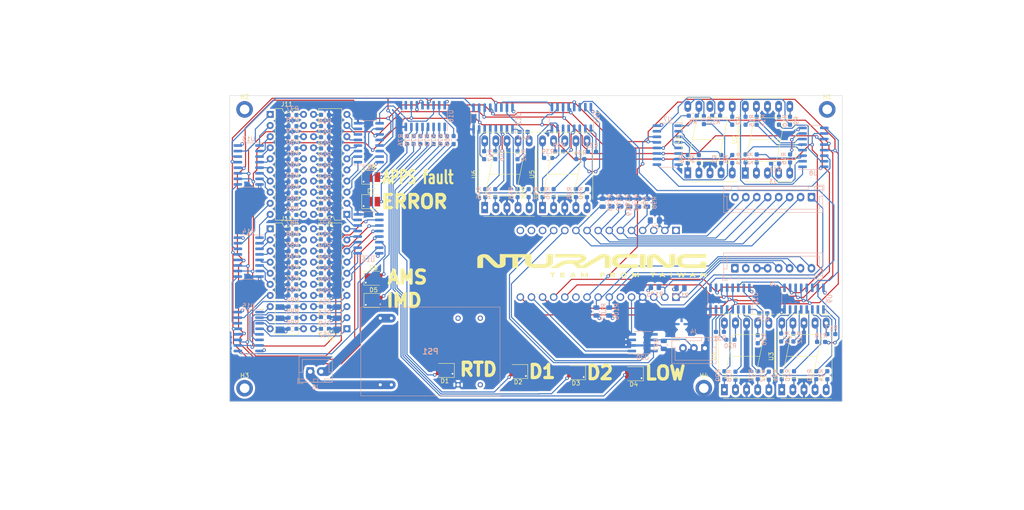
<source format=kicad_pcb>
(kicad_pcb (version 20221018) (generator pcbnew)
  (title_block (title "EP5 dashboard single board") (date "2024-01-02") (rev "1") (company "NTURacing") (comment 1 "郭哲明") (comment 2 "electrical group") (comment 3 "nucleo G431KB"))
  (layers (0 "F.Cu" signal) (1 "In1.Cu" signal) (2 "In2.Cu" signal) (31 "B.Cu" signal) (34 "B.Paste" user) (35 "F.Paste" user) (36 "B.SilkS" user "B.Silkscreen") (37 "F.SilkS" user "F.Silkscreen") (38 "B.Mask" user) (39 "F.Mask" user) (44 "Edge.Cuts" user))
  (net 0 "")
  (net 1 "GND")
  (net 2 "Net-(J1-Pin_1)")
  (net 3 "Net-(J1-Pin_2)")
  (net 4 "Net-(J1-Pin_3)")
  (net 5 "Net-(J1-Pin_4)")
  (net 6 "Net-(J1-Pin_5)")
  (net 7 "Net-(J1-Pin_6)")
  (net 8 "Net-(J1-Pin_7)")
  (net 9 "Net-(J1-Pin_8)")
  (net 10 "Net-(J1-Pin_9)")
  (net 11 "Net-(J1-Pin_10)")
  (net 12 "Net-(J1-Pin_11)")
  (net 13 "Net-(J1-Pin_12)")
  (net 14 "Net-(J1-Pin_13)")
  (net 15 "Net-(J1-Pin_14)")
  (net 16 "Net-(J1-Pin_15)")
  (net 17 "Net-(J1-Pin_16)")
  (net 18 "Net-(J2-Pin_1)")
  (net 19 "Net-(J2-Pin_2)")
  (net 20 "Net-(J2-Pin_3)")
  (net 21 "Net-(J2-Pin_4)")
  (net 22 "Net-(J2-Pin_5)")
  (net 23 "Net-(J2-Pin_6)")
  (net 24 "Net-(J2-Pin_7)")
  (net 25 "Net-(J2-Pin_8)")
  (net 26 "Net-(J2-Pin_9)")
  (net 27 "Net-(J2-Pin_10)")
  (net 28 "Net-(J2-Pin_11)")
  (net 29 "Net-(J2-Pin_12)")
  (net 30 "Net-(J2-Pin_13)")
  (net 31 "Net-(J2-Pin_14)")
  (net 32 "Net-(J2-Pin_15)")
  (net 33 "Net-(J2-Pin_16)")
  (net 34 "Net-(J11-Pin_1)")
  (net 35 "Net-(J11-Pin_2)")
  (net 36 "Net-(J11-Pin_3)")
  (net 37 "Net-(J11-Pin_4)")
  (net 38 "Net-(J11-Pin_5)")
  (net 39 "Net-(J11-Pin_6)")
  (net 40 "Net-(J11-Pin_7)")
  (net 41 "Net-(J11-Pin_8)")
  (net 42 "Net-(J11-Pin_9)")
  (net 43 "Net-(J11-Pin_10)")
  (net 44 "Net-(J12-Pin_1)")
  (net 45 "Net-(J12-Pin_2)")
  (net 46 "Net-(J12-Pin_3)")
  (net 47 "Net-(J12-Pin_4)")
  (net 48 "Net-(J12-Pin_5)")
  (net 49 "Net-(J12-Pin_6)")
  (net 50 "Net-(J12-Pin_7)")
  (net 51 "Net-(J12-Pin_8)")
  (net 52 "Net-(J12-Pin_9)")
  (net 53 "Net-(J12-Pin_10)")
  (net 54 "Net-(U1-A)")
  (net 55 "Net-(U1-B)")
  (net 56 "Net-(U1-C)")
  (net 57 "Net-(U1-D)")
  (net 58 "Net-(U1-E)")
  (net 59 "Net-(U1-F)")
  (net 60 "Net-(U1-G)")
  (net 61 "Net-(U1-DP)")
  (net 62 "Net-(U2-B)")
  (net 63 "Net-(U2-A)")
  (net 64 "Net-(U2-C)")
  (net 65 "Net-(U2-D)")
  (net 66 "Net-(U2-E)")
  (net 67 "Net-(U2-F)")
  (net 68 "Net-(U2-G)")
  (net 69 "Net-(U2-DP)")
  (net 70 "Net-(U3-B)")
  (net 71 "Net-(U3-A)")
  (net 72 "Net-(U3-C)")
  (net 73 "Net-(U3-D)")
  (net 74 "Net-(U3-E)")
  (net 75 "Net-(U3-F)")
  (net 76 "Net-(U3-G)")
  (net 77 "Net-(U3-DP)")
  (net 78 "Net-(U4-B)")
  (net 79 "Net-(U4-A)")
  (net 80 "Net-(U4-C)")
  (net 81 "Net-(U4-D)")
  (net 82 "Net-(U4-E)")
  (net 83 "Net-(U4-F)")
  (net 84 "Net-(U4-G)")
  (net 85 "Net-(U4-DP)")
  (net 86 "Net-(U5-B)")
  (net 87 "Net-(U5-A)")
  (net 88 "Net-(U5-C)")
  (net 89 "Net-(U5-D)")
  (net 90 "Net-(U5-E)")
  (net 91 "Net-(U5-F)")
  (net 92 "Net-(U5-G)")
  (net 93 "Net-(U5-DP)")
  (net 94 "Net-(U6-B)")
  (net 95 "Net-(U6-A)")
  (net 96 "Net-(U6-C)")
  (net 97 "Net-(U6-D)")
  (net 98 "Net-(U6-E)")
  (net 99 "Net-(U6-F)")
  (net 100 "Net-(U6-G)")
  (net 101 "Net-(U6-DP)")
  (net 102 "Net-(J11-Pin_11)")
  (net 103 "Net-(J11-Pin_12)")
  (net 104 "Net-(J11-Pin_13)")
  (net 105 "Net-(J11-Pin_14)")
  (net 106 "Net-(J11-Pin_15)")
  (net 107 "Net-(J11-Pin_16)")
  (net 108 "Net-(J11-Pin_17)")
  (net 109 "Net-(J11-Pin_18)")
  (net 110 "Net-(J11-Pin_19)")
  (net 111 "Net-(J11-Pin_20)")
  (net 112 "Net-(J12-Pin_11)")
  (net 113 "Net-(J12-Pin_12)")
  (net 114 "Net-(J12-Pin_13)")
  (net 115 "Net-(J12-Pin_14)")
  (net 116 "Net-(J12-Pin_15)")
  (net 117 "Net-(J12-Pin_16)")
  (net 118 "Net-(J12-Pin_17)")
  (net 119 "Net-(J12-Pin_18)")
  (net 120 "Net-(J12-Pin_19)")
  (net 121 "Net-(J12-Pin_20)")
  (net 122 "Net-(U7-QA)")
  (net 123 "Net-(U7-QB)")
  (net 124 "Net-(U7-QC)")
  (net 125 "Net-(U7-QD)")
  (net 126 "Net-(U7-QE)")
  (net 127 "Net-(U7-QF)")
  (net 128 "Net-(U7-QG)")
  (net 129 "Net-(U7-QH)")
  (net 130 "Net-(U8-QB)")
  (net 131 "Net-(U8-QA)")
  (net 132 "Net-(U8-QC)")
  (net 133 "Net-(U8-QD)")
  (net 134 "Net-(U8-QE)")
  (net 135 "Net-(U8-QF)")
  (net 136 "Net-(U8-QG)")
  (net 137 "Net-(U8-QH)")
  (net 138 "Net-(U9-QB)")
  (net 139 "Net-(U9-QA)")
  (net 140 "Net-(U9-QC)")
  (net 141 "Net-(U9-QD)")
  (net 142 "Net-(U9-QE)")
  (net 143 "Net-(U9-QF)")
  (net 144 "Net-(U9-QG)")
  (net 145 "Net-(U9-QH)")
  (net 146 "Net-(U10-QB)")
  (net 147 "Net-(U10-QA)")
  (net 148 "Net-(U10-QC)")
  (net 149 "Net-(U10-QD)")
  (net 150 "Net-(U10-QE)")
  (net 151 "Net-(U10-QF)")
  (net 152 "Net-(U10-QG)")
  (net 153 "Net-(U10-QH)")
  (net 154 "Net-(U11-QB)")
  (net 155 "Net-(U11-QA)")
  (net 156 "Net-(U11-QC)")
  (net 157 "Net-(U11-QD)")
  (net 158 "Net-(U11-QE)")
  (net 159 "Net-(U11-QF)")
  (net 160 "Net-(U11-QG)")
  (net 161 "Net-(U11-QH)")
  (net 162 "Net-(U12-QB)")
  (net 163 "Net-(U12-QA)")
  (net 164 "Net-(U12-QC)")
  (net 165 "Net-(U12-QD)")
  (net 166 "Net-(U12-QE)")
  (net 167 "Net-(U12-QF)")
  (net 168 "Net-(U12-QG)")
  (net 169 "Net-(U12-QH)")
  (net 170 "Net-(U7-QH')")
  (net 171 "SRCLK")
  (net 172 "RCLK")
  (net 173 "OE")
  (net 174 "SER")
  (net 175 "+5V")
  (net 176 "Seg2End")
  (net 177 "Net-(U10-SER)")
  (net 178 "Seg4End")
  (net 179 "Net-(U11-QH')")
  (net 180 "Seg6End")
  (net 181 "LEDend1")
  (net 182 "LEDend2")
  (net 183 "LEDend3")
  (net 184 "LEDend4")
  (net 185 "LEDend5")
  (net 186 "Net-(J1-Pin_17)")
  (net 187 "Net-(J1-Pin_18)")
  (net 188 "Net-(J1-Pin_19)")
  (net 189 "Net-(J1-Pin_20)")
  (net 190 "Net-(J2-Pin_17)")
  (net 191 "Net-(J2-Pin_18)")
  (net 192 "Net-(J2-Pin_19)")
  (net 193 "Net-(J2-Pin_20)")
  (net 194 "Net-(D1-A)")
  (net 195 "Net-(D2-A)")
  (net 196 "Net-(D3-A)")
  (net 197 "Net-(D4-A)")
  (net 198 "Net-(D5-A)")
  (net 199 "Net-(D6-A)")
  (net 200 "Net-(D7-A)")
  (net 201 "Net-(D8-A)")
  (net 203 "Net-(U18-QA)")
  (net 204 "Net-(U18-QB)")
  (net 205 "Net-(U18-QC)")
  (net 206 "Net-(U18-QD)")
  (net 207 "Net-(U18-QE)")
  (net 208 "Net-(U18-QF)")
  (net 209 "Net-(U18-QG)")
  (net 210 "Net-(U18-QH)")
  (net 211 "CANH")
  (net 212 "CANL")
  (net 213 "tireTemp_FL_SCL")
  (net 214 "tireTemp_FL_SCA")
  (net 215 "tireTemp_FR_SCL")
  (net 216 "tireTemp_FR_SCA")
  (net 217 "+24V")
  (net 218 "GNDPWR")
  (net 219 "RESET")
  (net 220 "arbitrary3")
  (net 221 "arbitrary2")
  (net 222 "arbitrary1")
  (net 223 "gear2")
  (net 224 "gear1")
  (net 225 "RTD")
  (net 228 "CANTx")
  (net 231 "CANRx")
  (net 237 "SRCLR")
  (net 238 "CANsilent")
  (net 239 "CANenable")
  (footprint "MountingHole:MountingHole_2.2mm_M2_DIN965_Pad_TopBottom" (layer "F.Cu") (at 199.644 138.938)
    (fp_text reference "H4")
    (fp_text value "MountingHole_Pad")
  )
  (footprint "LED_SMD:LED_PLCC_2835" (layer "F.Cu") (at 140.462 134.874 180)
    (fp_text reference "D1")
    (fp_text value "LED")
  )
  (footprint "Display_7Segment:7SegmentLED_LTS6760_LTS6780" (layer "F.Cu") (at 217.452 139.275924 90)
    (fp_text reference "U3")
    (fp_text value "Seg3")
  )
  (footprint "Package_DIP:DIP-20_W7.62mm" (layer "F.Cu") (at 118.11 125.349 180)
    (fp_text reference "J2")
    (fp_text value "pedal2-1")
  )
  (footprint "LED_SMD:LED_PLCC_2835" (layer "F.Cu") (at 157.226 135.128 180)
    (fp_text reference "D2")
    (fp_text value "LED")
  )
  (footprint "Package_DIP:DIP-20_W7.62mm" (layer "F.Cu") (at 118.11 99.187 180)
    (fp_text reference "J1")
    (fp_text value "pedal2-2")
  )
  (footprint "LED_SMD:LED_PLCC_2835" (layer "F.Cu") (at 123.698 96.266)
    (fp_text reference "D7")
    (fp_text value "LED")
  )
  (footprint "Display_7Segment:7SegmentLED_LTS6760_LTS6780" (layer "F.Cu") (at 162.80125 97.636 90)
    (fp_text reference "U5")
    (fp_text value "Seg5")
  )
  (footprint "LED_SMD:LED_PLCC_2835" (layer "F.Cu") (at 183.642 135.636 180)
    (fp_text reference "D4")
    (fp_text value "LED")
  )
  (footprint "Display_7Segment:7SegmentLED_LTS6760_LTS6780" (layer "F.Cu") (at 209.123875 89.727375 90)
    (fp_text reference "U2")
    (fp_text value "Seg2")
  )
  (footprint "MountingHole:MountingHole_2.2mm_M2_DIN965_Pad_TopBottom" (layer "F.Cu") (at 94.742 138.938)
    (fp_text reference "H3")
    (fp_text value "MountingHole_Pad")
  )
  (footprint "LED_SMD:LED_PLCC_2835" (layer "F.Cu") (at 124.206 118.872)
    (fp_text reference "D5")
    (fp_text value "LED")
  )
  (footprint "LED_SMD:LED_PLCC_2835" (layer "F.Cu") (at 124.206 113.792)
    (fp_text reference "D6")
    (fp_text value "LED")
  )
  (footprint "Package_DIP:DIP-20_W7.62mm" (layer "F.Cu") (at 100.584 102.489)
    (fp_text reference "J12")
    (fp_text value "pedal1-2")
  )
  (footprint "LED_SMD:LED_PLCC_2835" (layer "F.Cu") (at 123.698 90.678)
    (fp_text reference "D8")
    (fp_text value "LED")
  )
  (footprint "MountingHole:MountingHole_2.2mm_M2_DIN965_Pad_TopBottom" (layer "F.Cu") (at 227.838 75.184)
    (fp_text reference "H1")
    (fp_text value "MountingHole_Pad")
  )
  (footprint "Package_DIP:DIP-20_W7.62mm" (layer "F.Cu") (at 100.584 76.327)
    (fp_text reference "J11")
    (fp_text value "pedal1-1")
  )
  (footprint "Display_7Segment:7SegmentLED_LTS6760_LTS6780" (layer "F.Cu") (at 195.982 89.7065 90)
    (fp_text reference "U1")
    (fp_text value "Seg1")
  )
  (footprint "Display_7Segment:7SegmentLED_LTS6760_LTS6780" (layer "F.Cu") (at 149.59325 97.636 90)
    (fp_text reference "U6")
    (fp_text value "Seg6")
  )
  (footprint "Display_7Segment:7SegmentLED_LTS6760_LTS6780" (layer "F.Cu") (at 204.343 139.275924 90)
    (fp_text reference "U4")
    (fp_text value "Seg4")
  )
  (footprint "MountingHole:MountingHole_2.2mm_M2_DIN965_Pad_TopBottom" (layer "F.Cu") (at 94.742 75.184)
    (fp_text reference "H2")
    (fp_text value "MountingHole_Pad")
  )
  (footprint "LED_SMD:LED_PLCC_2835" (layer "F.Cu") (at 170.434 135.382 180)
    (fp_text reference "D3")
    (fp_text value "LED")
  )
  (footprint "Resistor_SMD:R_0603_1608Metric_Pad0.98x0.95mm_HandSolder" (layer "B.Cu") (at 149.46625 85.649 90)
    (fp_text reference "R47")
    (fp_text value "220")
  )
  (footprint "Resistor_SMD:R_0603_1608Metric_Pad0.98x0.95mm_HandSolder" (layer "B.Cu") (at 162.80125 94.334 -90)
    (fp_text reference "R37")
    (fp_text value "220")
  )
  (footprint "Resistor_SMD:R_0603_1608Metric_Pad0.98x0.95mm_HandSolder" (layer "B.Cu") (at 199.665 77.6415 90)
    (fp_text reference "R7")
    (fp_text value "220")
  )
  (footprint "Resistor_SMD:R_0603_1608Metric_Pad0.98x0.95mm_HandSolder" (layer "B.Cu") (at 142.494 82.1925 -90)
    (fp_text reference "R69")
    (fp_text value "220")
  )
  (footprint "Resistor_SMD:R_0603_1608Metric_Pad0.98x0.95mm_HandSolder" (layer "B.Cu") (at 217.452 135.973924 -90)
    (fp_text reference "R21")
    (fp_text value "220")
  )
  (footprint "Resistor_SMD:R_0603_1608Metric_Pad0.98x0.95mm_HandSolder" (layer "B.Cu") (at 165.34125 94.334 -90)
    (fp_text reference "R36")
    (fp_text value "220")
  )
  (footprint "Package_SO:SOIC-16_3.9x9.9mm_P1.27mm" (layer "B.Cu") (at 205.613 118.447924 90)
    (fp_text reference "U10")
    (fp_text value "74HC595")
  )
  (footprint "Resistor_SMD:R_0603_1608Metric_Pad0.98x0.95mm_HandSolder" (layer "B.Cu") (at 105.664 102.489 180)
    (fp_text reference "R87")
    (fp_text value "220")
  )
  (footprint "Resistor_SMD:R_0603_1608Metric_Pad0.98x0.95mm_HandSolder" (layer "B.Cu") (at 211.963 127.742424 90)
    (fp_text reference "R26")
    (fp_text value "220")
  )
  (footprint "Package_SO:SOIC-16_3.9x9.9mm_P1.27mm" (layer "B.Cu") (at 151.49825 77.267 90)
    (fp_text reference "U12")
    (fp_text value "74HC595")
  )
  (footprint "Resistor_SMD:R_0805_2012Metric" (layer "B.Cu") (at 182.626 96.52 90)
    (fp_text reference "R100")
    (fp_text value "100k")
  )
  (footprint "Resistor_SMD:R_0603_1608Metric_Pad0.98x0.95mm_HandSolder" (layer "B.Cu") (at 197.125 76.6255)
    (fp_text reference "R6")
    (fp_text value "220")
  )
  (footprint "Resistor_SMD:R_0603_1608Metric_Pad0.98x0.95mm_HandSolder" (layer "B.Cu") (at 171.43725 86.538 180)
    (fp_text reference "R34")
    (fp_text value "220")
  )
  (footprint "Resistor_SMD:R_0603_1608Metric_Pad0.98x0.95mm_HandSolder" (layer "B.Cu") (at 113.1005 107.569)
    (fp_text reference "R58")
    (fp_text value "220")
  )
  (footprint "Resistor_SMD:R_0603_1608Metric_Pad0.98x0.95mm_HandSolder" (layer "B.Cu") (at 113.1005 125.349)
    (fp_text reference "R52")
    (fp_text value "220")
  )
  (footprint "Resistor_SMD:R_0603_1608Metric_Pad0.98x0.95mm_HandSolder" (layer "B.Cu") (at 211.73 77.7685 90)
    (fp_text reference "R14")
    (fp_text value "220")
  )
  (footprint "Resistor_SMD:R_0603_1608Metric_Pad0.98x0.95mm_HandSolder" (layer "B.Cu") (at 209.19 86.4045 -90)
    (fp_text reference "R13")
    (fp_text value "220")
  )
  (footprint "Package_SO:SOIC-8_3.9x4.9mm_P1.27mm" (layer "B.Cu") (at 185.674 128.524)
    (fp_text reference "U20")
    (fp_text value "TJA1051T")
  )
  (footprint "Package_SO:SOIC-16_3.9x9.9mm_P1.27mm" (layer "B.Cu") (at 169.40525 77.14 90)
    (fp_text reference "U11")
    (fp_text value "74HC595")
  )
  (footprint "Resistor_SMD:R_0603_1608Metric_Pad0.98x0.95mm_HandSolder" (layer "B.Cu") (at 136.398 82.1925 -90)
    (fp_text reference "R73")
    (fp_text value "220")
  )
  (footprint "Resistor_SMD:R_0603_1608Metric_Pad0.98x0.95mm_HandSolder" (layer "B.Cu") (at 195.982 86.5315 -90)
    (fp_text reference "R5")
    (fp_text value "220")
  )
  (footprint "Resistor_SMD:R_0603_1608Metric_Pad0.98x0.95mm_HandSolder" (layer "B.Cu") (at 105.6875 84.074 180)
    (fp_text reference "R80")
    (fp_text value "220")
  )
  (footprint "Resistor_SMD:R_0603_1608Metric_Pad0.98x0.95mm_HandSolder" (layer "B.Cu") (at 220.246 135.973924 -90)
    (fp_text reference "R20")
    (fp_text value "220")
  )
  (footprint "Resistor_SMD:R_0603_1608Metric_Pad0.98x0.95mm_HandSolder" (layer "B.Cu") (at 113.1005 94.234)
    (fp_text reference "R61")
    (fp_text value "220")
  )
  (footprint "Resistor_SMD:R_0603_1608Metric_Pad0.98x0.95mm_HandSolder" (layer "B.Cu") (at 206.883 136.077424 -90)
    (fp_text reference "R28")
    (fp_text value "220")
  )
  (footprint "Resistor_SMD:R_0603_1608Metric_Pad0.98x0.95mm_HandSolder" (layer "B.Cu") (at 105.6875 89.154 180)
    (fp_text reference "R82")
    (fp_text value "220")
  )
  (footprint "Resistor_SMD:R_0603_1608Metric_Pad0.98x0.95mm_HandSolder" (layer "B.Cu") (at 164.07125 86.284 180)
    (fp_text reference "R39")
    (fp_text value "220")
  )
  (footprint "Resistor_SMD:R_0603_1608Metric_Pad0.98x0.95mm_HandSolder" (layer "B.Cu") (at 204.343 135.973924 -90)
    (fp_text reference "R29")
    (fp_text value "220")
  )
  (footprint "Resistor_SMD:R_0603_1608Metric_Pad0.98x0.95mm_HandSolder" (layer "B.Cu") (at 113.1005 120.269)
    (fp_text reference "R53")
    (fp_text value "220")
  )
  (footprint "Resistor_SMD:R_0603_1608Metric_Pad0.98x0.95mm_HandSolder" (layer "B.Cu") (at 203.327 126.067924)
    (fp_text reference "R31")
    (fp_text value "220")
  )
  (footprint "Resistor_SMD:R_0603_1608Metric_Pad0.98x0.95mm_HandSolder" (layer "B.Cu") (at 139.446 82.1925 -90)
    (fp_text reference "R71")
    (fp_text value "220")
  )
  (footprint "Resistor_SMD:R_0603_1608Metric_Pad0.98x0.95mm_HandSolder" (layer "B.Cu") (at 113.1005 117.729)
    (fp_text reference "R54")
    (fp_text value "220")
  )
  (footprint "Resistor_SMD:R_0603_1608Metric_Pad0.98x0.95mm_HandSolder" (layer "B.Cu") (at 113.1005 102.362)
    (fp_text reference "R50")
    (fp_text value "220")
  )
  (footprint "Resistor_SMD:R_0603_1608Metric_Pad0.98x0.95mm_HandSolder" (layer "B.Cu") (at 113.1005 84.114)
    (fp_text reference "R65")
    (fp_text value "220")
  )
  (footprint "Package_SO:SOIC-16_3.9x9.9mm_P1.27mm" (layer "B.Cu") (at 123.045 103.632)
    (fp_text reference "U16")
    (fp_text value "74HC595")
  )
  (footprint "Resistor_SMD:R_0603_1608Metric_Pad0.98x0.95mm_HandSolder" (layer "B.Cu") (at 131.826 82.1925 -90)
    (fp_text reference "R76")
    (fp_text value "220")
  )
  (footprint "Resistor_SMD:R_0603_1608Metric_Pad0.98x0.95mm_HandSolder" (layer "B.Cu") (at 170.42125 94.334 -90)
    (fp_text reference "R35")
    (fp_text value "220")
  )
  (footprint "Resistor_SMD:R_0603_1608Metric_Pad0.98x0.95mm_HandSolder" (layer "B.Cu") (at 105.6875 112.649 180)
    (fp_text reference "R91")
    (fp_text value "220")
  )
  (footprint "Resistor_SMD:R_0603_1608Metric_Pad0.98x0.95mm_HandSolder" (layer "B.Cu") (at 113.1005 91.694)
    (fp_text reference "R62")
    (fp_text value "220")
  )
  (footprint "Resistor_SMD:R_0603_1608Metric_Pad0.98x0.95mm_HandSolder" (layer "B.Cu") (at 105.6875 110.109 180)
    (fp_text reference "R90")
    (fp_text value "220")
  )
  (footprint "Resistor_SMD:R_0603_1608Metric_Pad0.98x0.95mm_HandSolder" (layer "B.Cu") (at 205.7165 127.845924)
    (fp_text reference "R30")
    (fp_text value "220")
  )
  (footprint "Resistor_SMD:R_0603_1608Metric_Pad0.98x0.95mm_HandSolder" (layer "B.Cu") (at 219.35 86.4045 -90)
    (fp_text reference "R16")
    (fp_text value "220")
  )
  (footprint "SamacSys_Parts:DJ06S4805A" (layer "B.Cu") (at 125.73 122.936)
    (fp_text reference "PS1")
    (fp_text value "DJ06S2405A" hide)
  )
  (footprint "Capacitor_SMD:C_0805_2012Metric_Pad1.18x1.45mm_HandSolder" (layer "B.Cu") (at 188.468 100.584)
    (fp_text reference "C1")
    (fp_text value "0u1")
  )
  (footprint "Resistor_SMD:R_0603_1608Metric_Pad0.98x0.95mm_HandSolder" (layer "B.Cu") (at 174.10425 84.887 180)
    (fp_text reference "R33")
    (fp_text value "220")
  )
  (footprint "Resistor_SMD:R_0603_1608Metric_Pad0.98x0.95mm_HandSolder" (layer "B.Cu") (at 113.1005 122.682)
    (fp_text reference "R49")
    (fp_text value "220")
  )
  (footprint "Connector_JST:JST_XH_B2B-XH-A_1x02_P2.50mm_Vertical" (layer "B.Cu") (at 109.728 135.128)
    (fp_text reference "J6")
    (fp_text value "24V_in")
  )
  (footprint "Resistor_SMD:R_0603_1608Metric_Pad0.98x0.95mm_HandSolder" (layer "B.Cu") (at 203.602 86.5315 -90)
    (fp_text reference "R3")
    (fp_text value "220")
  )
  (footprint "Resistor_SMD:R_0603_1608Metric_Pad0.98x0.95mm_HandSolder" (layer "B.Cu") (at 105.664 97.028 180)
    (fp_text reference "R85")
    (fp_text value "220")
  )
  (footprint "Resistor_SMD:R_0603_1608Metric_Pad0.98x0.95mm_HandSolder" (layer "B.Cu") (at 105.6875 120.269 180)
    (fp_text reference "R94")
    (fp_text value "220")
  )
  (footprint "Resistor_SMD:R_0805_2012Metric" (layer "B.Cu") (at 190.5 129.032 -90)
    (fp_text reference "R97")
    (fp_text value "120")
  )
  (footprint "Resistor_SMD:R_0603_1608Metric_Pad0.98x0.95mm_HandSolder" (layer "B.Cu") (at 228.7785 126.575924 180)
    (fp_text reference "R17")
    (fp_text value "220")
  )
  (footprint "Resistor_SMD:R_0603_1608Metric_Pad0.98x0.95mm_HandSolder" (layer "B.Cu") (at 211.73 86.4045 -90)
    (fp_text reference "R12")
    (fp_text value "220")
  )
  (footprint "Resistor_SMD:R_0805_2012Metric" (layer "B.Cu") (at 180.594 96.4615 90)
    (fp_text reference "R101")
    (fp_text value "100k")
  )
  (footprint "nturt_kicad_lib:NUCLEO-G431KB" (layer "B.Cu") (at 175.514 110.49 90)
    (fp_text reference "U19")
    (fp_text value "NUCLEO-G431KB")
  )
  (footprint "Package_SO:SOIC-16_3.9x9.9mm_P1.27mm" (layer "B.Cu") (at 191.41 83.3565 180)
    (fp_text reference "U7")
    (fp_text value "74HC595")
  )
  (footprint "Resistor_SMD:R_0603_1608Metric_Pad0.98x0.95mm_HandSolder" (layer "B.Cu") (at 105.6875 122.809 180)
    (fp_text reference "R95")
    (fp_text value "220")
  )
  (footprint "Resistor_SMD:R_0603_1608Metric_Pad0.98x0.95mm_HandSolder" (layer "B.Cu") (at 113.1005 110.109)
    (fp_text reference "R57")
    (fp_text value "220")
  )
  (footprint "Resistor_SMD:R_0805_2012Metric" (layer "B.Cu") (at 178.054 121.412 90)
    (fp_text reference "R106")
    (fp_text value "4k7")
  )
  (footprint "Package_SO:SOIC-16_3.9x9.9mm_P1.27mm" (layer "B.Cu") (at 95.678 108.966 180)
    (fp_text reference "U14")
    (fp_text value "74HC595")
  )
  (footprint "Resistor_SMD:R_0603_1608Metric_Pad0.98x0.95mm_HandSolder" (layer "B.Cu") (at 217.325 127.337924 90)
    (fp_text reference "R23")
    (fp_text value "220")
  )
  (footprint "Resistor_SMD:R_0603_1608Metric_Pad0.98x0.95mm_HandSolder" (layer "B.Cu") (at 159.62625 94.334 -90)
    (fp_text reference "R48")
    (fp_text value "220")
  )
  (footprint "Connector_JST:JST_XH_B8B-XH-A_1x08_P2.50mm_Vertical" (layer "B.Cu") (at 206.742 111.506)
    (fp_text reference "J5")
    (fp_text value "tireTemp")
  )
  (footprint "Resistor_SMD:R_0603_1608Metric_Pad0.98x0.95mm_HandSolder" (layer "B.Cu") (at 113.1005 76.425)
    (fp_text reference "R68")
    (fp_text value "220")
  )
  (footprint "Resistor_SMD:R_0603_1608Metric_Pad0.98x0.95mm_HandSolder" (layer "B.Cu") (at 105.6405 117.729 180)
    (fp_text reference "R93")
    (fp_text value "220")
  )
  (footprint "Resistor_SMD:R_0805_2012Metric" (layer "B.Cu") (at 194.31 116.078)
    (fp_text reference "R104")
    (fp_text value "4k7")
  )
  (footprint "Resistor_SMD:R_0603_1608Metric_Pad0.98x0.95mm_HandSolder" (layer "B.Cu") (at 140.97 82.1925 -90)
    (fp_text reference "R70")
    (fp_text value "220")
  )
  (footprint "Resistor_SMD:R_0603_1608Metric_Pad0.98x0.95mm_HandSolder" (layer "B.Cu") (at 133.35 82.1925 -90)
    (fp_text reference "R75")
    (fp_text value "220")
  )
  (footprint "Resistor_SMD:R_0603_1608Metric_Pad0.98x0.95mm_HandSolder" (layer "B.Cu") (at 137.922 82.1925 -90)
    (fp_text reference "R72")
    (fp_text value "220")
  )
  (footprint "Resistor_SMD:R_0603_1608Metric_Pad0.98x0.95mm_HandSolder" (layer "B.Cu") (at 220.119 127.337924 90)
    (fp_text reference "R22")
    (fp_text value "220")
  )
  (footprint "Resistor_SMD:R_0603_1608Metric_Pad0.98x0.95mm_HandSolder" (layer "B.Cu") (at 219.35 77.7685 90)
    (fp_text reference "R9")
    (fp_text value "220")
  )
  (footprint "Resistor_SMD:R_0603_1608Metric_Pad0.98x0.95mm_HandSolder" (layer "B.Cu") (at 105.6875 107.569 180)
    (fp_text reference "R89")
    (fp_text value "220")
  )
  (footprint "Resistor_SMD:R_0603_1608Metric_Pad0.98x0.95mm_HandSolder" (layer "B.Cu") (at 113.1005 81.534)
    (fp_text reference "R66")
    (fp_text value "220")
  )
  (footprint "Resistor_SMD:R_0603_1608Metric_Pad0.98x0.95mm_HandSolder" (layer "B.Cu") (at 113.1005 112.649)
    (fp_text reference "R56")
    (fp_text value "220")
  )
  (footprint "Resistor_SMD:R_0603_1608Metric_Pad0.98x0.95mm_HandSolder" (layer "B.Cu") (at 149.72025 94.334 -90)
    (fp_text reference "R45")
    (fp_text value "220")
  )
  (footprint "Resistor_SMD:R_0805_2012Metric" (layer "B.Cu") (at 175.104 121.412 90)
    (fp_text reference "R107")
    (fp_text value "4k7")
  )
  (footprint "Package_SO:SOIC-16_3.9x9.9mm_P1.27mm" (layer "B.Cu") (at 95.678 125.984 180)
    (fp_text reference "U15")
    (fp_text value "74HC595")
  )
  (footprint "Resistor_SMD:R_0603_1608Metric_Pad0.98x0.95mm_HandSolder" (layer "B.Cu") (at 113.1005 89.154)
    (fp_text reference "R63")
    (fp_text value "220")
  )
  (footprint "Resistor_SMD:R_0603_1608Metric_Pad0.98x0.95mm_HandSolder" (layer "B.Cu") (at 105.6875 125.349 180)
    (fp_text reference "R96")
    (fp_text value "220")
  )
  (footprint "Resistor_SMD:R_0603_1608Metric_Pad0.98x0.95mm_HandSolder" (layer "B.Cu") (at 214.503 136.077424 -90)
    (fp_text reference "R32")
    (fp_text value "220")
  )
  (footprint "Resistor_SMD:R_0603_1608Metric_Pad0.98x0.95mm_HandSolder" (layer "B.Cu") (at 113.1005 78.994)
    (fp_text reference "R67")
    (fp_text value "220")
  )
  (footprint "Resistor_SMD:R_0603_1608Metric_Pad0.98x0.95mm_HandSolder" (layer "B.Cu") (at 158.48325 80.315)
    (fp_text reference "R41")
    (fp_text value "220")
  )
  (footprint "Resistor_SMD:R_0603_1608Metric_Pad0.98x0.95mm_HandSolder" (layer "B.Cu") (at 225.326 135.973924 -90)
    (fp_text reference "R19")
    (fp_text value "220")
  )
  (footprint "Package_SO:SOIC-16_3.9x9.9mm_P1.27mm" (layer "B.Cu") (at 222.532 118.447924 90)
    (fp_text reference "U9")
    (fp_text value "74HC595")
  )
  (footprint "Resistor_SMD:R_0603_1608Metric_Pad0.98x0.95mm_HandSolder" (layer "B.Cu") (at 105.664 105.029 180)
    (fp_text reference "R88")
    (fp_text value "220")
  )
  (footprint "Resistor_SMD:R_0603_1608Metric_Pad0.98x0.95mm_HandSolder" (layer "B.Cu") (at 113.0535 104.902)
    (fp_text reference "R59")
    (fp_text value "220")
  )
  (footprint "Resistor_SMD:R_0603_1608Metric_Pad0.98x0.95mm_HandSolder" (layer "B.Cu") (at 105.664 99.314 180)
    (fp_text reference "R86")
    (fp_text value "220")
  )
  (footprint "Resistor_SMD:R_0603_1608Metric_Pad0.98x0.95mm_HandSolder" (layer "B.Cu") (at 206.142 86.5315 -90)
    (fp_text reference "R8")
    (fp_text value "220")
  )
  (footprint "Resistor_SMD:R_0805_2012Metric" (layer "B.Cu") (at 178.562 96.4615 90)
    (fp_text reference "R102")
    (fp_text value "100k")
  )
  (footprint "Connector_JST:JST_XH_B3B-XH-A_1x03_P2.50mm_Vertical" (layer "B.Cu") (at 199.898 129.794 180)
    (fp_text reference "J4")
    (fp_text value "CAN")
  )
  (footprint "Resistor_SMD:R_0603_1608Metric_Pad0.98x0.95mm_HandSolder" (layer "B.Cu") (at 105.6875 76.454 180)
    (fp_text reference "R77")
    (fp_text value "220")
  )
  (footprint "Resistor_SMD:R_0603_1608Metric_Pad0.98x0.95mm_HandSolder" (layer "B.Cu") (at 157.08625 94.334 -90)
    (fp_text reference "R43")
    (fp_text value "220")
  )
  (footprint "Resistor_SMD:R_0603_1608Metric_Pad0.98x0.95mm_HandSolder" (layer "B.Cu") (at 113.1005 99.314)
    (fp_text reference "R51")
    (fp_text value "220")
  )
  (footprint "Resistor_SMD:R_0603_1608Metric_Pad0.98x0.95mm_HandSolder" (layer "B.Cu") (at 226.4455 128.353924 180)
    (fp_text reference "R18")
    (fp_text value "220")
  )
  (footprint "Resistor_SMD:R_0603_1608Metric_Pad0.98x0.95mm_HandSolder" (layer "B.Cu") (at 113.1005 96.647)
    (fp_text reference "R60")
    (fp_text value "220")
  )
  (footprint "Resistor_SMD:R_0603_1608Metric_Pad0.98x0.95mm_HandSolder" (layer "B.Cu") (at 202.459 76.6255)
    (fp_text reference "R1")
    (fp_text value "220")
  )
  (footprint "Resistor_SMD:R_0603_1608Metric_Pad0.98x0.95mm_HandSolder" (layer "B.Cu") (at 152.00625 85.649 90)
    (fp_text reference "R46")
    (fp_text value "220")
  )
  (footprint "Resistor_SMD:R_0603_1608Metric_Pad0.98x0.95mm_HandSolder" (layer "B.Cu") (at 105.664 91.694 180)
    (fp_text reference "R83")
    (fp_text value "220")
  )
  (footprint "Resistor_SMD:R_0603_1608Metric_Pad0.98x0.95mm_HandSolder" (layer "B.Cu") (at 206.142 77.7685 90)
    (fp_text reference "R2")
    (fp_text value "220")
  )
  (footprint "Resistor_SMD:R_0603_1608Metric_Pad0.98x0.95mm_HandSolder" (layer "B.Cu") (at 198.522 86.5315 -90)
    (fp_text reference "R4")
    (fp_text value "220")
  )
  (footprint "Resistor_SMD:R_0603_1608Metric_Pad0.98x0.95mm_HandSolder" (layer "B.Cu") (at 105.664 81.534 180)
    (fp_text reference "R79")
    (fp_text value "220")
  )
  (footprint "Resistor_SMD:R_0603_1608Metric_Pad0.98x0.95mm_HandSolder" (layer "B.Cu") (at 105.664 94.234 180)
    (fp_text reference "R84")
    (fp_text value "220")
  )
  (footprint "Resistor_SMD:R_0603_1608Metric_Pad0.98x0.95mm_HandSolder" (layer "B.Cu") (at 113.1005 86.614)
    (fp_text reference "R64")
    (fp_text value "220")
  )
  (footprint "Resistor_SMD:R_0603_1608Metric_Pad0.98x0.95mm_HandSolder" (layer "B.Cu") (at 105.6875 86.614 180)
    (fp_text reference "R81")
    (fp_text value "220")
  )
  (footprint "Resistor_SMD:R_0603_1608Metric_Pad0.98x0.95mm_HandSolder" (layer "B.Cu") (at 157.08625 85.649 90)
    (fp_text reference "R42")
    (fp_text value "220")
  )
  (footprint "Connector_JST:JST_XH_B8B-XH-A_1x08_P2.50mm_Vertical" (layer "B.Cu") (at 224.256 95.25 180)
    (fp_text reference "J3")
    (fp_text value "buttons")
  )
  (footprint "Resistor_SMD:R_0603_1608Metric_Pad0.98x0.95mm_HandSolder" (layer "B.Cu") (at 227.866 135.973924 -90)
    (fp_text reference "R24")
    (fp_text value "220")
  )
  (footprint "Resistor_SMD:R_0603_1608Metric_Pad0.98x0.95mm_HandSolder" (layer "B.Cu") (at 134.874 82.1925 -90)
    (fp_text reference "R74")
    (fp_text value "220")
  )
  (footprint "Resistor_SMD:R_0603_1608Metric_Pad0.98x0.95mm_HandSolder" (layer "B.Cu") (at 105.6875 78.994 180)
    (fp_text reference "R78")
    (fp_text value "220")
  )
  (footprint "Package_SO:SOIC-16_3.9x9.9mm_P1.27mm" (layer "B.Cu") (at 136.017 76.708 90)
    (fp_text reference "U18")
    (fp_text value "74HC595")
  )
  (footprint "Resistor_SMD:R_0805_2012Metric" (layer "B.Cu") (at 188.468 115.824)
    (fp_text reference "R105")
    (fp_text value "4k7")
  )
  (footprint "Resistor_SMD:R_0805_2012Metric" (layer "B.Cu") (at 176.53 96.52 90)
    (fp_text reference "R103")
    (fp_text value "100k")
  )
  (footprint "Resistor_SMD:R_0603_1608Metric_Pad0.98x0.95mm_HandSolder" (layer "B.Cu") (at 113.1005 115.189)
    (fp_text reference "R55")
    (fp_text value "220")
  )
  (footprint "Resistor_SMD:R_0603_1608Metric_Pad0.98x0.95mm_HandSolder" (layer "B.Cu") (at 105.6405 115.189 180)
    (fp_text reference "R92")
    (fp_text value "220")
  )
  (footprint "Resistor_SMD:R_0603_1608Metric_Pad0.98x0.95mm_HandSolder" (layer "B.Cu") (at 213.233 121.793)
    (fp_text reference "R25")
    (fp_text value "220")
  )
  (footprint "Package_SO:SOIC-16_3.9x9.9mm_P1.27mm" (layer "B.Cu") (at 95.678 87.884 180)
    (fp_text reference "U13")
    (fp_text value "74HC595")
  )
  (footprint "Resistor_SMD:R_0805_2012Metric" (layer "B.Cu") (at 186.69 96.52 90)
    (fp_text reference "R98")
    (fp_text value "100k")
  )
  (footprint "Package_SO:SOIC-16_3.9x9.9mm_P1.27mm" (layer "B.Cu") (at 123.11 82.804)
    (fp_text reference "U17")
    (fp_text value "74HC595")
  )
  (footprint "Resistor_SMD:R_0603_1608Metric_Pad0.98x0.95mm_HandSolder" (layer "B.Cu") (at 216.81 77.7685 90)
    (fp_text reference "R10")
    (fp_text value "220")
  )
  (footprint "Resistor_SMD:R_0603_1608Metric_Pad0.98x0.95mm_HandSolder" (layer "B.Cu") (at 152.00625 94.334 -90)
    (fp_text reference "R44")
    (fp_text value "220")
  )
  (footprint "Resistor_SMD:R_0603_1608Metric_Pad0.98x0.95mm_HandSolder" (layer "B.Cu") (at 172.96125 94.334 -90)
    (fp_text reference "R40")
    (fp_text value "220")
  )
  (footprint "Resistor_SMD:R_0805_2012Metric" (layer "B.Cu") (at 184.658 96.52 90)
    (fp_text reference "R99")
    (fp_text value "100k")
  )
  (footprint "Resistor_SMD:R_0603_1608Metric_Pad0.98x0.95mm_HandSolder" (layer "B.Cu") (at 211.963 135.973924 -90)
    (fp_text reference "R27")
    (fp_text value "220")
  )
  (footprint "Resistor_SMD:R_0603_1608Metric_Pad0.98x0.95mm_HandSolder" (layer "B.Cu") (at 166.61125 84.76 180)
    (fp_text reference "R38")
    (fp_text value "220")
  )
  (footprint "Package_SO:SOIC-16_3.9x9.9mm_P1.27mm" (layer "B.Cu") (at 224.684 83.8645)
    (fp_text reference "U8")
    (fp_text value "74HC595")
  )
  (footprint "Resistor_SMD:R_0603_1608Metric_Pad0.98x0.95mm_HandSolder" (layer "B.Cu") (at 215.921 87.5475)
    (fp_text reference "R11")
    (fp_text value "220")
  )
  (footprint "Resistor_SMD:R_0603_1608Metric_Pad0.98x0.95mm_HandSolder" (layer "B.Cu") (at 209.19 77.7685 90)
    (fp_text reference "R15")
    (fp_text value "220")
  )
  (gr_poly (pts (xy 200.22961 109.109934) (xy 197.743233 109.112756) (xy 195.25544 109.116989) (xy 195.163722 109.149445) (xy 195.125566 109.163918) (xy 195.089398 109.17878) (xy 195.055184 109.194056) (xy 195.022896 109.20977) (xy 194.992501 109.225946) (xy 194.963968 109.242611) (xy 194.937267 109.259788) (xy 194.912366 109.277503) (xy 194.889235 109.29578) (xy 194.867842 109.314644) (xy 194.848156 109.33412) (xy 194.830147 109.354232) (xy 194.813783 109.375006) (xy 194.799034 109.396466) (xy 194.785868 109.418638) (xy 194.774254 109.441545) (xy 194.76348 109.46522) (xy 194.759076 109.476575) (xy 194.75527 109.488332) (xy 194.752017 109.501031) (xy 194.749275 109.515215) (xy 194.747 109.531424) (xy 194.745149 109.5502) (xy 194.742545 109.597621) (xy 194.741114 109.66181) (xy 194.740387 109.857823) (xy 194.74056 109.964191) (xy 194.740824 110.00853) (xy 194.741247 110.047573) (xy 194.74186 110.081771) (xy 194.742694 110.111575) (xy 194.74378 110.137434) (xy 194.745149 110.1598) (xy 194.746833 110.179124) (xy 194.748862 110.195855) (xy 194.751267 110.210445) (xy 194.754079 110.223345) (xy 194.75733 110.235004) (xy 194.761049 110.245873) (xy 194.765269 110.256403) (xy 194.770021 110.267045) (xy 194.787465 110.30125) (xy 194.808501 110.333976) (xy 194.833019 110.365169) (xy 194.860905 110.394772) (xy 194.89205 110.42273) (xy 194.92634 110.448987) (xy 194.963665 110.473487) (xy 195.003913 110.496174) (xy 195.046972 110.516992) (xy 195.09273 110.535886) (xy 195.141076 110.5528) (xy 195.191899 110.567678) (xy 195.245086 110.580463) (xy 195.300527 110.591102) (xy 195.358109 110.599536) (xy 195.417721 110.605711) (xy 195.608111 110.610893) (xy 196.007389 110.615413) (xy 197.214064 110.619823) (xy 198.84672 110.619823) (xy 198.84672 109.970711) (xy 200.22961 109.970711) (xy 200.22961 111.452378) (xy 197.80673 111.450967) (xy 196.049192 111.446028) (xy 195.479058 111.441839) (xy 195.227218 111.436856) (xy 195.157396 111.430368) (xy 195.088534 111.422524) (xy 195.020399 111.413291) (xy 194.95276 111.402636) (xy 194.885386 111.390526) (xy 194.818044 111.376928) (xy 194.750505 111.361808) (xy 194.682535 111.345133) (xy 194.56288 111.312583) (xy 194.447472 111.27589) (xy 194.336525 111.235211) (xy 194.230251 111.190705) (xy 194.128864 111.142527) (xy 194.032577 111.090836) (xy 193.941602 111.035787) (xy 193.856152 110.977539) (xy 193.77644 110.916248) (xy 193.702679 110.852072) (xy 193.668096 110.81895) (xy 193.635082 110.785166) (xy 193.603661 110.75074) (xy 193.573862 110.71569) (xy 193.545709 110.680036) (xy 193.519231 110.643799) (xy 193.494454 110.606997) (xy 193.471404 110.569651) (xy 193.450107 110.53178) (xy 193.430591 110.493403) (xy 193.412883 110.45454) (xy 193.397008 110.415212) (xy 193.386701 110.386515) (xy 193.378842 110.357885) (xy 193.373098 110.323434) (xy 193.36914 110.277275) (xy 193.366637 110.213522) (xy 193.365258 110.126286) (xy 193.364552 109.857823) (xy 193.364673 109.705963) (xy 193.365258 109.589359) (xy 193.365827 109.542438) (xy 193.366637 109.502123) (xy 193.367727 109.467679) (xy 193.36914 109.43837) (xy 193.370916 109.413459) (xy 193.373098 109.392211) (xy 193.374354 109.382731) (xy 193.375726 109.37389) (xy 193.37722 109.365597) (xy 193.378842 109.35776) (xy 193.382486 109.343085) (xy 193.386701 109.32913) (xy 193.391528 109.315158) (xy 193.397008 109.300434) (xy 193.441453 109.200454) (xy 193.497702 109.103912) (xy 193.565225 109.011103) (xy 193.643491 108.922322) (xy 193.731967 108.837866) (xy 193.830124 108.75803) (xy 193.937429 108.683109) (xy 194.053352 108.613399) (xy 194.177361 108.549196) (xy 194.308925 108.490795) (xy 194.447513 108.438492) (xy 194.592594 108.392582) (xy 194.743636 108.353361) (xy 194.900108 108.321125) (xy 195.061479 108.29617) (xy 195.227218 108.278789) (xy 196.0409 108.270146) (xy 197.799674 108.264678) (xy 200.22961 108.263267)) (fill solid) (layer "F.SilkS"))
  (gr_poly (pts (xy 197.521686 113.020122) (xy 197.706542 113.373605) (xy 197.763779 113.484069) (xy 197.779665 113.515438) (xy 197.785563 113.528122) (xy 197.785626 113.528779) (xy 197.785294 113.529427) (xy 197.783479 113.530693) (xy 197.780193 113.531914) (xy 197.775509 113.533082) (xy 197.762247 113.535241) (xy 197.744289 113.537117) (xy 197.72223 113.538664) (xy 197.696665 113.53983) (xy 197.66819 113.540566) (xy 197.637398 113.540822) (xy 197.48359 113.540822) (xy 197.435606 113.442044) (xy 197.387633 113.343266) (xy 196.830245 113.343266) (xy 196.783678 113.437811) (xy 196.73711 113.533766) (xy 196.586119 113.538) (xy 196.555262 113.538394) (xy 196.526588 113.538507) (xy 196.500692 113.538322) (xy 196.47817 113.537824) (xy 196.459617 113.536994) (xy 196.452014 113.53645) (xy 196.445627 113.535817) (xy 196.44053 113.535093) (xy 196.436797 113.534277) (xy 196.435466 113.533833) (xy 196.434503 113.533365) (xy 196.433919 113.532873) (xy 196.433722 113.532356) (xy 196.453279 113.491852) (xy 196.506571 113.387187) (xy 196.637218 113.134951) (xy 196.944507 113.134951) (xy 196.944924 113.135479) (xy 196.947072 113.136527) (xy 196.950898 113.137559) (xy 196.956316 113.138567) (xy 196.971579 113.140474) (xy 196.992167 113.142183) (xy 197.017385 113.143627) (xy 197.046538 113.144741) (xy 197.078933 113.145457) (xy 197.113873 113.145711) (xy 197.288854 113.145711) (xy 197.202774 112.969322) (xy 197.185637 112.934193) (xy 197.169393 112.90128) (xy 197.154406 112.871343) (xy 197.141039 112.845144) (xy 197.129657 112.823443) (xy 197.120622 112.807) (xy 197.117099 112.800988) (xy 197.114299 112.796577) (xy 197.112268 112.79386) (xy 197.111555 112.793167) (xy 197.111051 112.792933) (xy 197.1085 112.796133) (xy 197.103203 112.805233) (xy 197.08583 112.838155) (xy 197.034148 112.941982) (xy 196.979291 113.056656) (xy 196.957948 113.103137) (xy 196.944542 113.134422) (xy 196.944507 113.134951) (xy 196.637218 113.134951) (xy 196.682076 113.048344) (xy 196.944542 112.548811) (xy 196.946582 112.545053) (xy 196.94909 112.541703) (xy 196.952201 112.538737) (xy 196.956052 112.536133) (xy 196.960779 112.533868) (xy 196.966519 112.531919) (xy 196.973409 112.530264) (xy 196.981584 112.528879) (xy 196.991182 112.527743) (xy 197.002338 112.526831) (xy 197.029871 112.525594) (xy 197.065277 112.524985) (xy 197.109645 112.524822) (xy 197.263453 112.524822)) (fill solid) (layer "F.SilkS"))
  (gr_poly (pts (xy 190.18673 112.527644) (xy 190.339132 112.531877) (xy 190.477423 112.792933) (xy 190.640161 113.104149) (xy 190.76017 113.335329) (xy 190.834408 113.480519) (xy 190.853411 113.519007) (xy 190.85983 113.533766) (xy 190.859049 113.534527) (xy 190.856757 113.535222) (xy 190.847946 113.536412) (xy 190.834008 113.537338) (xy 190.815556 113.538) (xy 190.767557 113.538529) (xy 190.708844 113.538) (xy 190.556441 113.533766) (xy 190.507052 113.439222) (xy 190.457662 113.343266) (xy 189.905924 113.343266) (xy 189.85794 113.442044) (xy 189.809967 113.540822) (xy 189.502345 113.540822) (xy 189.661798 113.2332) (xy 189.710175 113.139576) (xy 190.017249 113.139576) (xy 190.017398 113.140066) (xy 190.018806 113.140811) (xy 190.02191 113.141461) (xy 190.032855 113.142492) (xy 190.049521 113.143192) (xy 190.071197 113.143595) (xy 190.126737 113.143639) (xy 190.193785 113.142889) (xy 190.363121 113.138655) (xy 190.27422 112.962267) (xy 190.18673 112.785877) (xy 190.099244 112.960856) (xy 190.081837 112.99599) (xy 190.065818 113.028941) (xy 190.051519 113.058983) (xy 190.039271 113.085386) (xy 190.029404 113.107423) (xy 190.022249 113.124368) (xy 190.019792 113.130702) (xy 190.018137 113.135491) (xy 190.017325 113.138642) (xy 190.017249 113.139576) (xy 189.710175 113.139576) (xy 189.798147 112.969322) (xy 189.859641 112.851803) (xy 189.905924 112.764711) (xy 189.94131 112.698653) (xy 189.973125 112.638416) (xy 189.997797 112.59088) (xy 190.006338 112.574024) (xy 190.011754 112.562922) (xy 190.032921 112.523411)) (fill solid) (layer "F.SilkS"))
  (gr_poly (pts (xy 167.886944 112.7506) (xy 167.15599 112.7506) (xy 167.150345 112.828211) (xy 167.146112 112.905822) (xy 167.84461 112.905822) (xy 167.84461 113.1316) (xy 167.153168 113.1316) (xy 167.153168 113.209211) (xy 167.153104 113.224893) (xy 167.152925 113.239946) (xy 167.152647 113.254008) (xy 167.152286 113.266713) (xy 167.151858 113.277699) (xy 167.151382 113.286601) (xy 167.150872 113.293056) (xy 167.150609 113.295252) (xy 167.150345 113.2967) (xy 167.151768 113.298022) (xy 167.15697 113.29934) (xy 167.177949 113.301947) (xy 167.211761 113.304488) (xy 167.256883 113.30693) (xy 167.374975 113.311384) (xy 167.520055 113.315044) (xy 167.894 113.322099) (xy 167.894 113.533766) (xy 167.376122 113.538) (xy 166.856832 113.540822) (xy 166.856832 112.524822) (xy 167.886944 112.524822)) (fill solid) (layer "F.SilkS"))
  (gr_poly (pts (xy 199.621422 112.871955) (xy 199.961495 113.219089) (xy 199.961495 112.524822) (xy 200.22961 112.524822) (xy 200.22961 113.540822) (xy 199.936095 113.540822) (xy 199.596022 113.190866) (xy 199.255943 112.842322) (xy 199.255943 113.540822) (xy 198.987828 113.540822) (xy 198.987828 112.524822) (xy 199.281344 112.524822)) (fill solid) (layer "F.SilkS"))
  (gr_poly (pts (xy 188.573829 112.7506) (xy 188.150499 112.7506) (xy 188.150499 113.542232) (xy 188.013619 113.538) (xy 187.875333 113.533766) (xy 187.8711 113.141477) (xy 187.868277 112.7506) (xy 187.444942 112.7506) (xy 187.444942 112.524822) (xy 188.573829 112.524822)) (fill solid) (layer "F.SilkS"))
  (gr_poly (pts (xy 184.742667 108.270323) (xy 184.742667 109.102878) (xy 182.665511 109.1057) (xy 181.911336 109.107103) (xy 181.60912 109.107905) (xy 181.351481 109.108986) (xy 181.134413 109.110505) (xy 180.953914 109.112621) (xy 180.805979 109.115494) (xy 180.742972 109.117264) (xy 180.686605 109.119282) (xy 180.636376 109.12157) (xy 180.591787 109.124146) (xy 180.552335 109.12703) (xy 180.517522 109.130243) (xy 180.486845 109.133804) (xy 180.459805 109.137734) (xy 180.435902 109.142051) (xy 180.414634 109.146777) (xy 180.395502 109.15193) (xy 180.378004 109.157531) (xy 180.36164 109.1636) (xy 180.34591 109.170157) (xy 180.31435 109.184812) (xy 180.27932 109.201656) (xy 180.254422 109.213738) (xy 180.231012 109.225681) (xy 180.209024 109.237545) (xy 180.188392 109.249391) (xy 180.16905 109.261279) (xy 180.150931 109.273267) (xy 180.133971 109.285417) (xy 180.118101 109.297788) (xy 180.103257 109.31044) (xy 180.089372 109.323433) (xy 180.07638 109.336827) (xy 180.064215 109.350683) (xy 180.05281 109.365059) (xy 180.0421 109.380015) (xy 180.032018 109.395613) (xy 180.022499 109.411911) (xy 179.980165 109.483878) (xy 179.980165 109.855) (xy 179.980327 109.964579) (xy 179.980936 110.051916) (xy 179.981465 110.08819) (xy 179.982174 110.120038) (xy 179.983085 110.147839) (xy 179.984222 110.171971) (xy 179.985606 110.192812) (xy 179.987262 110.210741) (xy 179.989211 110.226135) (xy 179.991476 110.239374) (xy 179.99408 110.250834) (xy 179.997046 110.260896) (xy 180.000396 110.269936) (xy 180.004154 110.278334) (xy 180.012466 110.294203) (xy 180.02203 110.310037) (xy 180.03281 110.3258) (xy 180.044768 110.341459) (xy 180.057867 110.356977) (xy 180.07207 110.372319) (xy 180.08734 110.38745) (xy 180.103638 110.402335) (xy 180.120929 110.416939) (xy 180.139176 110.431227) (xy 180.158339 110.445164) (xy 180.178384 110.458714) (xy 180.199271 110.471842) (xy 180.220965 110.484513) (xy 180.243428 110.496693) (xy 180.266622 110.508345) (xy 180.340009 110.544323) (xy 180.410269 110.570742) (xy 180.511321 110.589158) (xy 180.67708 110.601125) (xy 180.941462 110.608197) (xy 181.338384 110.611929) (xy 182.665511 110.615589) (xy 184.749723 110.621234) (xy 184.749723 111.453789) (xy 182.594955 111.448144) (xy 181.454248 111.444727) (xy 181.067878 111.442564) (xy 180.781323 111.439854) (xy 180.577451 111.436418) (xy 180.439128 111.432071) (xy 180.389195 111.4295) (xy 180.349225 111.426633) (xy 180.317077 111.423448) (xy 180.290609 111.419922) (xy 180.173418 111.400328) (xy 180.059983 111.378063) (xy 179.950323 111.353136) (xy 179.844456 111.325554) (xy 179.7424 111.295327) (xy 179.644175 111.262462) (xy 179.549798 111.226968) (xy 179.459289 111.188853) (xy 179.372666 111.148125) (xy 179.289948 111.104793) (xy 179.211153 111.058864) (xy 179.1363 111.010347) (xy 179.065408 110.959251) (xy 178.998494 110.905583) (xy 178.935578 110.849353) (xy 178.876678 110.790567) (xy 178.852619 110.764629) (xy 178.830123 110.739635) (xy 178.809098 110.715434) (xy 178.789454 110.691877) (xy 178.7711 110.668817) (xy 178.753945 110.646104) (xy 178.737897 110.62359) (xy 178.722867 110.601125) (xy 178.708763 110.578561) (xy 178.695493 110.555749) (xy 178.682968 110.53254) (xy 178.671096 110.508786) (xy 178.659787 110.484337) (xy 178.648948 110.459044) (xy 178.63849 110.432759) (xy 178.628321 110.405334) (xy 178.590221 110.302323) (xy 178.590221 109.413323) (xy 178.628321 109.310311) (xy 178.636994 109.287612) (xy 178.646908 109.263392) (xy 178.657714 109.238378) (xy 178.669067 109.213298) (xy 178.680617 109.188879) (xy 178.692019 109.165849) (xy 178.702925 109.144936) (xy 178.712987 109.126867) (xy 178.727465 109.10374) (xy 178.745269 109.078506) (xy 178.766054 109.051507) (xy 178.789474 109.023084) (xy 178.815185 108.993578) (xy 178.84284 108.96333) (xy 178.872096 108.93268) (xy 178.902606 108.901971) (xy 178.934026 108.871543) (xy 178.966009 108.841737) (xy 178.998212 108.812894) (xy 179.030289 108.785356) (xy 179.061895 108.759463) (xy 179.092683 108.735557) (xy 179.122311 108.713978) (xy 179.150431 108.695067) (xy 179.220409 108.651478) (xy 179.292741 108.610144) (xy 179.367401 108.571072) (xy 179.444362 108.534267) (xy 179.523596 108.499735) (xy 179.605077 108.467484) (xy 179.688778 108.437519) (xy 179.774673 108.409846) (xy 179.862733 108.384472) (xy 179.952933 108.361403) (xy 180.045246 108.340644) (xy 180.139644 108.322203) (xy 180.236101 108.306085) (xy 180.334589 108.292297) (xy 180.435083 108.280844) (xy 180.537555 108.271734) (xy 182.668331 108.268912)) (fill solid) (layer "F.SilkS"))
  (gr_poly (pts (xy 169.759352 112.524888) (xy 169.776416 112.525087) (xy 169.792346 112.525417) (xy 169.807157 112.525881) (xy 169.820859 112.526476) (xy 169.833466 112.527203) (xy 169.84499 112.528063) (xy 169.855443 112.529055) (xy 169.864838 112.53018) (xy 169.873187 112.531437) (xy 169.880502 112.532826) (xy 169.886797 112.534347) (xy 169.892082 112.536001) (xy 169.89435 112.536877) (xy 169.896371 112.537787) (xy 169.898146 112.538729) (xy 169.899677 112.539705) (xy 169.900964 112.540713) (xy 169.90201 112.541755) (xy 169.920796 112.575005) (xy 169.962336 112.652175) (xy 170.02028 112.761624) (xy 170.088277 112.891711) (xy 170.234681 113.172522) (xy 170.298622 113.294142) (xy 170.345101 113.381366) (xy 170.428356 113.540822) (xy 170.117911 113.540822) (xy 170.069933 113.444867) (xy 170.021957 113.350322) (xy 169.745379 113.346089) (xy 169.467389 113.343266) (xy 169.417999 113.442044) (xy 169.368609 113.540822) (xy 169.220443 113.540822) (xy 169.192754 113.540744) (xy 169.168332 113.540466) (xy 169.147034 113.53992) (xy 169.137514 113.539524) (xy 169.128722 113.539036) (xy 169.120641 113.538446) (xy 169.113253 113.537747) (xy 169.106542 113.536929) (xy 169.100489 113.535985) (xy 169.095076 113.534905) (xy 169.090287 113.533681) (xy 169.086104 113.532305) (xy 169.082508 113.530768) (xy 169.079483 113.529061) (xy 169.077011 113.527176) (xy 169.075977 113.526164) (xy 169.075074 113.525105) (xy 169.074301 113.523996) (xy 169.073656 113.522838) (xy 169.073135 113.521629) (xy 169.072737 113.520368) (xy 169.072301 113.517686) (xy 169.07233 113.514783) (xy 169.072807 113.511651) (xy 169.073714 113.508282) (xy 169.075033 113.504666) (xy 169.076747 113.500795) (xy 169.078838 113.496661) (xy 169.081289 113.492256) (xy 169.084082 113.487569) (xy 169.090624 113.477322) (xy 169.116045 113.432453) (xy 169.170174 113.331096) (xy 169.267001 113.145711) (xy 169.566166 113.145711) (xy 169.742555 113.145711) (xy 169.778089 113.145581) (xy 169.811193 113.145204) (xy 169.841154 113.144595) (xy 169.867262 113.143771) (xy 169.888807 113.142748) (xy 169.905075 113.141544) (xy 169.91101 113.140878) (xy 169.915358 113.140174) (xy 169.918033 113.139432) (xy 169.918714 113.139048) (xy 169.918944 113.138655) (xy 169.917216 113.13368) (xy 169.912263 113.122405) (xy 169.894074 113.083798) (xy 169.867153 113.028522) (xy 169.834278 112.962267) (xy 169.801139 112.896518) (xy 169.78643 112.867761) (xy 169.773424 112.842675) (xy 169.762468 112.821955) (xy 169.753911 112.806295) (xy 169.748099 112.796389) (xy 169.746331 112.793812) (xy 169.74575 112.793155) (xy 169.745379 112.792933) (xy 169.743058 112.796519) (xy 169.737397 112.806802) (xy 169.717509 112.844615) (xy 169.653656 112.969322) (xy 169.566166 113.145711) (xy 169.267001 113.145711) (xy 169.333334 113.018711) (xy 169.420844 112.848958) (xy 169.495787 112.705268) (xy 169.574632 112.555866) (xy 169.578254 112.550867) (xy 169.581845 112.54643) (xy 169.585605 112.542522) (xy 169.589736 112.53911) (xy 169.594437 112.536161) (xy 169.599909 112.533642) (xy 169.606352 112.531519) (xy 169.613967 112.529761) (xy 169.622955 112.528333) (xy 169.633516 112.527203) (xy 169.645851 112.526338) (xy 169.660159 112.525704) (xy 169.6955 112.524999) (xy 169.741144 112.524822)) (fill solid) (layer "F.SilkS"))
  (gr_poly (pts (xy 165.657389 112.7506) (xy 165.234056 112.7506) (xy 165.234056 113.540822) (xy 164.951832 113.540822) (xy 164.951832 112.7506) (xy 164.5285 112.7506) (xy 164.5285 112.524822) (xy 165.657389 112.524822)) (fill solid) (layer "F.SilkS"))
  (gr_poly (pts (xy 156.630511 108.2675) (xy 160.217556 108.270323) (xy 160.224612 109.243989) (xy 160.231667 110.217656) (xy 160.269768 110.283978) (xy 160.278738 110.29804) (xy 160.28822 110.311671) (xy 160.298259 110.324906) (xy 160.308904 110.337777) (xy 160.320202 110.350317) (xy 160.332201 110.362559) (xy 160.344948 110.374537) (xy 160.358491 110.386284) (xy 160.372878 110.397832) (xy 160.388155 110.409214) (xy 160.404371 110.420465) (xy 160.421572 110.431616) (xy 160.439807 110.442701) (xy 160.459123 110.453752) (xy 160.479568 110.464804) (xy 160.501189 110.475889) (xy 160.56588 110.508311) (xy 160.625808 110.532333) (xy 160.660063 110.541587) (xy 160.70042 110.549212) (xy 160.809164 110.560203) (xy 160.971486 110.566564) (xy 161.206833 110.569552) (xy 161.974389 110.570434) (xy 162.349946 110.570326) (xy 162.640191 110.569838) (xy 162.857312 110.568722) (xy 162.942259 110.567851) (xy 163.013496 110.56673) (xy 163.072545 110.565327) (xy 163.120931 110.563612) (xy 163.160176 110.561555) (xy 163.191803 110.559123) (xy 163.217337 110.556286) (xy 163.238301 110.553012) (xy 163.256218 110.549272) (xy 163.272611 110.545033) (xy 163.309999 110.533601) (xy 163.346422 110.521039) (xy 163.381774 110.507411) (xy 163.415949 110.492778) (xy 163.448843 110.477203) (xy 163.480351 110.460747) (xy 163.510365 110.443473) (xy 163.538782 110.425442) (xy 163.565496 110.406717) (xy 163.590401 110.387359) (xy 163.613391 110.36743) (xy 163.634363 110.346993) (xy 163.644058 110.336603) (xy 163.653209 110.32611) (xy 163.661802 110.31552) (xy 163.669825 110.304842) (xy 163.677263 110.294083) (xy 163.684105 110.283251) (xy 163.690336 110.272355) (xy 163.695943 110.261401) (xy 163.70573 110.238905) (xy 163.71312 110.209233) (xy 163.718491 110.160842) (xy 163.722226 110.082189) (xy 163.726305 109.787928) (xy 163.728399 109.234111) (xy 163.731222 108.270323) (xy 165.170555 108.270323) (xy 165.170555 110.2741) (xy 165.138102 110.372878) (xy 165.128424 110.40025) (xy 165.117897 110.427352) (xy 165.106497 110.45421) (xy 165.094203 110.48085) (xy 165.08099 110.507301) (xy 165.066837 110.533588) (xy 165.051721 110.559738) (xy 165.035619 110.58578) (xy 165.018509 110.611738) (xy 165.000366 110.637641) (xy 164.98117 110.663514) (xy 164.960896 110.689386) (xy 164.939523 110.715282) (xy 164.917027 110.74123) (xy 164.893387 110.767257) (xy 164.868578 110.793389) (xy 164.809934 110.850948) (xy 164.747286 110.906132) (xy 164.680698 110.958914) (xy 164.610234 111.009267) (xy 164.535959 111.057165) (xy 164.457936 111.10258) (xy 164.37623 111.145485) (xy 164.290904 111.185854) (xy 164.202023 111.22366) (xy 164.109651 111.258877) (xy 164.013852 111.291476) (xy 163.914689 111.321431) (xy 163.812227 111.348716) (xy 163.706531 111.373303) (xy 163.597664 111.395166) (xy 163.485689 111.414278) (xy 163.345019 111.432226) (xy 163.257783 111.437743) (xy 163.137144 111.441442) (xy 162.729245 111.444838) (xy 161.9885 111.445323) (xy 161.368736 111.444441) (xy 161.135839 111.443239) (xy 160.948335 111.441442) (xy 160.801776 111.438983) (xy 160.691712 111.435797) (xy 160.613696 111.431818) (xy 160.563279 111.426978) (xy 160.440518 111.408558) (xy 160.321502 111.387175) (xy 160.206268 111.362839) (xy 160.094856 111.335564) (xy 159.987305 111.305363) (xy 159.883655 111.272246) (xy 159.783944 111.236228) (xy 159.688213 111.19732) (xy 159.5965 111.155534) (xy 159.508845 111.110884) (xy 159.425286 111.063381) (xy 159.345864 111.013038) (xy 159.270618 110.959867) (xy 159.199586 110.903881) (xy 159.132808 110.845091) (xy 159.070323 110.783512) (xy 159.046697 110.758424) (xy 159.024454 110.733889) (xy 159.003521 110.709795) (xy 158.983826 110.686035) (xy 158.965298 110.662497) (xy 158.947862 110.639074) (xy 158.931448 110.615654) (xy 158.915983 110.592129) (xy 158.901394 110.56839) (xy 158.887609 110.544325) (xy 158.874556 110.519827) (xy 158.862162 110.494785) (xy 158.850356 110.469089) (xy 158.839064 110.442631) (xy 158.828214 110.415301) (xy 158.817734 110.386989) (xy 158.778222 110.2741) (xy 158.77399 109.670144) (xy 158.769756 109.0676) (xy 157.233056 109.0676) (xy 157.233056 111.452378) (xy 155.906611 111.452378) (xy 155.906611 109.0676) (xy 154.368501 109.0676) (xy 154.368501 109.835245) (xy 154.36828 110.121965) (xy 154.367757 110.238569) (xy 154.366737 110.339364) (xy 154.365056 110.425872) (xy 154.362548 110.499613) (xy 154.360932 110.532172) (xy 154.359047 110.56211) (xy 154.356874 110.589617) (xy 154.35439 110.614883) (xy 154.351575 110.638099) (xy 154.348409 110.659455) (xy 154.344871 110.67914) (xy 154.34094 110.697345) (xy 154.336596 110.714261) (xy 154.331817 110.730076) (xy 154.326584 110.744983) (xy 154.320876 110.75917) (xy 154.314671 110.772827) (xy 154.307949 110.786146) (xy 154.300691 110.799316) (xy 154.292874 110.812527) (xy 154.275483 110.839834) (xy 154.255611 110.869589) (xy 154.214398 110.926081) (xy 154.167605 110.980146) (xy 154.115403 111.031706) (xy 154.057968 111.080682) (xy 153.995473 111.126996) (xy 153.928091 111.170569) (xy 153.855996 111.211322) (xy 153.779362 111.249178) (xy 153.698362 111.284057) (xy 153.613171 111.31588) (xy 153.523961 111.344571) (xy 153.430906 111.370048) (xy 153.33418 111.392236) (xy 153.233957 111.411053) (xy 153.130409 111.426423) (xy 153.023712 111.438267) (xy 152.950925 111.443896) (xy 152.877185 111.447053) (xy 152.80273 111.44778) (xy 152.727798 111.446116) (xy 152.652625 111.442105) (xy 152.577451 111.435787) (xy 152.502512 111.427203) (xy 152.428047 111.416395) (xy 152.354293 111.403404) (xy 152.281487 111.388272) (xy 152.209868 111.37104) (xy 152.139673 111.351748) (xy 152.07114 111.33044) (xy 152.004507 111.307155) (xy 151.940011 111.281936) (xy 151.87789 111.254823) (xy 151.808401 111.220454) (xy 151.740285 111.179108) (xy 151.702581 111.152024) (xy 151.660229 111.118645) (xy 151.554922 111.026928) (xy 151.411052 110.891819) (xy 151.215307 110.701182) (xy 150.614945 110.104767) (xy 150.372535 109.862822) (xy 150.164206 109.655901) (xy 149.98885 109.482913) (xy 149.845361 109.342767) (xy 149.732629 109.234371) (xy 149.649547 109.156633) (xy 149.618779 109.12892) (xy 149.595007 109.108462) (xy 149.578094 109.095123) (xy 149.567901 109.088767) (xy 149.54882 109.082033) (xy 149.52876 109.076632) (xy 149.50793 109.072542) (xy 149.486542 109.069739) (xy 149.464807 109.068202) (xy 149.442935 109.067906) (xy 149.421138 109.068831) (xy 149.399626 109.070952) (xy 149.378611 109.074247) (xy 149.358302 109.078694) (xy 149.338911 109.084269) (xy 149.320648 109.09095) (xy 149.303725 109.098714) (xy 149.295832 109.102995) (xy 149.288353 109.107539) (xy 149.281314 109.112341) (xy 149.274741 109.117401) (xy 149.268662 109.122714) (xy 149.263102 109.128278) (xy 149.232057 109.160734) (xy 149.229235 110.303734) (xy 149.225001 111.445323) (xy 148.566012 111.449555) (xy 147.905613 111.452378) (xy 147.905613 110.2741) (xy 147.905726 109.893401) (xy 147.906252 109.603668) (xy 147.906758 109.488641) (xy 147.907473 109.391227) (xy 147.908432 109.309717) (xy 147.90967 109.242402) (xy 147.911222 109.187571) (xy 147.913123 109.143516) (xy 147.914216 109.124996) (xy 147.915409 109.108528) (xy 147.916707 109.093899) (xy 147.918114 109.080896) (xy 147.919635 109.069304) (xy 147.921274 109.058911) (xy 147.923036 109.049502) (xy 147.924924 109.040864) (xy 147.929099 109.025045) (xy 147.933835 109.009745) (xy 147.962177 108.93971) (xy 147.998845 108.872073) (xy 148.043533 108.807016) (xy 148.095936 108.74472) (xy 148.155747 108.685368) (xy 148.22266 108.629142) (xy 148.29637 108.576222) (xy 148.376571 108.526792) (xy 148.462956 108.481033) (xy 148.55522 108.439127) (xy 148.653056 108.401256) (xy 148.75616 108.367601) (xy 148.864224 108.338345) (xy 148.976943 108.31367) (xy 149.094012 108.293758) (xy 149.215124 108.278789) (xy 149.275264 108.274071) (xy 149.348055 108.271469) (xy 149.429213 108.270852) (xy 149.514455 108.272087) (xy 149.5995 108.275041) (xy 149.680062 108.279583) (xy 149.751861 108.28558) (xy 149.810612 108.2929) (xy 149.866628 108.302146) (xy 149.921459 108.312424) (xy 149.975145 108.323745) (xy 150.027725 108.336116) (xy 150.079238 108.349545) (xy 150.129725 108.36404) (xy 150.179223 108.379611) (xy 150.227772 108.396264) (xy 150.275412 108.414009) (xy 150.322182 108.432854) (xy 150.36812 108.452807) (xy 150.413267 108.473875) (xy 150.457662 108.496069) (xy 150.501343 108.519395) (xy 150.544351 108.543862) (xy 150.586723 108.569478) (xy 150.621056 108.59727) (xy 150.686229 108.656614) (xy 150.9044 108.865459) (xy 151.231844 109.187016) (xy 151.659168 109.61229) (xy 151.901984 109.854174) (xy 152.110503 110.060934) (xy 152.285883 110.233696) (xy 152.429282 110.373584) (xy 152.541856 110.481721) (xy 152.624765 110.559233) (xy 152.655456 110.586856) (xy 152.679164 110.607244) (xy 152.696035 110.620538) (xy 152.706212 110.626878) (xy 152.724936 110.633612) (xy 152.744486 110.639013) (xy 152.764692 110.643103) (xy 152.785389 110.645906) (xy 152.806408 110.647443) (xy 152.827581 110.647739) (xy 152.848743 110.646814) (xy 152.869725 110.644693) (xy 152.890359 110.641398) (xy 152.910479 110.636951) (xy 152.929916 110.631376) (xy 152.948504 110.624695) (xy 152.966075 110.616931) (xy 152.982462 110.608106) (xy 152.997496 110.598244) (xy 153.004454 110.592931) (xy 153.011012 110.587367) (xy 153.042057 110.559145) (xy 153.042057 108.263267)) (fill solid) (layer "F.SilkS"))
  (gr_poly (pts (xy 177.045055 112.7506) (xy 176.353609 112.7506) (xy 176.353609 112.919933) (xy 177.012599 112.919933) (xy 177.015423 113.025766) (xy 177.018246 113.1316) (xy 176.353609 113.1316) (xy 176.353609 113.542232) (xy 176.216732 113.538) (xy 176.078443 113.533766) (xy 176.07421 113.046933) (xy 176.073682 112.856301) (xy 176.074211 112.697683) (xy 176.075798 112.587749) (xy 176.076988 112.556247) (xy 176.077683 112.547274) (xy 176.078443 112.543166) (xy 176.080516 112.540635) (xy 176.085298 112.538327) (xy 176.10391 112.534347) (xy 176.136115 112.531161) (xy 176.183748 112.528702) (xy 176.248646 112.526906) (xy 176.332643 112.525704) (xy 176.565277 112.524822) (xy 177.045055 112.524822)) (fill solid) (layer "F.SilkS"))
  (gr_poly (pts (xy 181.320322 112.502861) (xy 181.348944 112.503655) (xy 181.404759 112.507295) (xy 181.457919 112.512927) (xy 181.483512 112.516493) (xy 181.50845 112.52056) (xy 181.532738 112.525129) (xy 181.556377 112.530202) (xy 181.579372 112.535779) (xy 181.601724 112.541861) (xy 181.623438 112.54845) (xy 181.644516 112.555547) (xy 181.664962 112.563152) (xy 181.684779 112.571266) (xy 181.703969 112.579891) (xy 181.722536 112.589027) (xy 181.740482 112.598677) (xy 181.757812 112.60884) (xy 181.774528 112.619517) (xy 181.790633 112.63071) (xy 181.80613 112.64242) (xy 181.821022 112.654648) (xy 181.835314 112.667395) (xy 181.849006 112.680662) (xy 181.862104 112.694449) (xy 181.874609 112.708758) (xy 181.886525 112.723591) (xy 181.897855 112.738947) (xy 181.908602 112.754829) (xy 181.918769 112.771236) (xy 181.92836 112.788171) (xy 181.937377 112.805633) (xy 181.949202 112.830212) (xy 181.954122 112.841433) (xy 181.958432 112.852244) (xy 181.962172 112.862873) (xy 181.96538 112.873548) (xy 181.968097 112.884496) (xy 181.970361 112.895944) (xy 181.972211 112.90812) (xy 181.973688 112.92125) (xy 181.974829 112.935563) (xy 181.975675 112.951286) (xy 181.976637 112.98787) (xy 181.976888 113.032822) (xy 181.976596 113.075029) (xy 181.9762 113.093488) (xy 181.975609 113.110389) (xy 181.974804 113.125884) (xy 181.973763 113.140127) (xy 181.972465 113.15327) (xy 181.970891 113.165466) (xy 181.969019 113.176869) (xy 181.966828 113.187631) (xy 181.964299 113.197905) (xy 181.96141 113.207844) (xy 181.95814 113.217601) (xy 181.95447 113.227329) (xy 181.950378 113.237182) (xy 181.945843 113.247311) (xy 181.926446 113.285246) (xy 181.90424 113.320733) (xy 181.879227 113.353773) (xy 181.851408 113.384365) (xy 181.820787 113.41251) (xy 181.787366 113.438208) (xy 181.751145 113.461458) (xy 181.712127 113.482261) (xy 181.670315 113.500616) (xy 181.625711 113.516525) (xy 181.578316 113.529985) (xy 181.528132 113.540999) (xy 181.475162 113.549564) (xy 181.419408 113.555683) (xy 181.360871 113.559354) (xy 181.299554 113.560578) (xy 181.260289 113.560078) (xy 181.222137 113.558581) (xy 181.185102 113.556091) (xy 181.149188 113.55261) (xy 181.114402 113.548142) (xy 181.080746 113.54269) (xy 181.048226 113.536259) (xy 181.016847 113.52885) (xy 180.986613 113.520467) (xy 180.957529 113.511115) (xy 180.929599 113.500795) (xy 180.902828 113.489512) (xy 180.877221 113.477269) (xy 180.852783 113.464069) (xy 180.829517 113.449916) (xy 180.807429 113.434812) (xy 180.786524 113.418762) (xy 180.766805 113.401769) (xy 180.748279 113.383835) (xy 180.730948 113.364965) (xy 180.714818 113.345161) (xy 180.699894 113.324428) (xy 180.686181 113.302768) (xy 180.673682 113.280185) (xy 180.662403 113.256682) (xy 180.652348 113.232263) (xy 180.643522 113.20693) (xy 180.635929 113.180688) (xy 180.629575 113.153539) (xy 180.624463 113.125488) (xy 180.620599 113.096536) (xy 180.617987 113.066689) (xy 180.616861 113.038801) (xy 180.616871 113.034233) (xy 180.897386 113.034233) (xy 180.89786 113.053526) (xy 180.899277 113.072243) (xy 180.901629 113.09038) (xy 180.904908 113.10793) (xy 180.909105 113.12489) (xy 180.914213 113.141253) (xy 180.920224 113.157014) (xy 180.92713 113.172169) (xy 180.934922 113.186712) (xy 180.943594 113.200638) (xy 180.953136 113.213942) (xy 180.963541 113.226618) (xy 180.9748 113.238662) (xy 180.986906 113.250068) (xy 180.999851 113.260832) (xy 181.013627 113.270947) (xy 181.028226 113.280409) (xy 181.043639 113.289213) (xy 181.059858 113.297353) (xy 181.076877 113.304824) (xy 181.094686 113.311622) (xy 181.113278 113.317741) (xy 181.152777 113.32792) (xy 181.195311 113.335322) (xy 181.240816 113.339904) (xy 181.289226 113.341625) (xy 181.34048 113.340444) (xy 181.385015 113.336803) (xy 181.40616 113.334234) (xy 181.426559 113.331162) (xy 181.446215 113.327585) (xy 181.465131 113.323502) (xy 181.483308 113.318911) (xy 181.500749 113.313809) (xy 181.517456 113.308195) (xy 181.533432 113.302066) (xy 181.548679 113.29542) (xy 181.563199 113.288255) (xy 181.576994 113.280569) (xy 181.590067 113.272361) (xy 181.60242 113.263627) (xy 181.614056 113.254366) (xy 181.624977 113.244576) (xy 181.635185 113.234255) (xy 181.644682 113.223401) (xy 181.653471 113.212011) (xy 181.661554 113.200084) (xy 181.668933 113.187617) (xy 181.675611 113.174609) (xy 181.681591 113.161057) (xy 181.686873 113.146959) (xy 181.691462 113.132314) (xy 181.695358 113.117118) (xy 181.698565 113.101371) (xy 181.701084 113.08507) (xy 181.702919 113.068213) (xy 181.704071 113.050798) (xy 181.704542 113.032822) (xy 181.703927 113.009022) (xy 181.702073 112.986286) (xy 181.700675 112.975309) (xy 181.698961 112.964587) (xy 181.696929 112.954119) (xy 181.694576 112.9439) (xy 181.691901 112.933927) (xy 181.688902 112.924196) (xy 181.685576 112.914705) (xy 181.681921 112.90545) (xy 181.677935 112.896427) (xy 181.673617 112.887634) (xy 181.668964 112.879066) (xy 181.663973 112.870721) (xy 181.658644 112.862595) (xy 181.652974 112.854684) (xy 181.646961 112.846986) (xy 181.640602 112.839497) (xy 181.633897 112.832214) (xy 181.626841 112.825133) (xy 181.619435 112.818251) (xy 181.611675 112.811564) (xy 181.603559 112.80507) (xy 181.595086 112.798765) (xy 181.586254 112.792645) (xy 181.577059 112.786707) (xy 181.557576 112.775365) (xy 181.536622 112.764711) (xy 181.517435 112.75666) (xy 181.495576 112.749453) (xy 181.471414 112.743106) (xy 181.445319 112.737635) (xy 181.417661 112.733057) (xy 181.388811 112.729389) (xy 181.359138 112.726646) (xy 181.329012 112.724847) (xy 181.298803 112.724006) (xy 181.268882 112.724141) (xy 181.239618 112.725268) (xy 181.211381 112.727404) (xy 181.184542 112.730566) (xy 181.159471 112.734769) (xy 181.136536 112.74003) (xy 181.116109 112.746366) (xy 181.088771 112.757087) (xy 181.063361 112.768633) (xy 181.039857 112.781034) (xy 181.018236 112.794322) (xy 180.998475 112.808528) (xy 180.989285 112.815985) (xy 180.980552 112.823682) (xy 180.972272 112.831625) (xy 180.964443 112.839817) (xy 180.957063 112.848261) (xy 180.950127 112.856962) (xy 180.943634 112.865923) (xy 180.93758 112.875149) (xy 180.931963 112.884643) (xy 180.92678 112.894409) (xy 180.922028 112.904451) (xy 180.917704 112.914773) (xy 180.913805 112.925378) (xy 180.910329 112.936271) (xy 180.907272 112.947455) (xy 180.904632 112.958935) (xy 180.900592 112.982796) (xy 180.898184 113.007885) (xy 180.897386 113.034233) (xy 180.616871 113.034233) (xy 180.616918 113.011502) (xy 180.618147 112.984801) (xy 180.620542 112.958705) (xy 180.624094 112.933226) (xy 180.628793 112.908373) (xy 180.634632 112.884153) (xy 180.641602 112.860578) (xy 180.649694 112.837656) (xy 180.6589 112.815396) (xy 180.669211 112.793808) (xy 180.68062 112.772902) (xy 180.693116 112.752685) (xy 180.706692 112.733169) (xy 180.72134 112.714361) (xy 180.73705 112.696272) (xy 180.753815 112.67891) (xy 180.771625 112.662285) (xy 180.790472 112.646406) (xy 180.810348 112.631283) (xy 180.831244 112.616925) (xy 180.853151 112.603341) (xy 180.876062 112.59054) (xy 180.899967 112.578532) (xy 180.924858 112.567326) (xy 180.950727 112.556931) (xy 180.977564 112.547357) (xy 181.005362 112.538613) (xy 181.034112 112.530708) (xy 181.063805 112.523651) (xy 181.125987 112.512121) (xy 181.146737 112.509211) (xy 181.171341 112.50683) (xy 181.198888 112.504978) (xy 181.228469 112.503655) (xy 181.259174 112.502861) (xy 181.290095 112.502597)) (fill solid) (layer "F.SilkS"))
  (gr_poly (pts (xy 169.486899 108.263402) (xy 170.254414 108.264348) (xy 170.556908 108.265377) (xy 170.811817 108.266914) (xy 171.024082 108.269057) (xy 171.198646 108.27191) (xy 171.340451 108.275574) (xy 171.45444 108.280148) (xy 171.502548 108.282809) (xy 171.545555 108.285736) (xy 171.584079 108.288941) (xy 171.618738 108.292438) (xy 171.650149 108.296238) (xy 171.678932 108.300355) (xy 171.705702 108.304801) (xy 171.731078 108.309589) (xy 171.78012 108.32024) (xy 171.831 108.332412) (xy 171.91365 108.35408) (xy 171.993263 108.378295) (xy 172.069748 108.40499) (xy 172.143009 108.4341) (xy 172.212955 108.465558) (xy 172.279493 108.499298) (xy 172.342529 108.535253) (xy 172.40197 108.573359) (xy 172.457724 108.613548) (xy 172.509697 108.655754) (xy 172.534236 108.677594) (xy 172.557796 108.699912) (xy 172.580364 108.722702) (xy 172.601929 108.745955) (xy 172.622478 108.769663) (xy 172.642002 108.793817) (xy 172.660487 108.81841) (xy 172.677922 108.843432) (xy 172.694296 108.868876) (xy 172.709596 108.894734) (xy 172.723812 108.920997) (xy 172.736932 108.947656) (xy 172.749164 108.974429) (xy 172.754203 108.986494) (xy 172.758584 108.998059) (xy 172.762354 109.009409) (xy 172.765557 109.02083) (xy 172.76824 109.032606) (xy 172.770447 109.045023) (xy 172.772224 109.058366) (xy 172.773616 109.07292) (xy 172.77467 109.08897) (xy 172.77543 109.106803) (xy 172.776251 109.148954) (xy 172.776444 109.201656) (xy 172.775687 109.249435) (xy 172.77435 109.289938) (xy 172.773408 109.307875) (xy 172.772253 109.324489) (xy 172.770862 109.339945) (xy 172.769213 109.354409) (xy 172.767282 109.368046) (xy 172.765048 109.381021) (xy 172.762487 109.393501) (xy 172.759577 109.40565) (xy 172.756294 109.417633) (xy 172.752617 109.429617) (xy 172.748523 109.441765) (xy 172.743988 109.454245) (xy 172.707946 109.53872) (xy 172.66348 109.620591) (xy 172.610833 109.6997) (xy 172.550247 109.77589) (xy 172.481963 109.849004) (xy 172.406223 109.918886) (xy 172.323269 109.985378) (xy 172.233343 110.048322) (xy 172.136686 110.107563) (xy 172.033541 110.162942) (xy 171.92415 110.214303) (xy 171.808753 110.261488) (xy 171.687594 110.304341) (xy 171.560913 110.342704) (xy 171.428954 110.376421) (xy 171.291957 110.405334) (xy 171.160721 110.430734) (xy 171.426012 110.6932) (xy 171.689889 110.957078) (xy 173.736 109.728) (xy 175.207083 108.848702) (xy 175.674337 108.572102) (xy 175.869598 108.459411) (xy 175.923461 108.436649) (xy 175.982731 108.414102) (xy 176.046333 108.392116) (xy 176.113192 108.371041) (xy 176.182235 108.351222) (xy 176.252385 108.333007) (xy 176.322568 108.316743) (xy 176.39171 108.302778) (xy 176.436905 108.295337) (xy 176.484917 108.28889) (xy 176.587832 108.278988) (xy 176.697329 108.273087) (xy 176.810281 108.271204) (xy 176.923565 108.273357) (xy 177.034054 108.279561) (xy 177.138623 108.289833) (xy 177.187711 108.296499) (xy 177.234147 108.304189) (xy 177.344348 108.326564) (xy 177.450398 108.353341) (xy 177.552017 108.384327) (xy 177.648923 108.419327) (xy 177.695521 108.438272) (xy 177.740835 108.458147) (xy 177.784831 108.478929) (xy 177.827472 108.500593) (xy 177.868725 108.523115) (xy 177.908553 108.54647) (xy 177.946922 108.570634) (xy 177.983797 108.595584) (xy 178.019142 108.621294) (xy 178.052922 108.647741) (xy 178.085102 108.674899) (xy 178.115648 108.702746) (xy 178.144523 108.731256) (xy 178.171693 108.760405) (xy 178.197122 108.790169) (xy 178.220776 108.820524) (xy 178.242619 108.851445) (xy 178.262616 108.882908) (xy 178.280732 108.914889) (xy 178.296932 108.947364) (xy 178.311181 108.980308) (xy 178.323444 109.013696) (xy 178.333685 109.047506) (xy 178.341869 109.081712) (xy 178.346176 109.116449) (xy 178.349606 109.17996) (xy 178.354038 109.403092) (xy 178.355559 109.770687) (xy 178.354566 110.302323) (xy 178.350333 111.445323) (xy 177.691344 111.449555) (xy 177.030943 111.452378) (xy 177.030943 109.164967) (xy 176.997079 109.131101) (xy 176.991146 109.125528) (xy 176.984743 109.120191) (xy 176.970625 109.110237) (xy 176.954929 109.101267) (xy 176.937855 109.093309) (xy 176.919608 109.086393) (xy 176.900389 109.080548) (xy 176.880401 109.075803) (xy 176.859846 109.072186) (xy 176.838928 109.069727) (xy 176.817849 109.068455) (xy 176.796811 109.068398) (xy 176.776017 109.069585) (xy 176.755669 109.072045) (xy 176.735971 109.075808) (xy 176.717124 109.080902) (xy 176.699332 109.087356) (xy 176.090791 109.446483) (xy 174.696966 110.279745) (xy 172.743988 111.452378) (xy 170.758556 111.452378) (xy 170.264667 110.958489) (xy 169.770777 110.464601) (xy 169.142833 110.464601) (xy 168.887574 110.465463) (xy 168.678997 110.468591) (xy 168.589481 110.471258) (xy 168.508354 110.474795) (xy 168.434525 110.479304) (xy 168.366899 110.484885) (xy 168.304383 110.491641) (xy 168.245882 110.499671) (xy 168.190305 110.509079) (xy 168.136557 110.519964) (xy 168.083545 110.532429) (xy 168.030175 110.546574) (xy 167.975355 110.562501) (xy 167.917989 110.580311) (xy 167.843225 110.605072) (xy 167.773108 110.631552) (xy 167.699187 110.66425) (xy 167.613013 110.707664) (xy 167.506135 110.766291) (xy 167.370104 110.84463) (xy 166.976778 111.078434) (xy 166.353067 111.452378) (xy 165.459833 111.449555) (xy 164.5666 111.445323) (xy 165.588243 110.831489) (xy 166.231004 110.446741) (xy 166.445791 110.319372) (xy 166.606007 110.22577) (xy 166.724023 110.158759) (xy 166.771071 110.132982) (xy 166.812207 110.111161) (xy 166.848977 110.0924) (xy 166.882928 110.075801) (xy 166.948556 110.0455) (xy 167.017356 110.016168) (xy 167.089582 109.987515) (xy 167.24253 109.932722) (xy 167.403846 109.882062) (xy 167.569974 109.83648) (xy 167.737359 109.796916) (xy 167.902445 109.764315) (xy 168.061677 109.739617) (xy 168.137987 109.730527) (xy 168.2115 109.723767) (xy 168.253921 109.719578) (xy 168.29158 109.715653) (xy 168.3073 109.713873) (xy 168.320243 109.712257) (xy 168.329878 109.710841) (xy 168.33329 109.710217) (xy 168.335677 109.709656) (xy 168.437498 109.706745) (xy 168.701509 109.704364) (xy 169.55629 109.701189) (xy 169.979479 109.700012) (xy 170.305765 109.698124) (xy 170.437386 109.696692) (xy 170.55056 109.694814) (xy 170.647214 109.692404) (xy 170.729274 109.689371) (xy 170.798668 109.685627) (xy 170.857322 109.681084) (xy 170.907161 109.675651) (xy 170.950113 109.669241) (xy 170.988104 109.661764) (xy 171.02306 109.653132) (xy 171.056909 109.643255) (xy 171.091576 109.632045) (xy 171.137754 109.615152) (xy 171.182 109.596321) (xy 171.224167 109.575695) (xy 171.264107 109.553419) (xy 171.301674 109.529639) (xy 171.336722 109.504499) (xy 171.369103 109.478143) (xy 171.39867 109.450717) (xy 171.412353 109.436647) (xy 171.425278 109.422365) (xy 171.437426 109.407886) (xy 171.448779 109.393231) (xy 171.459318 109.378416) (xy 171.469026 109.36346) (xy 171.477883 109.348382) (xy 171.485873 109.333198) (xy 171.492975 109.317927) (xy 171.499172 109.302588) (xy 171.504446 109.287198) (xy 171.508778 109.271776) (xy 171.51215 109.256339) (xy 171.514544 109.240906) (xy 171.51594 109.225494) (xy 171.516322 109.210123) (xy 171.515834 109.196336) (xy 171.514869 109.183505) (xy 171.513379 109.171558) (xy 171.512423 109.165894) (xy 171.511317 109.160425) (xy 171.510056 109.155142) (xy 171.508634 109.150037) (xy 171.507045 109.1451) (xy 171.505284 109.140322) (xy 171.503343 109.135696) (xy 171.501218 109.131211) (xy 171.498902 109.12686) (xy 171.49639 109.122634) (xy 171.493675 109.118523) (xy 171.490751 109.114519) (xy 171.487613 109.110613) (xy 171.484255 109.106797) (xy 171.48067 109.103062) (xy 171.476853 109.099398) (xy 171.472798 109.095797) (xy 171.468499 109.092251) (xy 171.463949 109.08875) (xy 171.459144 109.085285) (xy 171.448741 109.078432) (xy 171.437242 109.071619) (xy 171.424601 109.064778) (xy 171.365333 109.032323) (xy 168.476788 109.028089) (xy 165.586832 109.025267) (xy 165.586832 108.263267) (xy 168.469732 108.263267)) (fill solid) (layer "F.SilkS"))
  (gr_poly (pts (xy 193.952984 112.856433) (xy 194.004358 112.985043) (xy 194.04753 113.090501) (xy 194.064635 113.131117) (xy 194.078002 113.161828) (xy 194.08707 113.181262) (xy 194.089815 113.18632) (xy 194.090711 113.18761) (xy 194.091275 113.188044) (xy 194.092719 113.18632) (xy 194.095415 113.181262) (xy 194.104284 113.161828) (xy 194.133962 113.090501) (xy 194.175811 112.985043) (xy 194.225333 112.856433) (xy 194.35233 112.524822) (xy 194.506144 112.527644) (xy 194.658541 112.531877) (xy 194.683941 112.595378) (xy 194.810943 112.939689) (xy 194.913956 113.219089) (xy 195.050831 112.876189) (xy 195.189122 112.531877) (xy 195.331642 112.527644) (xy 195.360451 112.527311) (xy 195.387227 112.527357) (xy 195.41139 112.527768) (xy 195.432361 112.528526) (xy 195.441469 112.52903) (xy 195.449562 112.529615) (xy 195.456568 112.530278) (xy 195.462414 112.531018) (xy 195.467028 112.531832) (xy 195.470338 112.532718) (xy 195.471481 112.533188) (xy 195.472271 112.533675) (xy 195.472699 112.534179) (xy 195.472755 112.5347) (xy 195.456924 112.577717) (xy 195.41384 112.687276) (xy 195.272374 113.039878) (xy 195.071998 113.533766) (xy 194.764376 113.533766) (xy 194.637374 113.204978) (xy 194.587258 113.078132) (xy 194.565069 113.023135) (xy 194.545476 112.975496) (xy 194.528993 112.936522) (xy 194.516131 112.90752) (xy 194.511218 112.897166) (xy 194.507403 112.889796) (xy 194.504749 112.885571) (xy 194.503878 112.884689) (xy 194.503321 112.884656) (xy 194.500587 112.889247) (xy 194.495736 112.899428) (xy 194.480743 112.934044) (xy 194.460458 112.983477) (xy 194.436998 113.0427) (xy 194.375614 113.201274) (xy 194.309996 113.367256) (xy 194.243678 113.540822) (xy 193.9417 113.540822) (xy 193.741319 113.0427) (xy 193.663578 112.849422) (xy 193.599858 112.689217) (xy 193.556774 112.578753) (xy 193.545039 112.547383) (xy 193.540943 112.5347) (xy 193.541128 112.534175) (xy 193.541675 112.533659) (xy 193.543821 112.532655) (xy 193.547306 112.531692) (xy 193.552056 112.530775) (xy 193.565054 112.529094) (xy 193.582219 112.527644) (xy 193.602956 112.526459) (xy 193.62667 112.525572) (xy 193.652765 112.525015) (xy 193.680646 112.524822) (xy 193.820343 112.524822)) (fill solid) (layer "F.SilkS"))
  (gr_poly (pts (xy 172.9867 112.527644) (xy 173.171554 112.531877) (xy 173.171554 113.533766) (xy 173.034679 113.538) (xy 172.896388 113.542232) (xy 172.896388 112.842322) (xy 172.714356 113.188044) (xy 172.53232 113.533766) (xy 172.399679 113.538) (xy 172.267035 113.542232) (xy 172.084999 113.19651) (xy 171.901554 112.850788) (xy 171.89732 113.19651) (xy 171.894498 113.542232) (xy 171.75621 113.538) (xy 171.619332 113.533766) (xy 171.615099 113.046933) (xy 171.614571 112.856301) (xy 171.6151 112.697683) (xy 171.616687 112.587749) (xy 171.617877 112.556247) (xy 171.618571 112.547274) (xy 171.619332 112.543166) (xy 171.620681 112.540635) (xy 171.623174 112.538327) (xy 171.626867 112.536233) (xy 171.631812 112.534347) (xy 171.638064 112.532659) (xy 171.645676 112.531161) (xy 171.665195 112.528702) (xy 171.690799 112.526906) (xy 171.722919 112.525704) (xy 171.761984 112.525032) (xy 171.808424 112.524822) (xy 171.991869 112.524822) (xy 172.192245 112.900177) (xy 172.221055 112.954121) (xy 172.247245 113.002849) (xy 172.270938 113.046571) (xy 172.292257 113.085496) (xy 172.311328 113.119831) (xy 172.328274 113.149787) (xy 172.343219 113.175571) (xy 172.356287 113.197393) (xy 172.367602 113.21546) (xy 172.372641 113.223152) (xy 172.377288 113.229983) (xy 172.381559 113.235981) (xy 172.38547 113.24117) (xy 172.389035 113.245577) (xy 172.39227 113.249229) (xy 172.395192 113.252151) (xy 172.397814 113.254369) (xy 172.400154 113.25591) (xy 172.402225 113.2568) (xy 172.403166 113.257009) (xy 172.404045 113.257064) (xy 172.404865 113.25697) (xy 172.405628 113.256729) (xy 172.406335 113.256345) (xy 172.40699 113.255821) (xy 172.408146 113.254366) (xy 172.429223 113.218339) (xy 172.475172 113.13548) (xy 172.614166 112.87901) (xy 172.803258 112.523411)) (fill solid) (layer "F.SilkS"))
  (gr_poly (pts (xy 178.826465 112.525373) (xy 178.885951 112.526162) (xy 178.939053 112.52738) (xy 178.986309 112.529094) (xy 179.028259 112.531371) (xy 179.065442 112.534276) (xy 179.098398 112.537875) (xy 179.127667 112.542235) (xy 179.141087 112.544721) (xy 179.153787 112.547422) (xy 179.165835 112.550346) (xy 179.177299 112.553502) (xy 179.188245 112.556897) (xy 179.198741 112.560541) (xy 179.208855 112.564441) (xy 179.218654 112.568605) (xy 179.237577 112.57776) (xy 179.256049 112.588074) (xy 179.27461 112.59961) (xy 179.291207 112.612079) (xy 179.306578 112.626132) (xy 179.320688 112.64167) (xy 179.333502 112.658591) (xy 179.344985 112.676793) (xy 179.355102 112.696175) (xy 179.363817 112.716637) (xy 179.371095 112.738076) (xy 179.376902 112.760392) (xy 179.381202 112.783483) (xy 179.38396 112.807247) (xy 179.38514 112.831584) (xy 179.384709 112.856393) (xy 179.382629 112.881572) (xy 179.378867 112.907019) (xy 179.373387 112.932633) (xy 179.370934 112.942432) (xy 179.368314 112.951752) (xy 179.365491 112.960647) (xy 179.36243 112.969168) (xy 179.359097 112.977366) (xy 179.355455 112.985294) (xy 179.35147 112.993002) (xy 179.347107 113.000543) (xy 179.34233 113.007968) (xy 179.337105 113.015329) (xy 179.331396 113.022678) (xy 179.325169 113.030066) (xy 179.318387 113.037545) (xy 179.311016 113.045167) (xy 179.303021 113.052982) (xy 179.294366 113.061044) (xy 179.281782 113.072383) (xy 179.269627 113.082961) (xy 179.2582 113.092546) (xy 179.252853 113.096895) (xy 179.247799 113.100908) (xy 179.243076 113.104558) (xy 179.23872 113.107815) (xy 179.23477 113.11065) (xy 179.231262 113.113035) (xy 179.228234 113.11494) (xy 179.225722 113.116337) (xy 179.223765 113.117196) (xy 179.223005 113.117415) (xy 179.222398 113.117489) (xy 179.221011 113.117554) (xy 179.219502 113.117745) (xy 179.217881 113.118056) (xy 179.216159 113.118481) (xy 179.214346 113.119013) (xy 179.212452 113.119647) (xy 179.210489 113.120375) (xy 179.208465 113.121193) (xy 179.206391 113.122093) (xy 179.204279 113.12307) (xy 179.202137 113.124117) (xy 179.199977 113.125228) (xy 179.195642 113.127618) (xy 179.191356 113.130189) (xy 179.189002 113.132486) (xy 179.187805 113.135737) (xy 179.187833 113.140033) (xy 179.18915 113.145468) (xy 179.191823 113.152135) (xy 179.195918 113.160128) (xy 179.201502 113.169538) (xy 179.20864 113.180459) (xy 179.227845 113.207207) (xy 179.254061 113.241115) (xy 179.287818 113.282927) (xy 179.329645 113.333388) (xy 179.390432 113.40853) (xy 179.440239 113.470972) (xy 179.459412 113.495446) (xy 179.473906 113.514364) (xy 179.483076 113.526932) (xy 179.485462 113.530586) (xy 179.486275 113.532356) (xy 179.485478 113.533148) (xy 179.483136 113.533935) (xy 179.474127 113.535464) (xy 179.459859 113.536895) (xy 179.440944 113.538176) (xy 179.417994 113.539259) (xy 179.391621 113.540094) (xy 179.362437 113.540632) (xy 179.331053 113.540822) (xy 179.175831 113.540822) (xy 179.024845 113.357378) (xy 178.873856 113.173933) (xy 178.583165 113.173933) (xy 178.581756 113.317867) (xy 178.581304 113.396836) (xy 178.581098 113.427947) (xy 178.58052 113.454061) (xy 178.579281 113.475619) (xy 178.578323 113.484828) (xy 178.577091 113.493062) (xy 178.575549 113.500378) (xy 178.573661 113.50683) (xy 178.571391 113.512473) (xy 178.568702 113.517362) (xy 178.565558 113.521553) (xy 178.561923 113.5251) (xy 178.557761 113.528059) (xy 178.553036 113.530484) (xy 178.547711 113.53243) (xy 178.541751 113.533953) (xy 178.535119 113.535108) (xy 178.527779 113.535949) (xy 178.510831 113.536911) (xy 178.490616 113.53728) (xy 178.439232 113.538) (xy 178.300943 113.542232) (xy 178.300943 112.948155) (xy 178.576109 112.948155) (xy 178.813177 112.948155) (xy 178.851673 112.948117) (xy 178.885866 112.947984) (xy 178.916048 112.947727) (xy 178.942514 112.947317) (xy 178.965556 112.946726) (xy 178.98547 112.945923) (xy 178.994344 112.945433) (xy 179.002547 112.94488) (xy 179.010114 112.94426) (xy 179.017082 112.943569) (xy 179.023487 112.942804) (xy 179.029368 112.94196) (xy 179.034759 112.941035) (xy 179.039698 112.940025) (xy 179.044222 112.938926) (xy 179.048367 112.937734) (xy 179.052169 112.936446) (xy 179.055667 112.935058) (xy 179.058896 112.933568) (xy 179.061892 112.93197) (xy 179.064693 112.930261) (xy 179.067336 112.928438) (xy 179.069857 112.926498) (xy 179.072292 112.924436) (xy 179.074679 112.922249) (xy 179.077054 112.919933) (xy 179.08051 112.916252) (xy 179.083735 112.912362) (xy 179.08673 112.908278) (xy 179.089495 112.904014) (xy 179.09203 112.899585) (xy 179.094336 112.895004) (xy 179.096414 112.890288) (xy 179.098264 112.885449) (xy 179.099887 112.880503) (xy 179.101283 112.875464) (xy 179.102453 112.870346) (xy 179.103396 112.865164) (xy 179.104115 112.859933) (xy 179.104608 112.854666) (xy 179.104878 112.849379) (xy 179.104924 112.844086) (xy 179.104746 112.838801) (xy 179.104346 112.833538) (xy 179.103723 112.828313) (xy 179.102879 112.82314) (xy 179.101814 112.818032) (xy 179.100528 112.813006) (xy 179.099022 112.808074) (xy 179.097296 112.803252) (xy 179.095351 112.798554) (xy 179.093188 112.793994) (xy 179.090806 112.789588) (xy 179.088207 112.785349) (xy 179.085391 112.781291) (xy 179.082358 112.77743) (xy 179.07911 112.77378) (xy 179.075646 112.770356) (xy 179.070528 112.7661) (xy 179.065067 112.762305) (xy 179.059019 112.758936) (xy 179.05214 112.755958) (xy 179.044187 112.753335) (xy 179.034915 112.751032) (xy 179.02408 112.749015) (xy 179.011438 112.747248) (xy 178.97976 112.744324) (xy 178.937928 112.741979) (xy 178.883992 112.739931) (xy 178.816 112.7379) (xy 178.585987 112.733666) (xy 178.580343 112.840911) (xy 178.576109 112.948155) (xy 178.300943 112.948155) (xy 178.300943 112.524822) (xy 178.686178 112.524822)) (fill solid) (layer "F.SilkS"))
  (gr_poly (pts (xy 186.358385 108.264678) (xy 186.358385 111.452378) (xy 185.031944 111.452378) (xy 185.031944 109.8677) (xy 185.032694 109.251221) (xy 185.034766 108.744809) (xy 185.037896 108.40085) (xy 185.039774 108.306163) (xy 185.041817 108.271734) (xy 185.057179 108.270155) (xy 185.097228 108.268625) (xy 185.240611 108.265913) (xy 185.450403 108.263995) (xy 185.70504 108.263267)) (fill solid) (layer "F.SilkS"))
  (gr_poly (pts (xy 183.441622 112.527644) (xy 183.627887 112.531877) (xy 183.82544 112.901589) (xy 183.902656 113.045897) (xy 183.966907 113.163879) (xy 183.992103 113.209236) (xy 184.011578 113.243497) (xy 184.024504 113.265157) (xy 184.028253 113.270791) (xy 184.030055 113.272711) (xy 184.035159 113.265926) (xy 184.046812 113.246473) (xy 184.086852 113.174992) (xy 184.144354 113.069114) (xy 184.213497 112.939689) (xy 184.345437 112.692392) (xy 184.413873 112.565744) (xy 184.439278 112.524822) (xy 184.806163 112.524822) (xy 184.806163 113.542232) (xy 184.669288 113.538) (xy 184.530997 113.533766) (xy 184.528175 113.203566) (xy 184.526874 113.07553) (xy 184.525176 112.969851) (xy 184.52422 112.928909) (xy 184.523214 112.897774) (xy 184.522175 112.87785) (xy 184.521648 112.872532) (xy 184.521119 112.870544) (xy 184.519696 112.871756) (xy 184.516543 112.876337) (xy 184.505401 112.89493) (xy 184.466266 112.965089) (xy 184.409402 113.070172) (xy 184.340499 113.199333) (xy 184.164107 113.533766) (xy 183.895997 113.533766) (xy 183.716788 113.1951) (xy 183.689645 113.144428) (xy 183.665271 113.099153) (xy 183.643527 113.059049) (xy 183.624271 113.023892) (xy 183.607364 112.993457) (xy 183.592664 112.967517) (xy 183.586099 112.956162) (xy 183.580032 112.945847) (xy 183.574447 112.936544) (xy 183.569326 112.928223) (xy 183.564652 112.920858) (xy 183.560406 112.914419) (xy 183.556572 112.908879) (xy 183.553131 112.904209) (xy 183.550067 112.900382) (xy 183.547362 112.897369) (xy 183.544997 112.895142) (xy 183.543937 112.894315) (xy 183.542956 112.893673) (xy 183.542052 112.893214) (xy 183.541221 112.892933) (xy 183.540463 112.892828) (xy 183.539774 112.892895) (xy 183.539154 112.893131) (xy 183.538599 112.893531) (xy 183.538107 112.894092) (xy 183.537676 112.894811) (xy 183.537304 112.895685) (xy 183.536989 112.896709) (xy 183.53652 112.899195) (xy 183.536251 112.902242) (xy 183.536166 112.905822) (xy 183.535108 113.025414) (xy 183.531932 113.244488) (xy 183.52911 113.533766) (xy 183.392232 113.538) (xy 183.253944 113.542232) (xy 183.253944 112.523411)) (fill solid) (layer "F.SilkS"))
  (gr_poly (pts (xy 193.117608 109.438722) (xy 193.117451 109.778296) (xy 193.116881 110.048962) (xy 193.115748 110.258939) (xy 193.113904 110.416446) (xy 193.1112 110.529701) (xy 193.10948 110.572303) (xy 193.107488 110.606924) (xy 193.105207 110.634591) (xy 193.102618 110.656332) (xy 193.099702 110.673174) (xy 193.096441 110.686144) (xy 193.082015 110.728864) (xy 193.064454 110.770743) (xy 193.043841 110.811742) (xy 193.020259 110.851823) (xy 192.964513 110.929075) (xy 192.897873 111.002189) (xy 192.820997 111.070855) (xy 192.734543 111.134762) (xy 192.639167 111.193601) (xy 192.535527 111.247061) (xy 192.424279 111.294833) (xy 192.306083 111.336606) (xy 192.181594 111.372071) (xy 192.051471 111.400917) (xy 191.91637 111.422834) (xy 191.776948 111.437512) (xy 191.633864 111.444641) (xy 191.487774 111.443912) (xy 191.416698 111.440652) (xy 191.346855 111.435632) (xy 191.278223 111.428843) (xy 191.21078 111.420275) (xy 191.144502 111.409922) (xy 191.079368 111.397775) (xy 191.015354 111.383825) (xy 190.952437 111.368064) (xy 190.890595 111.350484) (xy 190.829805 111.331077) (xy 190.770044 111.309835) (xy 190.71129 111.286749) (xy 190.65352 111.26181) (xy 190.596711 111.235012) (xy 190.54084 111.206344) (xy 190.485885 111.1758) (xy 190.445857 111.149932) (xy 190.39584 111.110933) (xy 190.326641 111.05004) (xy 190.229065 110.958489) (xy 189.912006 110.648353) (xy 189.371109 110.110411) (xy 188.916886 109.659473) (xy 188.740302 109.485532) (xy 188.595881 109.344531) (xy 188.482483 109.235412) (xy 188.398965 109.157118) (xy 188.368055 109.129199) (xy 188.344187 109.108589) (xy 188.327219 109.095156) (xy 188.317008 109.088767) (xy 188.306886 109.085016) (xy 188.296389 109.081697) (xy 188.285555 109.078803) (xy 188.274422 109.076326) (xy 188.263029 109.074261) (xy 188.251413 109.072601) (xy 188.227668 109.070467) (xy 188.203494 109.069871) (xy 188.179195 109.070759) (xy 188.155078 109.073077) (xy 188.131449 109.076773) (xy 188.108613 109.081791) (xy 188.086878 109.088078) (xy 188.066548 109.095581) (xy 188.057005 109.099771) (xy 188.047929 109.104245) (xy 188.039358 109.108996) (xy 188.031328 109.114017) (xy 188.02388 109.119302) (xy 188.017051 109.124844) (xy 188.010879 109.130636) (xy 188.005403 109.136671) (xy 188.000661 109.142943) (xy 187.99669 109.149445) (xy 187.992781 109.172907) (xy 187.9895 109.229195) (xy 187.984692 109.444543) (xy 187.982001 109.80409) (xy 187.981163 110.316434) (xy 187.981163 111.453789) (xy 187.31794 111.452378) (xy 186.654723 111.450967) (xy 186.654723 110.281156) (xy 186.654836 109.906136) (xy 186.655362 109.619918) (xy 186.655868 109.505944) (xy 186.656583 109.409172) (xy 186.657541 109.327936) (xy 186.658779 109.26057) (xy 186.660331 109.205408) (xy 186.662232 109.160783) (xy 186.664517 109.125031) (xy 186.667222 109.096484) (xy 186.668743 109.084392) (xy 186.670382 109.073477) (xy 186.672143 109.06353) (xy 186.674032 109.054343) (xy 186.678206 109.037418) (xy 186.68294 109.021033) (xy 186.696574 108.98205) (xy 186.713088 108.943458) (xy 186.732422 108.905317) (xy 186.754513 108.867685) (xy 186.7793 108.830625) (xy 186.80672 108.794195) (xy 186.836711 108.758455) (xy 186.869211 108.723466) (xy 186.904159 108.689287) (xy 186.941492 108.655978) (xy 186.981148 108.623599) (xy 187.023066 108.59221) (xy 187.067183 108.561872) (xy 187.113438 108.532643) (xy 187.161767 108.504585) (xy 187.21211 108.477756) (xy 187.245719 108.461615) (xy 187.282811 108.445532) (xy 187.323033 108.429598) (xy 187.36603 108.413903) (xy 187.45894 108.383597) (xy 187.558713 108.355342) (xy 187.66252 108.329865) (xy 187.767535 108.307894) (xy 187.870928 108.290155) (xy 187.969874 108.277378) (xy 188.029144 108.273068) (xy 188.100602 108.270676) (xy 188.180294 108.270135) (xy 188.264269 108.271381) (xy 188.348575 108.274347) (xy 188.42926 108.278966) (xy 188.502371 108.285172) (xy 188.563956 108.2929) (xy 188.624225 108.303012) (xy 188.688662 108.316118) (xy 188.755745 108.331769) (xy 188.823952 108.349521) (xy 188.891763 108.368927) (xy 188.957655 108.38954) (xy 189.020108 108.410913) (xy 189.077599 108.4326) (xy 189.170613 108.471988) (xy 189.212806 108.492432) (xy 189.254715 108.515658) (xy 189.298286 108.543372) (xy 189.345464 108.577286) (xy 189.398194 108.619109) (xy 189.458422 108.670549) (xy 189.609149 108.809122) (xy 189.813207 109.00668) (xy 190.443556 109.633456) (xy 190.831478 110.017763) (xy 191.154048 110.334072) (xy 191.28049 110.456558) (xy 191.378193 110.54984) (xy 191.443021 110.609851) (xy 191.461815 110.626108) (xy 191.470841 110.632522) (xy 191.479344 110.635529) (xy 191.488167 110.638201) (xy 191.506654 110.642563) (xy 191.526076 110.645647) (xy 191.546204 110.647493) (xy 191.566812 110.648141) (xy 191.587672 110.647628) (xy 191.608558 110.645996) (xy 191.62924 110.643282) (xy 191.649492 110.639527) (xy 191.669087 110.634769) (xy 191.687797 110.629047) (xy 191.705396 110.622402) (xy 191.721654 110.614872) (xy 191.736346 110.606497) (xy 191.743033 110.602004) (xy 191.749243 110.597315) (xy 191.754947 110.592434) (xy 191.760118 110.587367) (xy 191.791163 110.554911) (xy 191.793985 109.411911) (xy 191.798219 108.270323) (xy 192.458619 108.2675) (xy 193.117608 108.264678)) (fill solid) (layer "F.SilkS"))
  (gr_poly (pts (xy 192.197564 112.527644) (xy 192.334444 112.531877) (xy 192.334444 113.533766) (xy 192.197564 113.538) (xy 192.059273 113.542232) (xy 192.059273 112.523411)) (fill solid) (layer "F.SilkS"))
  (gr_rect locked (start 91.313 72.009) (end 231.267 141.986) (stroke (width 0.1)) (fill none) (layer "Edge.Cuts"))
  (gr_text "D2" (at 179.324 137.16) (layer "F.SilkS") (effects (font (size 3 3) (thickness 0.75) bold) (justify right bottom)))
  (gr_text "ERROR" (at 141.478 98.044) (layer "F.SilkS") (effects (font (size 3 3) (thickness 0.75) bold) (justify right bottom)))
  (gr_text "LOW" (at 185.842 137.236) (layer "F.SilkS") (effects (font (size 3 3) (thickness 0.75) bold) (justify left bottom)))
  (gr_text "D1" (at 166.116 136.906) (layer "F.SilkS") (effects (font (size 3 3) (thickness 0.75) bold) (justify right bottom)))
  (gr_text "RTD" (at 143.51 136.398) (layer "F.SilkS") (effects (font (size 3 3) (thickness 0.75) bold) (justify left bottom)))
  (gr_text "IMD\n" (at 126.746 120.65) (layer "F.SilkS") (effects (font (size 3 3) (thickness 0.75) bold) (justify left bottom)))
  (gr_text "AMS" (at 127 115.316) (layer "F.SilkS") (effects (font (size 3 3) (thickness 0.75) bold) (justify left bottom)))
  (gr_text "APPS fault" (at 142.748 92.456) (layer "F.SilkS") (effects (font (size 3 2) (thickness 0.5) bold) (justify right bottom)))
  (segment (start 122.798 96.404) (end 121.92 97.282) (width 0.25) (layer "F.Cu") (net 1))
  (segment (start 122.798 90.678) (end 122.798 90.816) (width 0.25) (layer "F.Cu") (net 1))
  (segment (start 122.798 90.816) (end 121.92 91.694) (width 0.25) (layer "F.Cu") (net 1))
  (segment (start 122.798 96.266) (end 122.798 96.404) (width 0.25) (layer "F.Cu") (net 1))
  (via (at 114.554 79.502) (size 0.8) (drill 0.4) (layers "F.Cu" "B.Cu") (net 1))
  (via (at 221.234 79.756) (size 0.8) (drill 0.4) (layers "F.Cu" "B.Cu") (net 1))
  (via (at 98.179875 113.983375) (size 0.8) (drill 0.4) (layers "F.Cu" "B.Cu") (net 1))
  (via (at 99.195875 130.239375) (size 0.8) (drill 0.4) (layers "F.Cu" "B.Cu") (net 1))
  (via (at 114.554 123.444) (size 0.8) (drill 0.4) (layers "F.Cu" "B.Cu") (net 1))
  (via (at 104.14 123.444) (size 0.8) (drill 0.4) (layers "F.Cu" "B.Cu") (net 1))
  (via (at 114.554 89.662) (size 0.8) (drill 0.4) (layers "F.Cu" "B.Cu") (net 1))
  (via (at 114.554 76.962) (size 0.8) (drill 0.4) (layers "F.Cu" "B.Cu") (net 1))
  (via (at 104.14 79.502) (size 0.8) (drill 0.4) (layers "F.Cu" "B.Cu") (net 1))
  (via (at 104.14 115.824) (size 0.8) (drill 0.4) (layers "F.Cu" "B.Cu") (net 1))
  (via (at 114.554 99.822) (size 0.8) (drill 0.4) (layers "F.Cu" "B.Cu") (net 1))
  (via (at 98.179875 92.901375) (size 0.8) (drill 0.4) (layers "F.Cu" "B.Cu") (net 1))
  (via (at 181.864 129.032) (size 0.8) (drill 0.4) (layers "F.Cu" "B.Cu") (net 1))
  (via (at 104.14 82.042) (size 0.8) (drill 0.4) (layers "F.Cu" "B.Cu") (net 1))
  (via (at 104.14 118.364) (size 0.8) (drill 0.4) (layers "F.Cu" "B.Cu") (net 1))
  (via (at 104.14 97.536) (size 0.8) (drill 0.4) (layers "F.Cu" "B.Cu") (net 1))
  (via (at 104.14 99.822) (size 0.8) (drill 0.4) (layers "F.Cu" "B.Cu") (net 1))
  (via (at 104.14 108.204) (size 0.8) (drill 0.4) (layers "F.Cu" "B.Cu") (net 1))
  (via (at 114.554 94.742) (size 0.8) (drill 0.4) (layers "F.Cu" "B.Cu") (net 1))
  (via (at 104.14 103.124) (size 0.8) (drill 0.4) (layers "F.Cu" "B.Cu") (net 1))
  (via (at 104.14 84.582) (size 0.8) (drill 0.4) (layers "F.Cu" "B.Cu") (net 1))
  (via (at 114.554 82.042) (size 0.8) (drill 0.4) (layers "F.Cu" "B.Cu") (net 1))
  (via (at 122.428 119.888) (size 0.8) (drill 0.4) (layers "F.Cu" "B.Cu") (net 1))
  (via (at 114.554 87.122) (size 0.8) (drill 0.4) (layers "F.Cu" "B.Cu") (net 1))
  (via (at 104.14 87.122) (size 0.8) (drill 0.4) (layers "F.Cu" "B.Cu") (net 1))
  (via (at 114.554 110.744) (size 0.8) (drill 0.4) (layers "F.Cu" "B.Cu") (net 1))
  (via (at 164.338 80.264) (size 0.8) (drill 0.4) (layers "F.Cu" "B.Cu") (net 1))
  (via (at 104.14 89.662) (size 0.8) (drill 0.4) (layers "F.Cu" "B.Cu") (net 1))
  (via (at 142.24 135.636) (size 0.8) (drill 0.4) (layers "F.Cu" "B.Cu") (net 1))
  (via (at 114.554 115.824) (size 0.8) (drill 0.4) (layers "F.Cu" "B.Cu") (net 1))
  (via (at 122.428 114.808) (size 0.8) (drill 0.4) (layers "F.Cu" "B.Cu") (net 1))
  (via (at 114.554 97.282) (size 0.8) (drill 0.4) (layers "F.Cu" "B.Cu") (net 1))
  (via (at 114.554 125.984) (size 0.8) (drill 0.4) (layers "F.Cu" "B.Cu") (net 1))
  (via (at 114.554 113.284) (size 0.8) (drill 0.4) (layers "F.Cu" "B.Cu") (net 1))
  (via (at 104.14 92.202) (size 0.8) (drill 0.4) (layers "F.Cu" "B.Cu") (net 1))
  (via (at 217.424 121.576) (size 0.8) (drill 0.4) (layers "F.Cu" "B.Cu") (net 1))
  (via (at 104.14 110.744) (size 0.8) (drill 0.4) (layers "F.Cu" "B.Cu") (net 1))
  (via (at 104.14 125.984) (size 0.8) (drill 0.4) (layers "F.Cu" "B.Cu") (net 1))
  (via (at 114.554 118.364) (size 0.8) (drill 0.4) (layers "F.Cu" "B.Cu") (net 1))
  (via (at 104.14 105.664) (size 0.8) (drill 0.4) (layers "F.Cu" "B.Cu") (net 1))
  (via (at 114.554 103.124) (size 0.8) (drill 0.4) (layers "F.Cu" "B.Cu") (net 1))
  (via (at 114.554 120.904) (size 0.8) (drill 0.4) (layers "F.Cu" "B.Cu") (net 1))
  (via (at 104.14 120.904) (size 0.8) (drill 0.4) (layers "F.Cu" "B.Cu") (net 1))
  (via (at 114.554 92.202) (size 0.8) (drill 0.4) (layers "F.Cu" "B.Cu") (net 1))
  (via (at 114.554 84.582) (size 0.8) (drill 0.4) (layers "F.Cu" "B.Cu") (net 1))
  (via (at 104.14 76.962) (size 0.8) (drill 0.4) (layers "F.Cu" "B.Cu") (net 1))
  (via (at 114.554 105.664) (size 0.8) (drill 0.4) (layers "F.Cu" "B.Cu") (net 1))
  (via (at 172.212 136.398) (size 0.8) (drill 0.4) (layers "F.Cu" "B.Cu") (net 1))
  (via (at 185.42 136.652) (size 0.8) (drill 0.4) (layers "F.Cu" "B.Cu") (net 1))
  (via (at 114.554 108.204) (size 0.8) (drill 0.4) (layers "F.Cu" "B.Cu") (net 1))
  (via (at 121.92 91.694) (size 0.8) (drill 0.4) (layers "F.Cu" "B.Cu") (net 1))
  (via (at 159.004 136.144) (size 0.8) (drill 0.4) (layers "F.Cu" "B.Cu") (net 1))
  (via (at 104.14 113.284) (size 0.8) (drill 0.4) (layers "F.Cu" "B.Cu") (net 1))
  (via (at 121.92 97.282) (size 0.8) (drill 0.4) (layers "F.Cu" "B.Cu") (net 1))
  (via (at 104.14 94.742) (size 0.8) (drill 0.4) (layers "F.Cu" "B.Cu") (net 1))
  (segment (start 181.864 129.032) (end 181.991 129.159) (width 0.25) (layer "B.Cu") (net 1))
  (segment (start 222.209 79.4195) (end 221.5705 79.4195) (width 0.25) (layer "B.Cu") (net 1))
  (segment (start 221.5705 79.4195) (end 221.234 79.756) (width 0.25) (layer "B.Cu") (net 1))
  (segment (start 98.179875 92.901375) (end 98.153 92.8745) (width 0.25) (layer "B.Cu") (net 1))
  (segment (start 98.153 92.8745) (end 98.153 92.329) (width 0.25) (layer "B.Cu") (net 1))
  (segment (start 189.5055 100.584) (end 189.5055 101.6215) (width 0.25) (layer "B.Cu") (net 1))
  (segment (start 189.5055 101.6215) (end 190.754 102.87) (width 0.25) (layer "B.Cu") (net 1))
  (segment (start 164.96025 79.615) (end 164.96025 79.64175) (width 0.25) (layer "B.Cu") (net 1))
  (segment (start 218.087 120.922924) (end 218.077076 120.922924) (width 0.25) (layer "B.Cu") (net 1))
  (segment (start 164.96025 79.64175) (end 164.338 80.264) (width 0.25) (layer "B.Cu") (net 1))
  (segment (start 181.991 129.159) (end 183.199 129.159) (width 0.25) (layer "B.Cu") (net 1))
  (segment (start 218.077076 120.922924) (end 217.424 121.576) (width 0.25) (layer "B.Cu") (net 1))
  (segment (start 118.11 99.187) (end 118.11 100.237) (width 0.25) (layer "B.Cu") (net 2))
  (segment (start 118.11 100.237) (end 119.6 101.727) (width 0.25) (layer "B.Cu") (net 2))
  (segment (start 119.6 101.727) (end 120.57 101.727) (width 0.25) (layer "B.Cu") (net 2))
  (segment (start 119.595001 100.457) (end 119.27 100.131999) (width 0.25) (layer "B.Cu") (net 3))
  (segment (start 119.27 100.131999) (end 119.27 97.807) (width 0.25) (layer "B.Cu") (net 3))
  (segment (start 120.57 100.457) (end 119.595001 100.457) (width 0.25) (layer "B.Cu") (net 3))
  (segment (start 119.27 97.807) (end 118.11 96.647) (width 0.25) (layer "B.Cu") (net 3))
  (segment (start 125.585 85.979) (end 124.610001 85.979) (width 0.25) (layer "B.Cu") (net 4))
  (segment (start 119.235 92.982) (end 118.11 94.107) (width 0.25) (layer "B.Cu") (net 4))
  (segment (start 124.610001 85.979) (end 119.235 91.354001) (width 0.25) (layer "B.Cu") (net 4))
  (segment (start 119.235 91.354001) (end 119.235 92.982) (width 0.25) (layer "B.Cu") (net 4))
  (segment (start 120.635 87.249) (end 120.635 89.042) (width 0.25) (layer "B.Cu") (net 5))
  (segment (start 120.635 89.042) (end 118.11 91.567) (width 0.25) (layer "B.Cu") (net 5))
  (segment (start 119.3 87.837) (end 118.11 89.027) (width 0.25) (layer "B.Cu") (net 6))
  (segment (start 120.635 85.979) (end 119.660001 85.979) (width 0.25) (layer "B.Cu") (net 6))
  (segment (start 119.3 86.339001) (end 119.3 87.837) (width 0.25) (layer "B.Cu") (net 6))
  (segment (start 119.660001 85.979) (end 119.3 86.339001) (width 0.25) (layer "B.Cu") (net 6))
  (segment (start 119.888 84.709) (end 118.11 86.487) (width 0.25) (layer "B.Cu") (net 7))
  (segment (start 120.635 84.709) (end 119.888 84.709) (width 0.25) (layer "B.Cu") (net 7))
  (segment (start 118.11 83.947) (end 120.127 83.947) (width 0.25) (layer "B.Cu") (net 8))
  (segment (start 120.127 83.947) (end 120.635 83.439) (width 0.25) (layer "B.Cu") (net 8))
  (segment (start 118.11 81.407) (end 118.872 82.169) (width 0.25) (layer "B.Cu") (net 9))
  (segment (start 118.872 82.169) (end 120.635 82.169) (width 0.25) (layer "B.Cu") (net 9))
  (segment (start 120.142 80.899) (end 120.635 80.899) (width 0.25) (layer "B.Cu") (net 10))
  (segment (start 118.11 78.867) (end 120.142 80.899) (width 0.25) (layer "B.Cu") (net 10))
  (segment (start 120.635 79.629) (end 119.660001 79.629) (width 0.25) (layer "B.Cu") (net 11))
  (segment (start 119.660001 79.629) (end 119.235 79.203999) (width 0.25) (layer "B.Cu") (net 11))
  (segment (start 119.235 77.452) (end 118.11 76.327) (width 0.25) (layer "B.Cu") (net 11))
  (segment (start 119.235 79.203999) (end 119.235 77.452) (width 0.25) (layer "B.Cu") (net 11))
  (segment (start 112.188 76.425) (end 110.588 76.425) (width 0.25) (layer "B.Cu") (net 12))
  (segment (start 110.588 76.425) (end 110.49 76.327) (width 0.25) (layer "B.Cu") (net 12))
  (segment (start 112.061 78.867) (end 112.188 78.994) (width 0.25) (layer "B.Cu") (net 13))
  (segment (start 110.49 78.867) (end 112.061 78.867) (width 0.25) (layer "B.Cu") (net 13))
  (segment (start 112.188 81.534) (end 110.617 81.534) (width 0.25) (layer "B.Cu") (net 14))
  (segment (start 110.617 81.534) (end 110.49 81.407) (width 0.25) (layer "B.Cu") (net 14))
  (segment (start 110.49 83.947) (end 112.021 83.947) (width 0.25) (layer "B.Cu") (net 15))
  (segment (start 112.021 83.947) (end 112.188 84.114) (width 0.25) (layer "B.Cu") (net 15))
  (segment (start 112.061 86.487) (end 112.188 86.614) (width 0.25) (layer "B.Cu") (net 16))
  (segment (start 110.49 86.487) (end 112.061 86.487) (width 0.25) (layer "B.Cu") (net 16))
  (segment (start 112.188 89.154) (end 110.617 89.154) (width 0.25) (layer "B.Cu") (net 17))
  (segment (start 110.617 89.154) (end 110.49 89.027) (width 0.25) (layer "B.Cu") (net 17))
  (segment (start 98.153 125.349) (end 98.993009 125.349) (width 0.25) (layer "B.Cu") (net 18))
  (segment (start 116.459 127) (end 118.11 125.349) (width 0.25) (layer "B.Cu") (net 18))
  (segment (start 100.644009 127) (end 116.459 127) (width 0.25) (layer "B.Cu") (net 18))
  (segment (start 98.993009 125.349) (end 100.644009 127) (width 0.25) (layer "B.Cu") (net 18))
  (segment (start 96.853 123.728092) (end 97.127092 123.454) (width 0.25) (layer "B.Cu") (net 19))
  (segment (start 116.713 124.206) (end 118.11 122.809) (width 0.25) (layer "B.Cu") (net 19))
  (segment (start 99.638009 123.454) (end 100.390009 124.206) (width 0.25) (layer "B.Cu") (net 19))
  (segment (start 98.153 126.619) (end 97.178001 126.619) (width 0.25) (layer "B.Cu") (net 19))
  (segment (start 97.178001 126.619) (end 96.853 126.293999) (width 0.25) (layer "B.Cu") (net 19))
  (segment (start 100.390009 124.206) (end 116.713 124.206) (width 0.25) (layer "B.Cu") (net 19))
  (segment (start 97.127092 123.454) (end 99.638009 123.454) (width 0.25) (layer "B.Cu") (net 19))
  (segment (start 96.853 126.293999) (end 96.853 123.728092) (width 0.25) (layer "B.Cu") (net 19))
  (segment (start 96.958 122.164) (end 99.638009 122.164) (width 0.25) (layer "B.Cu") (net 20))
  (segment (start 96.403 122.719) (end 96.958 122.164) (width 0.25) (layer "B.Cu") (net 20))
  (segment (start 99.638009 122.164) (end 100.136009 121.666) (width 0.25) (layer "B.Cu") (net 20))
  (segment (start 98.153 127.889) (end 97.178001 127.889) (width 0.25) (layer "B.Cu") (net 20))
  (segment (start 116.713 121.666) (end 118.11 120.269) (width 0.25) (layer "B.Cu") (net 20))
  (segment (start 100.136009 121.666) (end 116.713 121.666) (width 0.25) (layer "B.Cu") (net 20))
  (segment (start 96.403 127.113999) (end 96.403 122.719) (width 0.25) (layer "B.Cu") (net 20))
  (segment (start 97.178001 127.889) (end 96.403 127.113999) (width 0.25) (layer "B.Cu") (net 20))
  (segment (start 95.953 127.933999) (end 95.953 122.088092) (width 0.25) (layer "B.Cu") (net 21))
  (segment (start 98.915092 119.126) (end 116.713 119.126) (width 0.25) (layer "B.Cu") (net 21))
  (segment (start 95.953 122.088092) (end 98.915092 119.126) (width 0.25) (layer "B.Cu") (net 21))
  (segment (start 116.713 119.126) (end 118.11 117.729) (width 0.25) (layer "B.Cu") (net 21))
  (segment (start 98.153 129.159) (end 97.178001 129.159) (width 0.25) (layer "B.Cu") (net 21))
  (segment (start 97.178001 129.159) (end 95.953 127.933999) (width 0.25) (layer "B.Cu") (net 21))
  (segment (start 125.139092 106.807) (end 119.235 112.711092) (width 0.25) (layer "B.Cu") (net 22))
  (segment (start 119.235 112.711092) (end 119.235 114.064) (width 0.25) (layer "B.Cu") (net 22))
  (segment (start 125.52 106.807) (end 125.139092 106.807) (width 0.25) (layer "B.Cu") (net 22))
  (segment (start 119.235 114.064) (end 118.11 115.189) (width 0.25) (layer "B.Cu") (net 22))
  (segment (start 118.11 112.649) (end 120.57 110.189) (width 0.25) (layer "B.Cu") (net 23))
  (segment (start 120.57 110.189) (end 120.57 108.077) (width 0.25) (layer "B.Cu") (net 23))
  (segment (start 119.235 108.984) (end 119.235 107.761) (width 0.25) (layer "B.Cu") (net 24))
  (segment (start 118.11 110.109) (end 119.235 108.984) (width 0.25) (layer "B.Cu") (net 24))
  (segment (start 119.235 107.761) (end 120.189 106.807) (width 0.25) (layer "B.Cu") (net 24))
  (segment (start 120.189 106.807) (end 120.57 106.807) (width 0.25) (layer "B.Cu") (net 24))
  (segment (start 118.11 107.569) (end 120.142 105.537) (width 0.25) (layer "B.Cu") (net 25))
  (segment (start 120.142 105.537) (end 120.57 105.537) (width 0.25) (layer "B.Cu") (net 25))
  (segment (start 118.872 104.267) (end 120.57 104.267) (width 0.25) (layer "B.Cu") (net 26))
  (segment (start 118.11 105.029) (end 118.872 104.267) (width 0.25) (layer "B.Cu") (net 26))
  (segment (start 120.062 102.489) (end 120.57 102.997) (width 0.25) (layer "B.Cu") (net 27))
  (segment (start 118.11 102.489) (end 120.062 102.489) (width 0.25) (layer "B.Cu") (net 27))
  (segment (start 112.061 102.489) (end 112.188 102.362) (width 0.25) (layer "B.Cu") (net 28))
  (segment (start 110.49 102.489) (end 112.061 102.489) (width 0.25) (layer "B.Cu") (net 28))
  (segment (start 112.014 105.029) (end 112.141 104.902) (width 0.25) (layer "B.Cu") (net 29))
  (segment (start 110.49 105.029) (end 112.014 105.029) (width 0.25) (layer "B.Cu") (net 29))
  (segment (start 110.49 107.569) (end 112.188 107.569) (width 0.25) (layer "B.Cu") (net 30))
  (segment (start 110.49 110.109) (end 112.188 110.109) (width 0.25) (layer "B.Cu") (net 31))
  (segment (start 110.49 112.649) (end 112.188 112.649) (width 0.25) (layer "B.Cu") (net 32))
  (segment (start 112.188 115.189) (end 110.49 115.189) (width 0.25) (layer "B.Cu") (net 33))
  (segment (start 97.202 82.739092) (end 97.202 79.709) (width 0.25) (layer "B.Cu") (net 34))
  (segment (start 97.202 79.709) (end 100.584 76.327) (width 0.25) (layer "B.Cu") (net 34))
  (segment (start 93.203 84.709) (end 95.232092 84.709) (width 0.25) (layer "B.Cu") (net 34))
  (segment (start 95.232092 84.709) (end 97.202 82.739092) (width 0.25) (layer "B.Cu") (net 34))
  (segment (start 98.153 83.439) (end 98.153 81.298) (width 0.25) (layer "B.Cu") (net 35))
  (segment (start 98.153 81.298) (end 100.584 78.867) (width 0.25) (layer "B.Cu") (net 35))
  (segment (start 99.459 82.532) (end 100.584 81.407) (width 0.25) (layer "B.Cu") (net 36))
  (segment (start 98.153 84.709) (end 99.127999 84.709) (width 0.25) (layer "B.Cu") (net 36))
  (segment (start 99.127999 84.709) (end 99.459 84.377999) (width 0.25) (layer "B.Cu") (net 36))
  (segment (start 99.459 84.377999) (end 99.459 82.532) (width 0.25) (layer "B.Cu") (net 36))
  (segment (start 98.552 85.979) (end 98.153 85.979) (width 0.25) (layer "B.Cu") (net 37))
  (segment (start 100.584 83.947) (end 98.552 85.979) (width 0.25) (layer "B.Cu") (net 37))
  (segment (start 98.153 87.249) (end 99.822 87.249) (width 0.25) (layer "B.Cu") (net 38))
  (segment (start 99.822 87.249) (end 100.584 86.487) (width 0.25) (layer "B.Cu") (net 38))
  (segment (start 100.076 88.519) (end 100.584 89.027) (width 0.25) (layer "B.Cu") (net 39))
  (segment (start 98.153 88.519) (end 100.076 88.519) (width 0.25) (layer "B.Cu") (net 39))
  (segment (start 98.806 89.789) (end 100.584 91.567) (width 0.25) (layer "B.Cu") (net 40))
  (segment (start 98.153 89.789) (end 98.806 89.789) (width 0.25) (layer "B.Cu") (net 40))
  (segment (start 98.619999 91.059) (end 99.459 91.898001) (width 0.25) (layer "B.Cu") (net 41))
  (segment (start 98.153 91.059) (end 98.619999 91.059) (width 0.25) (layer "B.Cu") (net 41))
  (segment (start 99.459 92.982) (end 100.584 94.107) (width 0.25) (layer "B.Cu") (net 41))
  (segment (start 99.459 91.898001) (end 99.459 92.982) (width 0.25) (layer "B.Cu") (net 41))
  (segment (start 94.189555 105.791) (end 97.028 102.952555) (width 0.25) (layer "B.Cu") (net 42))
  (segment (start 97.028 100.203) (end 100.584 96.647) (width 0.25) (layer "B.Cu") (net 42))
  (segment (start 97.028 102.952555) (end 97.028 100.203) (width 0.25) (layer "B.Cu") (net 42))
  (segment (start 93.203 105.791) (end 94.189555 105.791) (width 0.25) (layer "B.Cu") (net 42))
  (segment (start 100.584 99.187) (end 98.153 101.618) (width 0.25) (layer "B.Cu") (net 43))
  (segment (start 98.153 101.618) (end 98.153 104.521) (width 0.25) (layer "B.Cu") (net 43))
  (segment (start 99.459 104.931) (end 98.599 105.791) (width 0.25) (layer "B.Cu") (net 44))
  (segment (start 100.584 102.489) (end 99.459 103.614) (width 0.25) (layer "B.Cu") (net 44))
  (segment (start 99.459 103.614) (end 99.459 104.931) (width 0.25) (layer "B.Cu") (net 44))
  (segment (start 98.599 105.791) (end 98.153 105.791) (width 0.25) (layer "B.Cu") (net 44))
  (segment (start 98.153 107.061) (end 98.552 107.061) (width 0.25) (layer "B.Cu") (net 45))
  (segment (start 98.552 107.061) (end 100.584 105.029) (width 0.25) (layer "B.Cu") (net 45))
  (segment (start 100.584 107.569) (end 99.822 108.331) (width 0.25) (layer "B.Cu") (net 46))
  (segment (start 99.822 108.331) (end 98.153 108.331) (width 0.25) (layer "B.Cu") (net 46))
  (segment (start 98.661 110.109) (end 98.153 109.601) (width 0.25) (layer "B.Cu") (net 47))
  (segment (start 100.584 110.109) (end 98.661 110.109) (width 0.25) (layer "B.Cu") (net 47))
  (segment (start 100.584 112.649) (end 98.806 110.871) (width 0.25) (layer "B.Cu") (net 48))
  (segment (start 98.806 110.871) (end 98.153 110.871) (width 0.25) (layer "B.Cu") (net 48))
  (segment (start 99.453 114.058) (end 99.453 112.466001) (width 0.25) (layer "B.Cu") (net 49))
  (segment (start 99.453 112.466001) (end 99.127999 112.141) (width 0.25) (layer "B.Cu") (net 49))
  (segment (start 99.127999 112.141) (end 98.153 112.141) (width 0.25) (layer "B.Cu") (net 49))
  (segment (start 100.584 115.189) (end 99.453 114.058) (width 0.25) (layer "B.Cu") (net 49))
  (segment (start 99.675696 117.729) (end 100.584 117.729) (width 0.25) (layer "B.Cu") (net 50))
  (segment (start 94.595696 122.809) (end 99.675696 117.729) (width 0.25) (layer "B.Cu") (net 50))
  (segment (start 93.203 122.809) (end 94.595696 122.809) (width 0.25) (layer "B.Cu") (net 50))
  (segment (start 98.153 121.539) (end 99.314 121.539) (width 0.25) (layer "B.Cu") (net 51))
  (segment (start 99.314 121.539) (end 100.584 120.269) (width 0.25) (layer "B.Cu") (net 51))
  (segment (start 98.153 122.809) (end 100.584 122.809) (width 0.25) (layer "B.Cu") (net 52))
  (segment (start 99.314 124.079) (end 100.584 125.349) (width 0.25) (layer "B.Cu") (net 53))
  (segment (start 98.153 124.079) (end 99.314 124.079) (width 0.25) (layer "B.Cu") (net 53))
  (segment (start 203.3715 74.697) (end 203.602 74.4665) (width 0.25) (layer "B.Cu") (net 54))
  (segment (start 203.3715 76.6255) (end 203.3715 74.697) (width 0.25) (layer "B.Cu") (net 54))
  (segment (start 206.142 74.4665) (end 206.142 76.856) (width 0.25) (layer "B.Cu") (net 55))
  (segment (start 203.602 89.7065) (end 203.602 87.444) (width 0.25) (layer "B.Cu") (net 56))
  (segment (start 198.522 89.7065) (end 198.522 87.444) (width 0.25) (layer "B.Cu") (net 57))
  (segment (start 195.982 87.444) (end 195.982 89.7065) (width 0.25) (layer "B.Cu") (net 58))
  (segment (start 198.0375 76.5785) (end 198.522 76.094) (width 0.25) (layer "B.Cu") (net 59))
  (segment (start 198.0375 76.6255) (end 198.0375 76.5785) (width 0.25) (layer "B.Cu") (net 59))
  (segment (start 198.522 76.094) (end 198.522 74.4665) (width 0.25) (layer "B.Cu") (net 59))
  (segment (start 199.665 73.57225) (end 199.665 76.729) (width 0.25) (layer "B.Cu") (net 60))
  (segment (start 195.982 74.4665) (end 197.569 72.8795) (width 0.25) (layer "B.Cu") (net 60))
  (segment (start 198.97225 72.8795) (end 199.665 73.57225) (width 0.25) (layer "B.Cu") (net 60))
  (segment (start 197.569 72.8795) (end 198.97225 72.8795) (width 0.25) (layer "B.Cu") (net 60))
  (segment (start 206.142 89.7065) (end 206.142 87.444) (width 0.25) (layer "B.Cu") (net 61))
  (segment (start 219.35 74.5535) (end 219.283875 74.487375) (width 0.25) (layer "B.Cu") (net 62))
  (segment (start 219.35 76.856) (end 219.35 74.5535) (width 0.25) (layer "B.Cu") (net 62))
  (segment (start 216.81 76.856) (end 216.81 74.5535) (width 0.25) (layer "B.Cu") (net 63))
  (segment (start 216.81 74.5535) (end 216.743875 74.487375) (width 0.25) (layer "B.Cu") (net 63))
  (segment (start 216.8335 89.63775) (end 216.743875 89.727375) (width 0.25) (layer "B.Cu") (net 64))
  (segment (start 216.8335 87.5475) (end 216.8335 89.63775) (width 0.25) (layer "B.Cu") (net 64))
  (segment (start 211.73 87.317) (end 211.73 89.66125) (width 0.25) (layer "B.Cu") (net 65))
  (segment (start 211.73 89.66125) (end 211.663875 89.727375) (width 0.25) (layer "B.Cu") (net 65))
  (segment (start 209.19 87.317) (end 209.19 89.66125) (width 0.25) (layer "B.Cu") (net 66))
  (segment (start 209.19 89.66125) (end 209.123875 89.727375) (width 0.25) (layer "B.Cu") (net 66))
  (segment (start 211.663875 76.789875) (end 211.73 76.856) (width 0.25) (layer "B.Cu") (net 67))
  (segment (start 211.663875 74.487375) (end 211.663875 76.789875) (width 0.25) (layer "B.Cu") (net 67))
  (segment (start 209.123875 76.789875) (end 209.19 76.856) (width 0.25) (layer "B.Cu") (net 68))
  (segment (start 209.123875 74.487375) (end 209.123875 76.789875) (width 0.25) (layer "B.Cu") (net 68))
  (segment (start 219.35 87.317) (end 219.35 89.66125) (width 0.25) (layer "B.Cu") (net 69))
  (segment (start 219.35 89.66125) (end 219.283875 89.727375) (width 0.25) (layer "B.Cu") (net 69))
  (segment (start 227.612 126.321924) (end 227.866 126.575924) (width 0.25) (layer "B.Cu") (net 70))
  (segment (start 227.612 124.035924) (end 227.612 126.321924) (width 0.25) (layer "B.Cu") (net 70))
  (segment (start 225.533 128.353924) (end 225.533 124.496924) (width 0.25) (layer "B.Cu") (net 71))
  (segment (start 225.533 124.496924) (end 225.072 124.035924) (width 0.25) (layer "B.Cu") (net 71))
  (segment (start 225.072 139.275924) (end 225.072 137.140424) (width 0.25) (layer "B.Cu") (net 72))
  (segment (start 225.072 137.140424) (end 225.326 136.886424) (width 0.25) (layer "B.Cu") (net 72))
  (segment (start 220.246 139.021924) (end 219.992 139.275924) (width 0.25) (layer "B.Cu") (net 73))
  (segment (start 220.246 136.886424) (end 220.246 139.021924) (width 0.25) (layer "B.Cu") (net 73))
  (segment (start 217.452 136.886424) (end 217.452 139.275924) (width 0.25) (layer "B.Cu") (net 74))
  (segment (start 219.992 126.298424) (end 220.119 126.425424) (width 0.25) (layer "B.Cu") (net 75))
  (segment (start 219.992 124.035924) (end 219.992 126.298424) (width 0.25) (layer "B.Cu") (net 75))
  (segment (start 217.452 126.298424) (end 217.325 126.425424) (width 0.25) (layer "B.Cu") (net 76))
  (segment (start 217.452 124.035924) (end 217.452 126.298424) (width 0.25) (layer "B.Cu") (net 76))
  (segment (start 227.866 139.021924) (end 227.612 139.275924) (width 0.25) (layer "B.Cu") (net 77))
  (segment (start 227.866 136.886424) (end 227.866 139.021924) (width 0.25) (layer "B.Cu") (net 77))
  (segment (start 214.1455 121.793) (end 214.1455 123.678424) (width 0.25) (layer "B.Cu") (net 78))
  (segment (start 214.1455 123.678424) (end 214.503 124.035924) (width 0.25) (layer "B.Cu") (net 78))
  (segment (start 211.963 124.035924) (end 211.963 126.829924) (width 0.25) (layer "B.Cu") (net 79))
  (segment (start 211.963 136.886424) (end 211.963 139.275924) (width 0.25) (layer "B.Cu") (net 80))
  (segment (start 206.883 136.989924) (end 206.883 139.275924) (width 0.25) (layer "B.Cu") (net 81))
  (segment (start 204.343 136.886424) (end 204.343 139.275924) (width 0.25) (layer "B.Cu") (net 82))
  (segment (start 206.883 127.591924) (end 206.629 127.845924) (width 0.25) (layer "B.Cu") (net 83))
  (segment (start 206.883 124.035924) (end 206.883 127.591924) (width 0.25) (layer "B.Cu") (net 83))
  (segment (start 204.2395 124.139424) (end 204.343 124.035924) (width 0.25) (layer "B.Cu") (net 84))
  (segment (start 204.2395 126.067924) (end 204.2395 124.139424) (width 0.25) (layer "B.Cu") (net 84))
  (segment (start 214.503 136.989924) (end 214.503 139.275924) (width 0.25) (layer "B.Cu") (net 85))
  (segment (start 172.96125 82.396) (end 172.96125 84.6565) (width 0.25) (layer "B.Cu") (net 86))
  (segment (start 172.96125 84.6565) (end 173.19175 84.887) (width 0.25) (layer "B.Cu") (net 86))
  (segment (start 170.52475 86.538) (end 170.52475 82.4995) (width 0.25) (layer "B.Cu") (net 87))
  (segment (start 170.52475 82.4995) (end 170.42125 82.396) (width 0.25) (layer "B.Cu") (net 87))
  (segment (start 170.42125 95.2465) (end 170.42125 97.636) (width 0.25) (layer "B.Cu") (net 88))
  (segment (start 165.34125 97.636) (end 165.34125 95.2465) (width 0.25) (layer "B.Cu") (net 89))
  (segment (start 162.80125 95.2465) (end 162.80125 97.636) (width 0.25) (layer "B.Cu") (net 90))
  (segment (start 165.69875 84.76) (end 165.69875 82.7535) (width 0.25) (layer "B.Cu") (net 91))
  (segment (start 165.69875 82.7535) (end 165.34125 82.396) (width 0.25) (layer "B.Cu") (net 91))
  (segment (start 162.80125 82.396) (end 162.80125 85.9265) (width 0.25) (layer "B.Cu") (net 92))
  (segment (start 162.80125 85.9265) (end 163.15875 86.284) (width 0.25) (layer "B.Cu") (net 92))
  (segment (start 172.96125 95.2465) (end 172.96125 97.636) (width 0.25) (layer "B.Cu") (net 93))
  (segment (start 159.39575 80.315) (end 159.39575 82.0385) (width 0.25) (layer "B.Cu") (net 94))
  (segment (start 159.39575 82.0385) (end 159.75325 82.396) (width 0.25) (layer "B.Cu") (net 94))
  (segment (start 157.21325 84.6095) (end 157.08625 84.7365) (width 0.25) (layer "B.Cu") (net 95))
  (segment (start 157.21325 82.396) (end 157.21325 84.6095) (width 0.25) (layer "B.Cu") (net 95))
  (segment (start 157.08625 95.2465) (end 157.08625 97.509) (width 0.25) (layer "B.Cu") (net 96))
  (segment (start 157.08625 97.509) (end 157.21325 97.636) (width 0.25) (layer "B.Cu") (net 96))
  (segment (start 152.00625 95.2465) (end 152.00625 97.509) (width 0.25) (layer "B.Cu") (net 97))
  (segment (start 152.00625 97.509) (end 152.13325 97.636) (width 0.25) (layer "B.Cu") (net 97))
  (segment (start 149.72025 97.509) (end 149.59325 97.636) (width 0.25) (layer "B.Cu") (net 98))
  (segment (start 149.72025 95.2465) (end 149.72025 97.509) (width 0.25) (layer "B.Cu") (net 98))
  (segment (start 152.13325 82.396) (end 152.13325 84.6095) (width 0.25) (layer "B.Cu") (net 99))
  (segment (start 152.13325 84.6095) (end 152.00625 84.7365) (width 0.25) (layer "B.Cu") (net 99))
  (segment (start 149.59325 84.6095) (end 149.46625 84.7365) (width 0.25) (layer "B.Cu") (net 100))
  (segment (start 149.59325 82.396) (end 149.59325 84.6095) (width 0.25) (layer "B.Cu") (net 100))
  (segment (start 159.62625 95.2465) (end 159.62625 97.509) (width 0.25) (layer "B.Cu") (net 101))
  (segment (start 159.62625 97.509) (end 159.75325 97.636) (width 0.25) (layer "B.Cu") (net 101))
  (segment (start 106.5765 99.314) (end 108.077 99.314) (width 0.25) (layer "B.Cu") (net 102))
  (segment (start 108.077 99.314) (end 108.204 99.187) (width 0.25) (layer "B.Cu") (net 102))
  (segment (start 106.9575 96.647) (end 106.5765 97.028) (width 0.25) (layer "B.Cu") (net 103))
  (segment (start 108.204 96.647) (end 106.9575 96.647) (width 0.25) (layer "B.Cu") (net 103))
  (segment (start 108.204 94.107) (end 106.7035 94.107) (width 0.25) (layer "B.Cu") (net 104))
  (segment (start 106.7035 94.107) (end 106.5765 94.234) (width 0.25) (layer "B.Cu") (net 104))
  (segment (start 106.5765 91.694) (end 108.077 91.694) (width 0.25) (layer "B.Cu") (net 105))
  (segment (start 108.077 91.694) (end 108.204 91.567) (width 0.25) (layer "B.Cu") (net 105))
  (segment (start 106.727 89.027) (end 106.6 89.154) (width 0.25) (layer "B.Cu") (net 106))
  (segment (start 108.204 89.027) (end 106.727 89.027) (width 0.25) (layer "B.Cu") (net 106))
  (segment (start 106.6 86.614) (end 108.077 86.614) (width 0.25) (layer "B.Cu") (net 107))
  (segment (start 108.077 86.614) (end 108.204 86.487) (width 0.25) (layer "B.Cu") (net 107))
  (segment (start 108.077 84.074) (end 108.204 83.947) (width 0.25) (layer "B.Cu") (net 108))
  (segment (start 106.6 84.074) (end 108.077 84.074) (width 0.25) (layer "B.Cu") (net 108))
  (segment (start 106.7035 81.407) (end 106.5765 81.534) (width 0.25) (layer "B.Cu") (net 109))
  (segment (start 108.204 81.407) (end 106.7035 81.407) (width 0.25) (layer "B.Cu") (net 109))
  (segment (start 108.077 78.994) (end 108.204 78.867) (width 0.25) (layer "B.Cu") (net 110))
  (segment (start 106.6 78.994) (end 108.077 78.994) (width 0.25) (layer "B.Cu") (net 110))
  (segment (start 108.204 76.327) (end 106.727 76.327) (width 0.25) (layer "B.Cu") (net 111))
  (segment (start 106.727 76.327) (end 106.6 76.454) (width 0.25) (layer "B.Cu") (net 111))
  (segment (start 108.204 125.349) (end 106.6 125.349) (width 0.25) (layer "B.Cu") (net 112))
  (segment (start 106.6 122.809) (end 108.204 122.809) (width 0.25) (layer "B.Cu") (net 113))
  (segment (start 106.6 120.269) (end 108.204 120.269) (width 0.25) (layer "B.Cu") (net 114))
  (segment (start 108.204 117.729) (end 106.553 117.729) (width 0.25) (layer "B.Cu") (net 115))
  (segment (start 106.553 115.189) (end 108.204 115.189) (width 0.25) (layer "B.Cu") (net 116))
  (segment (start 108.204 112.649) (end 106.6 112.649) (width 0.25) (layer "B.Cu") (net 117))
  (segment (start 106.6 110.109) (end 108.204 110.109) (width 0.25) (layer "B.Cu") (net 118))
  (segment (start 108.204 107.569) (end 106.6 107.569) (width 0.25) (layer "B.Cu") (net 119))
  (segment (start 106.5765 105.029) (end 108.204 105.029) (width 0.25) (layer "B.Cu") (net 120))
  (segment (start 108.204 102.489) (end 106.5765 102.489) (width 0.25) (layer "B.Cu") (net 121))
  (segment (start 202.149 73.51625) (end 202.149 76.023) (width 0.25) (layer "B.Cu") (net 122))
  (segment (start 189.575805 80.1815) (end 190.717 79.040305) (width 0.25) (layer "B.Cu") (net 122))
  (segment (start 190.717 79.040305) (end 190.717 79.031) (width 0.25) (layer "B.Cu") (net 122))
  (segment (start 193.802 75.946) (end 193.802 74.60925) (width 0.25) (layer "B.Cu") (net 122))
  (segment (start 193.802 74.60925) (end 195.98175 72.4295) (width 0.25) (layer "B.Cu") (net 122))
  (segment (start 202.149 76.023) (end 201.5465 76.6255) (width 0.25) (layer "B.Cu") (net 122))
  (segment (start 188.935 80.1815) (end 189.575805 80.1815) (width 0.25) (layer "B.Cu") (net 122))
  (segment (start 195.98175 72.4295) (end 201.06225 72.4295) (width 0.25) (layer "B.Cu") (net 122))
  (segment (start 201.06225 72.4295) (end 202.149 73.51625) (width 0.25) (layer "B.Cu") (net 122))
  (segment (start 190.717 79.031) (end 193.802 75.946) (width 0.25) (layer "B.Cu") (net 122))
  (segment (start 205.2025 77.7415) (end 197.279 77.7415) (width 0.25) (layer "B.Cu") (net 123))
  (segment (start 206.142 78.681) (end 205.2025 77.7415) (width 0.25) (layer "B.Cu") (net 123))
  (segment (start 197.279 77.7415) (end 196.109 78.9115) (width 0.25) (layer "B.Cu") (net 123))
  (segment (start 193.885 78.9115) (end 196.109 78.9115) (width 0.25) (layer "B.Cu") (net 123))
  (segment (start 202.7895 84.8065) (end 203.602 85.619) (width 0.25) (layer "B.Cu") (net 124))
  (segment (start 198.576396 84.8065) (end 202.7895 84.8065) (width 0.25) (layer "B.Cu") (net 124))
  (segment (start 193.885 80.1815) (end 194.265908 80.1815) (width 0.25) (layer "B.Cu") (net 124))
  (segment (start 194.265908 80.1815) (end 195.185 81.100592) (width 0.25) (layer "B.Cu") (net 124))
  (segment (start 195.185 81.415104) (end 198.576396 84.8065) (width 0.25) (layer "B.Cu") (net 124))
  (segment (start 195.185 81.100592) (end 195.185 81.415104) (width 0.25) (layer "B.Cu") (net 124))
  (segment (start 198.522 85.3885) (end 198.522 85.619) (width 0.25) (layer "B.Cu") (net 125))
  (segment (start 193.885 81.4515) (end 194.585 81.4515) (width 0.25) (layer "B.Cu") (net 125))
  (segment (start 194.585 81.4515) (end 198.522 85.3885) (width 0.25) (layer "B.Cu") (net 125))
  (segment (start 193.885 82.7215) (end 195.218604 82.7215) (width 0.25) (layer "B.Cu") (net 126))
  (segment (start 196.363 85.238) (end 195.982 85.619) (width 0.25) (layer "B.Cu") (net 126))
  (segment (start 195.218604 82.7215) (end 196.363 83.865896) (width 0.25) (layer "B.Cu") (net 126))
  (segment (start 196.363 83.865896) (end 196.363 85.238) (width 0.25) (layer "B.Cu") (net 126))
  (segment (start 194.520092 76.6255) (end 192.585 78.560592) (width 0.25) (layer "B.Cu") (net 127))
  (segment (start 192.585 78.560592) (end 192.585 83.2615) (width 0.25) (layer "B.Cu") (net 127))
  (segment (start 196.2125 76.6255) (end 194.520092 76.6255) (width 0.25) (layer "B.Cu") (net 127))
  (segment (start 193.315 83.9915) (end 193.885 83.9915) (width 0.25) (layer "B.Cu") (net 127))
  (segment (start 192.585 83.2615) (end 193.315 83.9915) (width 0.25) (layer "B.Cu") (net 127))
  (segment (start 193.885 85.2615) (end 194.334924 85.2615) (width 0.25) (layer "B.Cu") (net 128))
  (segment (start 195.504924 86.4315) (end 204.083 86.4315) (width 0.25) (layer "B.Cu") (net 128))
  (segment (start 204.402 86.1125) (end 204.402 81.466) (width 0.25) (layer "B.Cu") (net 128))
  (segment (start 199.665 78.554) (end 201.49 78.554) (width 0.25) (layer "B.Cu") (net 128))
  (segment (start 194.334924 85.2615) (end 195.504924 86.4315) (width 0.25) (layer "B.Cu") (net 128))
  (segment (start 201.49 78.554) (end 204.402 81.466) (width 0.25) (layer "B.Cu") (net 128))
  (segment (start 204.083 86.4315) (end 204.402 86.1125) (width 0.25) (layer "B.Cu") (net 128))
  (segment (start 192.585 88.8495) (end 195.029 91.2935) (width 0.25) (layer "B.Cu") (net 129))
  (segment (start 205.055 86.706) (end 206.142 85.619) (width 0.25) (layer "B.Cu") (net 129))
  (segment (start 192.585 86.856501) (end 192.585 88.8495) (width 0.25) (layer "B.Cu") (net 129))
  (segment (start 204.05225 91.2935) (end 205.055 90.29075) (width 0.25) (layer "B.Cu") (net 129))
  (segment (start 193.885 86.5315) (end 192.910001 86.5315) (width 0.25) (layer "B.Cu") (net 129))
  (segment (start 205.055 90.29075) (end 205.055 86.706) (width 0.25) (layer "B.Cu") (net 129))
  (segment (start 195.029 91.2935) (end 204.05225 91.2935) (width 0.25) (layer "B.Cu") (net 129))
  (segment (start 192.910001 86.5315) (end 192.585 86.856501) (width 0.25) (layer "B.Cu") (net 129))
  (segment (start 222.209 88.3095) (end 222.209 90.023896) (width 0.25) (layer "B.Cu") (net 130))
  (segment (start 209.005 92.3155) (end 208.036875 91.347375) (width 0.25) (layer "B.Cu") (net 130))
  (segment (start 218.196875 73.537125) (end 218.196875 77.527875) (width 0.25) (layer "B.Cu") (net 130))
  (segment (start 222.209 90.023896) (end 219.917396 92.3155) (width 0.25) (layer "B.Cu") (net 130))
  (segment (start 208.036875 73.537125) (end 208.676 72.898) (width 0.25) (layer "B.Cu") (net 130))
  (segment (start 218.196875 77.527875) (end 219.35 78.681) (width 0.25) (layer "B.Cu") (net 130))
  (segment (start 217.55775 72.898) (end 218.196875 73.537125) (width 0.25) (layer "B.Cu") (net 130))
  (segment (start 219.917396 92.3155) (end 209.005 92.3155) (width 0.25) (layer "B.Cu") (net 130))
  (segment (start 208.036875 91.347375) (end 208.036875 73.537125) (width 0.25) (layer "B.Cu") (net 130))
  (segment (start 208.676 72.898) (end 217.55775 72.898) (width 0.25) (layer "B.Cu") (net 130))
  (segment (start 219.818576 79.502) (end 217.631 79.502) (width 0.25) (layer "B.Cu") (net 131))
  (segment (start 223.509 84.148592) (end 223.509 79.068592) (width 0.25) (layer "B.Cu") (net 131))
  (segment (start 223.509 79.068592) (end 223.234908 78.7945) (width 0.25) (layer "B.Cu") (net 131))
  (segment (start 227.159 87.0395) (end 226.399908 87.0395) (width 0.25) (layer "B.Cu") (net 131))
  (segment (start 223.234908 78.7945) (end 220.526076 78.7945) (width 0.25) (layer "B.Cu") (net 131))
  (segment (start 220.526076 78.7945) (end 219.818576 79.502) (width 0.25) (layer "B.Cu") (net 131))
  (segment (start 226.399908 87.0395) (end 223.509 84.148592) (width 0.25) (layer "B.Cu") (net 131))
  (segment (start 217.631 79.502) (end 216.81 78.681) (width 0.25) (layer "B.Cu") (net 131))
  (segment (start 221.234001 87.0395) (end 222.209 87.0395) (width 0.25) (layer "B.Cu") (net 132))
  (segment (start 216.683 91.8655) (end 219.731 91.8655) (width 0.25) (layer "B.Cu") (net 132))
  (segment (start 215.290875 87.829875) (end 215.290875 90.473375) (width 0.25) (layer "B.Cu") (net 132))
  (segment (start 215.0085 87.5475) (end 215.290875 87.829875) (width 0.25) (layer "B.Cu") (net 132))
  (segment (start 220.493 87.780501) (end 221.234001 87.0395) (width 0.25) (layer "B.Cu") (net 132))
  (segment (start 220.493 91.1035) (end 220.493 87.780501) (width 0.25) (layer "B.Cu") (net 132))
  (segment (start 215.290875 90.473375) (end 216.683 91.8655) (width 0.25) (layer "B.Cu") (net 132))
  (segment (start 219.731 91.8655) (end 220.493 91.1035) (width 0.25) (layer "B.Cu") (net 132))
  (segment (start 222.209 85.7695) (end 221.674 86.3045) (width 0.25) (layer "B.Cu") (net 133))
  (segment (start 214.678 86.3045) (end 213.889 85.5155) (width 0.25) (layer "B.Cu") (net 133))
  (segment (start 211.7535 85.5155) (end 211.73 85.492) (width 0.25) (layer "B.Cu") (net 133))
  (segment (start 213.889 85.5155) (end 211.7535 85.5155) (width 0.25) (layer "B.Cu") (net 133))
  (segment (start 221.674 86.3045) (end 214.678 86.3045) (width 0.25) (layer "B.Cu") (net 133))
  (segment (start 221.509 84.4995) (end 220.747 83.7375) (width 0.25) (layer "B.Cu") (net 134))
  (segment (start 210.9445 83.7375) (end 209.19 85.492) (width 0.25) (layer "B.Cu") (net 134))
  (segment (start 220.747 83.7375) (end 210.9445 83.7375) (width 0.25) (layer "B.Cu") (net 134))
  (segment (start 222.209 84.4995) (end 221.509 84.4995) (width 0.25) (layer "B.Cu") (net 134))
  (segment (start 216.3365 83.2875) (end 211.73 78.681) (width 0.25) (layer "B.Cu") (net 135))
  (segment (start 222.209 83.2295) (end 221.955 83.4835) (width 0.25) (layer "B.Cu") (net 135))
  (segment (start 221.955 83.4835) (end 221.759 83.2875) (width 0.25) (layer "B.Cu") (net 135))
  (segment (start 221.759 83.2875) (end 216.3365 83.2875) (width 0.25) (layer "B.Cu") (net 135))
  (segment (start 221.183092 81.9595) (end 220.305092 82.8375) (width 0.25) (layer "B.Cu") (net 136))
  (segment (start 210.0025 77.8685) (end 209.19 78.681) (width 0.25) (layer "B.Cu") (net 136))
  (segment (start 220.305092 82.8375) (end 217.176076 82.8375) (width 0.25) (layer "B.Cu") (net 136))
  (segment (start 222.209 81.9595) (end 221.183092 81.9595) (width 0.25) (layer "B.Cu") (net 136))
  (segment (start 217.176076 82.8375) (end 212.207076 77.8685) (width 0.25) (layer "B.Cu") (net 136))
  (segment (start 212.207076 77.8685) (end 210.0025 77.8685) (width 0.25) (layer "B.Cu") (net 136))
  (segment (start 219.731 82.1125) (end 219.731 84.4625) (width 0.25) (layer "F.Cu") (net 137))
  (via (at 219.731 84.4625) (size 0.8) (drill 0.4) (layers "F.Cu" "B.Cu") (net 137))
  (via (at 219.731 82.1125) (size 0.8) (drill 0.4) (layers "F.Cu" "B.Cu") (net 137))
  (segment (start 219.731 85.111) (end 219.35 85.492) (width 0.25) (layer "B.Cu") (net 137))
  (segment (start 219.731 84.4625) (end 219.731 85.111) (width 0.25) (layer "B.Cu") (net 137))
  (segment (start 222.209 80.6895) (end 221.154 80.6895) (width 0.25) (layer "B.Cu") (net 137))
  (segment (start 221.154 80.6895) (end 219.731 82.1125) (width 0.25) (layer "B.Cu") (net 137))
  (segment (start 229.743 123.273924) (end 229.743 126.523924) (width 0.25) (layer "B.Cu") (net 138))
  (segment (start 229.743 126.523924) (end 229.691 126.575924) (width 0.25) (layer "B.Cu") (net 138))
  (segment (start 227.392 120.922924) (end 229.743 123.273924) (width 0.25) (layer "B.Cu") (net 138))
  (segment (start 226.977 120.922924) (end 227.392 120.922924) (width 0.25) (layer "B.Cu") (net 138))
  (segment (start 229.6035 128.524) (end 228.1535 128.524) (width 0.25) (layer "F.Cu") (net 139))
  (via (at 228.1535 128.524) (size 0.8) (drill 0.4) (layers "F.Cu" "B.Cu") (net 139))
  (via (at 229.6035 128.524) (size 0.8) (drill 0.4) (layers "F.Cu" "B.Cu") (net 139))
  (segment (start 230.5035 127.624) (end 229.6035 128.524) (width 0.25) (layer "B.Cu") (net 139))
  (segment (start 225.707 118.002016) (end 230.5035 122.798516) (width 0.25) (layer "B.Cu") (net 139))
  (segment (start 225.707 115.972924) (end 225.707 118.002016) (width 0.25) (layer "B.Cu") (net 139))
  (segment (start 230.5035 122.798516) (end 230.5035 127.624) (width 0.25) (layer "B.Cu") (net 139))
  (segment (start 227.528076 128.524) (end 227.358 128.353924) (width 0.25) (layer "B.Cu") (net 139))
  (segment (start 228.1535 128.524) (end 227.528076 128.524) (width 0.25) (layer "B.Cu") (net 139))
  (segment (start 225.707 120.922924) (end 225.707 121.643923) (width 0.25) (layer "B.Cu") (net 140))
  (segment (start 226.512001 122.448924) (end 228.06225 122.448924) (width 0.25) (layer "B.Cu") (net 140))
  (segment (start 228.06225 122.448924) (end 228.8785 123.265174) (width 0.25) (layer "B.Cu") (net 140))
  (segment (start 228.8785 123.265174) (end 228.8785 131.508924) (width 0.25) (layer "B.Cu") (net 140))
  (segment (start 228.8785 131.508924) (end 225.326 135.061424) (width 0.25) (layer "B.Cu") (net 140))
  (segment (start 225.707 121.643923) (end 226.512001 122.448924) (width 0.25) (layer "B.Cu") (net 140))
  (segment (start 226.342 123.268674) (end 226.342 127.873348) (width 0.25) (layer "B.Cu") (net 141))
  (segment (start 224.871699 122.332622) (end 225.405948 122.332622) (width 0.25) (layer "B.Cu") (net 141))
  (segment (start 226.342 127.873348) (end 226.3455 127.876848) (width 0.25) (layer "B.Cu") (net 141))
  (segment (start 226.3455 127.876848) (end 226.3455 128.858424) (width 0.25) (layer "B.Cu") (net 141))
  (segment (start 225.405948 122.332622) (end 226.342 123.268674) (width 0.25) (layer "B.Cu") (net 141))
  (segment (start 224.437 121.897923) (end 224.871699 122.332622) (width 0.25) (layer "B.Cu") (net 141))
  (segment (start 226.3455 128.858424) (end 220.246 134.957924) (width 0.25) (layer "B.Cu") (net 141))
  (segment (start 224.437 120.922924) (end 224.437 121.897923) (width 0.25) (layer "B.Cu") (net 141))
  (segment (start 223.167 120.922924) (end 223.619 121.374924) (width 0.25) (layer "B.Cu") (net 142))
  (segment (start 223.619 121.374924) (end 223.619 128.894424) (width 0.25) (layer "B.Cu") (net 142))
  (segment (start 223.619 128.894424) (end 217.452 135.061424) (width 0.25) (layer "B.Cu") (net 142))
  (segment (start 221.445 126.924424) (end 220.119 128.250424) (width 0.25) (layer "B.Cu") (net 143))
  (segment (start 221.897 120.922924) (end 221.445 121.374924) (width 0.25) (layer "B.Cu") (net 143))
  (segment (start 221.445 121.374924) (end 221.445 126.924424) (width 0.25) (layer "B.Cu") (net 143))
  (segment (start 217.325 128.250424) (end 218.539 127.036424) (width 0.25) (layer "B.Cu") (net 144))
  (segment (start 218.539 123.451674) (end 220.627 121.363674) (width 0.25) (layer "B.Cu") (net 144))
  (segment (start 218.539 127.036424) (end 218.539 123.451674) (width 0.25) (layer "B.Cu") (net 144))
  (segment (start 220.627 121.363674) (end 220.627 120.922924) (width 0.25) (layer "B.Cu") (net 144))
  (segment (start 216.365 135.339) (end 217.043 136.017) (width 0.25) (layer "B.Cu") (net 145))
  (segment (start 217.043 136.017) (end 226.910424 136.017) (width 0.25) (layer "B.Cu") (net 145))
  (segment (start 219.357 121.897923) (end 218.953923 122.301) (width 0.25) (layer "B.Cu") (net 145))
  (segment (start 216.365 123.085674) (end 216.365 135.339) (width 0.25) (layer "B.Cu") (net 145))
  (segment (start 217.149674 122.301) (end 216.365 123.085674) (width 0.25) (layer "B.Cu") (net 145))
  (segment (start 226.910424 136.017) (end 227.866 135.061424) (width 0.25) (layer "B.Cu") (net 145))
  (segment (start 218.953923 122.301) (end 217.149674 122.301) (width 0.25) (layer "B.Cu") (net 145))
  (segment (start 219.357 120.922924) (end 219.357 121.897923) (width 0.25) (layer "B.Cu") (net 145))
  (segment (start 211.450424 120.922924) (end 212.3205 121.793) (width 0.25) (layer "B.Cu") (net 146))
  (segment (start 210.058 120.922924) (end 211.450424 120.922924) (width 0.25) (layer "B.Cu") (net 146))
  (segment (start 213.133 121.292923) (end 213.133 127.484924) (width 0.25) (layer "B.Cu") (net 147))
  (segment (start 208.788 116.947923) (end 213.133 121.292923) (width 0.25) (layer "B.Cu") (net 147))
  (segment (start 208.788 115.972924) (end 208.788 116.947923) (width 0.25) (layer "B.Cu") (net 147))
  (segment (start 213.133 127.484924) (end 211.963 128.654924) (width 0.25) (layer "B.Cu") (net 147))
  (segment (start 210.693 133.791424) (end 211.963 135.061424) (width 0.25) (layer "B.Cu") (net 148))
  (segment (start 209.87325 122.448924) (end 210.693 123.268674) (width 0.25) (layer "B.Cu") (net 148))
  (segment (start 208.788 122.130924) (end 209.106 122.448924) (width 0.25) (layer "B.Cu") (net 148))
  (segment (start 210.693 123.268674) (end 210.693 133.791424) (width 0.25) (layer "B.Cu") (net 148))
  (segment (start 208.788 120.922924) (end 208.788 122.130924) (width 0.25) (layer "B.Cu") (net 148))
  (segment (start 209.106 122.448924) (end 209.87325 122.448924) (width 0.25) (layer "B.Cu") (net 148))
  (segment (start 208.153 123.268674) (end 208.153 133.894924) (width 0.25) (layer "B.Cu") (net 149))
  (segment (start 208.153 133.894924) (end 206.883 135.164924) (width 0.25) (layer "B.Cu") (net 149))
  (segment (start 207.518 122.633674) (end 208.153 123.268674) (width 0.25) (layer "B.Cu") (net 149))
  (segment (start 207.518 120.922924) (end 207.518 122.633674) (width 0.25) (layer "B.Cu") (net 149))
  (segment (start 205.6165 127.368848) (end 205.6165 133.787924) (width 0.25) (layer "B.Cu") (net 150))
  (segment (start 205.613 121.557924) (end 205.613 127.365348) (width 0.25) (layer "B.Cu") (net 150))
  (segment (start 205.613 127.365348) (end 205.6165 127.368848) (width 0.25) (layer "B.Cu") (net 150))
  (segment (start 205.6165 133.787924) (end 204.343 135.061424) (width 0.25) (layer "B.Cu") (net 150))
  (segment (start 206.248 120.922924) (end 205.613 121.557924) (width 0.25) (layer "B.Cu") (net 150))
  (segment (start 203.256 123.085674) (end 203.256 126.785424) (width 0.25) (layer "B.Cu") (net 151))
  (segment (start 203.256 126.785424) (end 204.3165 127.845924) (width 0.25) (layer "B.Cu") (net 151))
  (segment (start 204.978 120.922924) (end 204.978 121.363674) (width 0.25) (layer "B.Cu") (net 151))
  (segment (start 204.3165 127.845924) (end 204.804 127.845924) (width 0.25) (layer "B.Cu") (net 151))
  (segment (start 204.978 121.363674) (end 203.256 123.085674) (width 0.25) (layer "B.Cu") (net 151))
  (segment (start 202.4145 123.170424) (end 202.4145 126.067924) (width 0.25) (layer "B.Cu") (net 152))
  (segment (start 203.708 121.876924) (end 202.4145 123.170424) (width 0.25) (layer "B.Cu") (net 152))
  (segment (start 203.708 120.922924) (end 203.708 121.876924) (width 0.25) (layer "B.Cu") (net 152))
  (segment (start 213.594 136.073924) (end 214.503 135.164924) (width 0.25) (layer "B.Cu") (net 153))
  (segment (start 202.438 120.922924) (end 202.438 122.510528) (width 0.25) (layer "B.Cu") (net 153))
  (segment (start 203.935 136.073924) (end 213.594 136.073924) (width 0.25) (layer "B.Cu") (net 153))
  (segment (start 202.438 122.510528) (end 201.602 123.346528) (width 0.25) (layer "B.Cu") (net 153))
  (segment (start 201.602 123.346528) (end 201.602 133.740924) (width 0.25) (layer "B.Cu") (net 153))
  (segment (start 201.602 133.740924) (end 203.935 136.073924) (width 0.25) (layer "B.Cu") (net 153))
  (segment (start 175.01675 80.7815) (end 175.01675 84.887) (width 0.25) (layer "B.Cu") (net 154))
  (segment (start 173.85025 79.615) (end 175.01675 80.7815) (width 0.25) (layer "B.Cu") (net 154))
  (segment (start 173.444347 89.373097) (end 174.894347 89.373097) (width 0.25) (layer "F.Cu") (net 155))
  (segment (start 174.894347 89.373097) (end 174.92925 89.408) (width 0.25) (layer "F.Cu") (net 155))
  (via (at 173.444347 89.373097) (size 0.8) (drill 0.4) (layers "F.Cu" "B.Cu") (net 155))
  (via (at 174.92925 89.408) (size 0.8) (drill 0.4) (layers "F.Cu" "B.Cu") (net 155))
  (segment (start 174.92925 89.408) (end 175.82925 88.508) (width 0.25) (layer "B.Cu") (net 155))
  (segment (start 175.82925 88.508) (end 175.82925 78.302555) (width 0.25) (layer "B.Cu") (net 155))
  (segment (start 172.34975 86.538) (end 172.34975 88.2785) (width 0.25) (layer "B.Cu") (net 155))
  (segment (start 172.34975 88.2785) (end 173.444347 89.373097) (width 0.25) (layer "B.Cu") (net 155))
  (segment (start 175.82925 78.302555) (end 172.58025 75.053555) (width 0.25) (layer "B.Cu") (net 155))
  (segment (start 172.58025 75.053555) (end 172.58025 74.665) (width 0.25) (layer "B.Cu") (net 155))
  (segment (start 172.58025 79.615) (end 172.58025 79.995908) (width 0.25) (layer "B.Cu") (net 156))
  (segment (start 173.499342 80.915) (end 173.5175 80.915) (width 0.25) (layer "B.Cu") (net 156))
  (segment (start 174.20425 89.6385) (end 170.42125 93.4215) (width 0.25) (layer "B.Cu") (net 156))
  (segment (start 173.5175 80.915) (end 174.20425 81.60175) (width 0.25) (layer "B.Cu") (net 156))
  (segment (start 174.20425 81.60175) (end 174.20425 89.6385) (width 0.25) (layer "B.Cu") (net 156))
  (segment (start 172.58025 79.995908) (end 173.499342 80.915) (width 0.25) (layer "B.Cu") (net 156))
  (segment (start 171.50825 80.598999) (end 171.50825 87.2545) (width 0.25) (layer "B.Cu") (net 157))
  (segment (start 171.31025 80.400999) (end 171.50825 80.598999) (width 0.25) (layer "B.Cu") (net 157))
  (segment (start 171.50825 87.2545) (end 165.34125 93.4215) (width 0.25) (layer "B.Cu") (net 157))
  (segment (start 171.31025 79.615) (end 171.31025 80.400999) (width 0.25) (layer "B.Cu") (net 157))
  (segment (start 169.33425 80.877) (end 169.33425 84.436337) (width 0.25) (layer "F.Cu") (net 158))
  (segment (start 169.69325 80.518) (end 169.33425 80.877) (width 0.25) (layer "F.Cu") (net 158))
  (segment (start 169.33425 84.436337) (end 169.347234 84.449321) (width 0.25) (layer "F.Cu") (net 158))
  (via (at 169.347234 84.449321) (size 0.8) (drill 0.4) (layers "F.Cu" "B.Cu") (net 158))
  (via (at 169.69325 80.518) (size 0.8) (drill 0.4) (layers "F.Cu" "B.Cu") (net 158))
  (segment (start 169.347234 84.449321) (end 162.80125 90.995305) (width 0.25) (layer "B.Cu") (net 158))
  (segment (start 169.69325 80.518) (end 170.04025 80.171) (width 0.25) (layer "B.Cu") (net 158))
  (segment (start 162.80125 90.995305) (end 162.80125 93.4215) (width 0.25) (layer "B.Cu") (net 158))
  (segment (start 170.04025 80.171) (end 170.04025 79.615) (width 0.25) (layer "B.Cu") (net 158))
  (segment (start 167.52375 84.76) (end 168.01125 84.76) (width 0.25) (layer "B.Cu") (net 159))
  (segment (start 168.96825 83.803) (end 168.96825 79.813) (width 0.25) (layer "B.Cu") (net 159))
  (segment (start 168.01125 84.76) (end 168.96825 83.803) (width 0.25) (layer "B.Cu") (net 159))
  (segment (start 168.96825 79.813) (end 168.77025 79.615) (width 0.25) (layer "B.Cu") (net 159))
  (segment (start 165.84925 86.284) (end 164.98375 86.284) (width 0.25) (layer "B.Cu") (net 160))
  (segment (start 166.51125 81.72875) (end 166.51125 85.622) (width 0.25) (layer "B.Cu") (net 160))
  (segment (start 166.51125 85.622) (end 165.84925 86.284) (width 0.25) (layer "B.Cu") (net 160))
  (segment (start 167.50025 80.73975) (end 166.51125 81.72875) (width 0.25) (layer "B.Cu") (net 160))
  (segment (start 167.50025 79.615) (end 167.50025 80.73975) (width 0.25) (layer "B.Cu") (net 160))
  (segment (start 164.609342 78.315) (end 161.71425 81.210092) (width 0.25) (layer "B.Cu") (net 161))
  (segment (start 166.23025 78.640001) (end 165.905249 78.315) (width 0.25) (layer "B.Cu") (net 161))
  (segment (start 165.905249 78.315) (end 164.609342 78.315) (width 0.25) (layer "B.Cu") (net 161))
  (segment (start 162.11525 94.234) (end 172.14875 94.234) (width 0.25) (layer "B.Cu") (net 161))
  (segment (start 161.71425 81.210092) (end 161.71425 93.833) (width 0.25) (layer "B.Cu") (net 161))
  (segment (start 172.14875 94.234) (end 172.96125 93.4215) (width 0.25) (layer "B.Cu") (net 161))
  (segment (start 166.23025 79.615) (end 166.23025 78.640001) (width 0.25) (layer "B.Cu") (net 161))
  (segment (start 161.71425 93.833) (end 162.11525 94.234) (width 0.25) (layer "B.Cu") (net 161))
  (segment (start 155.94325 79.742) (end 156.99775 79.742) (width 0.25) (layer "B.Cu") (net 162))
  (segment (start 156.99775 79.742) (end 157.57075 80.315) (width 0.25) (layer "B.Cu") (net 162))
  (segment (start 154.67325 76.127924) (end 158.38325 79.837924) (width 0.25) (layer "B.Cu") (net 163))
  (segment (start 158.38325 85.2645) (end 157.08625 86.5615) (width 0.25) (layer "B.Cu") (net 163))
  (segment (start 154.67325 74.792) (end 154.67325 76.127924) (width 0.25) (layer "B.Cu") (net 163))
  (segment (start 158.38325 79.837924) (end 158.38325 85.2645) (width 0.25) (layer "B.Cu") (net 163))
  (segment (start 156.12625 81.767908) (end 156.12625 92.4615) (width 0.25) (layer "B.Cu") (net 164))
  (segment (start 156.12625 92.4615) (end 157.08625 93.4215) (width 0.25) (layer "B.Cu") (net 164))
  (segment (start 154.67325 80.314908) (end 156.12625 81.767908) (width 0.25) (layer "B.Cu") (net 164))
  (segment (start 154.67325 79.742) (end 154.67325 80.314908) (width 0.25) (layer "B.Cu") (net 164))
  (segment (start 153.58625 84.597914) (end 153.58625 81.021) (width 0.25) (layer "F.Cu") (net 165))
  (segment (start 153.633 84.644664) (end 153.58625 84.597914) (width 0.25) (layer "F.Cu") (net 165))
  (segment (start 153.58625 81.021) (end 153.703528 80.903722) (width 0.25) (layer "F.Cu") (net 165))
  (via (at 153.703528 80.903722) (size 0.8) (drill 0.4) (layers "F.Cu" "B.Cu") (net 165))
  (via (at 153.633 84.644664) (size 0.8) (drill 0.4) (layers "F.Cu" "B.Cu") (net 165))
  (segment (start 153.40325 80.603444) (end 153.703528 80.903722) (width 0.25) (layer "B.Cu") (net 165))
  (segment (start 153.94525 84.956914) (end 153.94525 91.4825) (width 0.25) (layer "B.Cu") (net 165))
  (segment (start 153.40325 79.742) (end 153.40325 80.603444) (width 0.25) (layer "B.Cu") (net 165))
  (segment (start 153.94525 91.4825) (end 152.00625 93.4215) (width 0.25) (layer "B.Cu") (net 165))
  (segment (start 153.633 84.644664) (end 153.94525 84.956914) (width 0.25) (layer "B.Cu") (net 165))
  (segment (start 152.13325 79.742) (end 152.13325 80.35875) (width 0.25) (layer "B.Cu") (net 166))
  (segment (start 152.13325 80.35875) (end 153.22025 81.44575) (width 0.25) (layer "B.Cu") (net 166))
  (segment (start 152.908 90.23375) (end 149.72025 93.4215) (width 0.25) (layer "B.Cu") (net 166))
  (segment (start 152.908 83.6585) (end 152.908 90.23375) (width 0.25) (layer "B.Cu") (net 166))
  (segment (start 153.22025 83.34625) (end 152.908 83.6585) (width 0.25) (layer "B.Cu") (net 166))
  (segment (start 153.22025 81.44575) (end 153.22025 83.34625) (width 0.25) (layer "B.Cu") (net 166))
  (segment (start 150.73625 85.2915) (end 152.00625 86.5615) (width 0.25) (layer "B.Cu") (net 167))
  (segment (start 150.73625 79.869) (end 150.73625 85.2915) (width 0.25) (layer "B.Cu") (net 167))
  (segment (start 150.86325 79.742) (end 150.73625 79.869) (width 0.25) (layer "B.Cu") (net 167))
  (segment (start 148.50625 85.6015) (end 149.46625 86.5615) (width 0.25) (layer "B.Cu") (net 168))
  (segment (start 149.59325 79.742) (end 149.59325 80.35875) (width 0.25) (layer "B.Cu") (net 168))
  (segment (start 149.59325 80.35875) (end 148.50625 81.44575) (width 0.25) (layer "B.Cu") (net 168))
  (segment (start 148.50625 81.44575) (end 148.50625 85.6015) (width 0.25) (layer "B.Cu") (net 168))
  (segment (start 148.023251 80.041999) (end 148.023251 93.932077) (width 0.25) (layer "B.Cu") (net 169))
  (segment (start 148.32325 79.742) (end 148.023251 80.041999) (width 0.25) (layer "B.Cu") (net 169))
  (segment (start 148.376174 94.285) (end 158.76275 94.285) (width 0.25) (layer "B.Cu") (net 169))
  (segment (start 158.76275 94.285) (end 159.62625 93.4215) (width 0.25) (layer "B.Cu") (net 169))
  (segment (start 148.023251 93.932077) (end 148.376174 94.285) (width 0.25) (layer "B.Cu") (net 169))
  (segment (start 228.459 88.660408) (end 224.353908 92.7655) (width 0.25) (layer "B.Cu") (net 170))
  (segment (start 193.899 92.7655) (end 188.935 87.8015) (width 0.25) (layer "B.Cu") (net 170))
  (segment (start 227.159 85.7695) (end 227.539908 85.7695) (width 0.25) (layer "B.Cu") (net 170))
  (segment (start 227.539908 85.7695) (end 228.459 86.688592) (width 0.25) (layer "B.Cu") (net 170))
  (segment (start 224.353908 92.7655) (end 193.899 92.7655) (width 0.25) (layer "B.Cu") (net 170))
  (segment (start 228.459 86.688592) (end 228.459 88.660408) (width 0.25) (layer "B.Cu") (net 170))
  (segment (start 198.882 115.316) (end 170.688 115.316) (width 0.25) (layer "F.Cu") (net 171))
  (segment (start 171.87425 83.34625) (end 171.87425 81.25175) (width 0.25) (layer "F.Cu") (net 171))
  (segment (start 124.595875 81.217375) (end 125.029106 81.217375) (width 0.25) (layer "F.Cu") (net 171))
  (segment (start 124.595875 81.217375) (end 123.6605 80.282) (width 0.25) (layer "F.Cu") (net 171))
  (segment (start 97.282 131.572) (end 113.284 131.572) (width 0.25) (layer "F.Cu") (net 171))
  (segment (start 95.504 110.998) (end 95.504 128.236915) (width 0.25) (layer "F.Cu") (net 171))
  (segment (start 220.881 117.893) (end 221.172 118.184) (width 0.25) (layer "F.Cu") (net 171))
  (segment (start 225.433875 81.471375) (end 225.179875 81.217375) (width 0.25) (layer "F.Cu") (net 171))
  (segment (start 95.372535 129.662535) (end 97.282 131.572) (width 0.25) (layer "F.Cu") (net 171))
  (segment (start 148.2805 75.692) (end 149.487875 76.899375) (width 0.25) (layer "F.Cu") (net 171))
  (segment (start 226.703875 88.01057) (end 226.703875 82.741375) (width 0.25) (layer "F.Cu") (net 171))
  (segment (start 134.112 75.692) (end 148.2805 75.692) (width 0.25) (layer "F.Cu") (net 171))
  (segment (start 228.346 89.652695) (end 226.703875 88.01057) (width 0.25) (layer "F.Cu") (net 171))
  (segment (start 130.554481 75.692) (end 134.112 75.692) (width 0.25) (layer "F.Cu") (net 171))
  (segment (start 116.84 107.248009) (end 117.644009 106.444) (width 0.25) (layer "F.Cu") (net 171))
  (segment (start 134.112 75.184) (end 134.112 75.692) (width 0.25) (layer "F.Cu") (net 171))
  (segment (start 95.504 128.236915) (end 95.372535 128.36838) (width 0.25) (layer "F.Cu") (net 171))
  (segment (start 204.216 118.11) (end 204.433 117.893) (width 0.25) (layer "F.Cu") (net 171))
  (segment (start 170.688 115.316) (end 167.894 118.11) (width 0.25) (layer "F.Cu") (net 171))
  (segment (start 95.684 89.853375) (end 95.684 110.818) (width 0.25) (layer "F.Cu") (net 171))
  (segment (start 95.372535 128.36838) (end 95.372535 129.662535) (width 0.25) (layer "F.Cu") (net 171))
  (segment (start 116.84 128.016) (end 116.84 127.762) (width 0.25) (layer "F.Cu") (net 171))
  (segment (start 222.446 118.168) (end 228.346 112.268) (width 0.25) (layer "F.Cu") (net 171))
  (segment (start 125.029106 81.217375) (end 130.554481 75.692) (width 0.25) (layer "F.Cu") (net 171))
  (segment (start 95.639875 84.265375) (end 99.62325 80.282) (width 0.25) (layer "F.Cu") (net 171))
  (segment (start 123.6605 80.282) (end 99.62325 80.282) (width 0.25) (layer "F.Cu") (net 171))
  (segment (start 171.87425 81.25175) (end 167.775875 77.153375) (width 0.25) (layer "F.Cu") (net 171))
  (segment (start 204.433 117.893) (end 220.881 117.893) (width 0.25) (layer "F.Cu") (net 171))
  (segment (start 221.188 118.168) (end 222.446 118.168) (width 0.25) (layer "F.Cu") (net 171))
  (segment (start 221.172 118.184) (end 221.188 118.168) (width 0.25) (layer "F.Cu") (net 171))
  (segment (start 95.639875 84.265375) (end 95.639875 89.853375) (width 0.25) (layer "F.Cu") (net 171))
  (segment (start 204.216 118.11) (end 201.676 118.11) (width 0.25) (layer "F.Cu") (net 171))
  (segment (start 117.644009 106.444) (end 118.6 106.444) (width 0.25) (layer "F.Cu") (net 171))
  (segment (start 118.6 106.444) (end 123.19 101.854) (width 0.25) (layer "F.Cu") (net 171))
  (segment (start 201.676 118.11) (end 198.882 115.316) (width 0.25) (layer "F.Cu") (net 171))
  (segment (start 202.319875 81.217375) (end 198.255875 85.281375) (width 0.25) (layer "F.Cu") (net 171))
  (segment (start 149.524875 76.936375) (end 149.487875 76.899375) (width 0.25) (layer "F.Cu") (net 171))
  (segment (start 228.346 112.268) (end 228.346 89.652695) (width 0.25) (layer "F.Cu") (net 171))
  (segment (start 167.558875 76.936375) (end 149.524875 76.936375) (width 0.25) (layer "F.Cu") (net 171))
  (segment (start 190.381875 85.281375) (end 173.809375 85.281375) (width 0.25) (layer "F.Cu") (net 171))
  (segment (start 95.684 110.818) (end 95.504 110.998) (width 0.25) (layer "F.Cu") (net 171))
  (segment (start 116.84 128.016) (end 116.84 107.248009) (width 0.25) (layer "F.Cu") (net 171))
  (segment (start 173.809375 85.281375) (end 171.87425 83.34625) (width 0.25) (layer "F.Cu") (net 171))
  (segment (start 225.179875 81.217375) (end 202.319875 81.217375) (width 0.25) (layer "F.Cu") (net 171))
  (segment (start 198.255875 85.281375) (end 190.381875 85.281375) (width 0.25) (layer "F.Cu") (net 171))
  (segment (start 226.703875 82.741375) (end 225.433875 81.471375) (width 0.25) (layer "F.Cu") (net 171))
  (segment (start 167.775875 77.153375) (end 167.558875 76.936375) (width 0.25) (layer "F.Cu") (net 171))
  (segment (start 113.284 131.572) (end 116.84 128.016) (width 0.25) (layer "F.Cu") (net 171))
  (segment (start 95.639875 89.853375) (end 95.684 89.853375) (width 0.25) (layer "F.Cu") (net 171))
  (via (at 95.684 89.853375) (size 0.8) (drill 0.4) (layers "F.Cu" "B.Cu") (net 171))
  (via (at 95.504 110.998) (size 0.8) (drill 0.4) (layers "F.Cu" "B.Cu") (net 171))
  (via (at 149.487875 76.899375) (size 0.8) (drill 0.4) (layers "F.Cu" "B.Cu") (net 171))
  (via (at 134.112 75.184) (size 0.8) (drill 0.4) (layers "F.Cu" "B.Cu") (net 171))
  (via (at 124.595875 81.217375) (size 0.8) (drill 0.4) (layers "F.Cu" "B.Cu") (net 171))
  (via (at 204.216 118.11) (size 0.8) (drill 0.4) (layers "F.Cu" "B.Cu") (net 171))
  (via (at 225.433875 81.471375) (size 0.8) (drill 0.4) (layers "F.Cu" "B.Cu") (net 171))
  (via (at 167.775875 77.153375) (size 0.8) (drill 0.4) (layers "F.Cu" "B.Cu") (net 171))
  (via (at 190.381875 85.281375) (size 0.8) (drill 0.4) (layers "F.Cu" "B.Cu") (net 171))
  (via (at 221.172 118.184) (size 0.8) (drill 0.4) (layers "F.Cu" "B.Cu") (net 171))
  (via (at 95.372535 128.36838) (size 0.8) (drill 0.4) (layers "F.Cu" "B.Cu") (net 171))
  (via (at 123.19 101.854) (size 0.8) (drill 0.4) (layers "F.Cu" "B.Cu") (net 171))
  (segment (start 124.595875 81.217375) (end 124.595875 80.913126) (width 0.25) (layer "B.Cu") (net 171))
  (segment (start 124.595875 80.913126) (end 124.610001 80.899) (width 0.25) (layer "B.Cu") (net 171))
  (segment (start 95.684 89.853375) (end 95.619625 89.789) (width 0.25) (layer "B.Cu") (net 171))
  (segment (start 93.68238 128.36838) (end 93.203 127.889) (width 0.25) (layer "B.Cu") (net 171))
  (segment (start 203.708 117.602) (end 203.708 115.972924) (width 0.25) (layer "B.Cu") (net 171))
  (segment (start 225.922 81.9595) (end 227.159 81.9595) (width 0.25) (layer "B.Cu") (net 171))
  (segment (start 123.19 101.854) (end 125.393 101.854) (width 0.25) (layer "B.Cu") (net 171))
  (segment (start 167.775875 77.153375) (end 167.50025 76.87775) (width 0.25) (layer "B.Cu") (net 171))
  (segment (start 190.381875 85.281375) (end 188.954875 85.281375) (width 0.25) (layer "B.Cu") (net 171))
  (segment (start 167.50025 76.87775) (end 167.50025 74.665) (width 0.25) (layer "B.Cu") (net 171))
  (segment (start 95.372535 128.36838) (end 93.68238 128.36838) (width 0.25) (layer "B.Cu") (net 171))
  (segment (start 221.172 118.184) (end 220.627 117.639) (width 0.25) (layer "B.Cu") (net 171))
  (segment (start 124.610001 80.899) (end 125.585 80.899) (width 0.25) (layer "B.Cu") (net 171))
  (segment (start 134.112 74.233) (end 134.112 75.184) (width 0.25) (layer "B.Cu") (net 171))
  (segment (start 204.216 118.11) (end 203.708 117.602) (width 0.25) (layer "B.Cu") (net 171))
  (segment (start 93.33 110.998) (end 93.203 110.871) (width 0.25) (layer "B.Cu") (net 171))
  (segment (start 125.393 101.854) (end 125.52 101.727) (width 0.25) (layer "B.Cu") (net 171))
  (segment (start 95.619625 89.789) (end 93.203 89.789) (width 0.25) (layer "B.Cu") (net 171))
  (segment (start 220.627 117.639) (end 220.627 115.972924) (width 0.25) (layer "B.Cu") (net 171))
  (segment (start 149.487875 74.897375) (end 149.59325 74.792) (width 0.25) (layer "B.Cu") (net 171))
  (segment (start 95.504 110.998) (end 93.33 110.998) (width 0.25) (layer "B.Cu") (net 171))
  (segment (start 188.954875 85.281375) (end 188.935 85.2615) (width 0.25) (layer "B.Cu") (net 171))
  (segment (start 149.487875 76.899375) (end 149.487875 74.897375) (width 0.25) (layer "B.Cu") (net 171))
  (segment (start 225.433875 81.471375) (end 225.922 81.9595) (width 0.25) (layer "B.Cu") (net 171))
  (segment (start 203.491 120.65) (end 165.354 120.65) (width 0.25) (layer "F.Cu") (net 172))
  (segment (start 93.726 127.32725) (end 93.726 128.778) (width 0.25) (layer "F.Cu") (net 172))
  (segment (start 94.959 82.757695) (end 94.959 88.24825) (width 0.25) (layer "F.Cu") (net 172))
  (segment (start 207.238343 118.758197) (end 207.389146 118.909) (width 0.25) (layer "F.Cu") (net 172))
  (segment (start 228.227875 82.995375) (end 222.893875 77.661375) (width 0.25) (layer "F.Cu") (net 172))
  (segment (start 93.353875 125.159375) (end 94.623875 126.429375) (width 0.25) (layer "F.Cu") (net 172))
  (segment (start 93.099875 90.107375) (end 93.099875 108.308653) (width 0.25) (layer "F.Cu") (net 172))
  (segment (start 156.504875 76.486375) (end 151.789651 76.486375) (width 0.25) (layer "F.Cu") (net 172))
  (segment (start 222.447016 118.909) (end 223.399693 118.909) (width 0.25) (layer "F.Cu") (net 172))
  (segment (start 169.264319 75.903193) (end 157.088057 75.903193) (width 0.25) (layer "F.Cu") (net 172))
  (segment (start 127.508 77.216) (end 123.698 77.216) (width 0.25) (layer "F.Cu") (net 172))
  (segment (start 157.088057 75.903193) (end 156.504875 76.486375) (width 0.25) (layer "F.Cu") (net 172))
  (segment (start 134.209677 74.168) (end 135.011395 73.366282) (width 0.25) (layer "F.Cu") (net 172))
  (segment (start 222.893875 77.661375) (end 196.731875 77.661375) (width 0.25) (layer "F.Cu") (net 172))
  (segment (start 101.227875 73.089375) (end 94.877875 79.439375) (width 0.25) (layer "F.Cu") (net 172))
  (segment (start 205.523 118.618) (end 205.663197 118.758197) (width 0.25) (layer "F.Cu") (net 172))
  (segment (start 130.556 74.168) (end 134.209677 74.168) (width 0.25) (layer "F.Cu") (net 172))
  (segment (start 190.381875 84.011375) (end 177.372501 84.011375) (width 0.25) (layer "F.Cu") (net 172))
  (segment (start 205.663197 118.758197) (end 207.238343 118.758197) (width 0.25) (layer "F.Cu") (net 172))
  (segment (start 123.698 77.216) (end 119.571375 73.089375) (width 0.25) (layer "F.Cu") (net 172))
  (segment (start 93.726 128.778) (end 97.282 132.334) (width 0.25) (layer "F.Cu") (net 172))
  (segment (start 94.959 88.24825) (end 94.555472 88.651778) (width 0.25) (layer "F.Cu") (net 172))
  (segment (start 196.731875 77.661375) (end 190.381875 84.011375) (width 0.25) (layer "F.Cu") (net 172))
  (segment (start 165.354 120.65) (end 162.814 118.11) (width 0.25) (layer "F.Cu") (net 172))
  (segment (start 119.888 107.26125) (end 124.087875 103.061375) (width 0.25) (layer "F.Cu") (net 172))
  (segment (start 177.372501 84.011375) (end 169.264319 75.903193) (width 0.25) (layer "F.Cu") (net 172))
  (segment (start 135.813113 74.168) (end 149.471276 74.168) (width 0.25) (layer "F.Cu") (net 172))
  (segment (start 94.623875 126.429375) (end 93.726 127.32725) (width 0.25) (layer "F.Cu") (net 172))
  (segment (start 205.523 118.618) (end 203.491 120.65) (width 0.25) (layer "F.Cu") (net 172))
  (segment (start 119.571375 73.089375) (end 101.227875 73.089375) (width 0.25) (layer "F.Cu") (net 172))
  (segment (start 94.525 109.733778) (end 93.353875 110.904903) (width 0.25) (layer "F.Cu") (net 172))
  (segment (start 93.353875 110.904903) (end 93.353875 125.159375) (width 0.25) (layer "F.Cu") (net 172))
  (segment (start 93.099875 108.308653) (end 94.525 109.733778) (width 0.25) (layer "F.Cu") (net 172))
  (segment (start 229.108 113.200693) (end 229.108 85.099305) (width 0.25) (layer "F.Cu") (net 172))
  (segment (start 228.227875 84.21918) (end 228.227875 82.995375) (width 0.25) (layer "F.Cu") (net 172))
  (segment (start 94.877875 82.67657) (end 94.959 82.757695) (width 0.25) (layer "F.Cu") (net 172))
  (segment (start 97.282 132.334) (end 115.57 132.334) (width 0.25) (layer "F.Cu") (net 172))
  (segment (start 151.789651 76.486375) (end 151.479706 76.17643) (width 0.25) (layer "F.Cu") (net 172))
  (segment (start 94.555472 88.651778) (end 93.099875 90.107375) (width 0.25) (layer "F.Cu") (net 172))
  (segment (start 223.399693 118.909) (end 229.108 113.200693) (width 0.25) (layer "F.Cu") (net 172))
  (segment (start 119.888 128.016) (end 119.888 107.26125) (width 0.25) (layer "F.Cu") (net 172))
  (segment (start 229.108 85.099305) (end 228.227875 84.21918) (width 0.25) (layer "F.Cu") (net 172))
  (segment (start 94.877875 79.439375) (end 94.877875 82.67657) (width 0.25) (layer "F.Cu") (net 172))
  (segment (start 149.471276 74.168) (end 151.479706 76.17643) (width 0.25) (layer "F.Cu") (net 172))
  (segment (start 115.57 132.334) (end 119.888 128.016) (width 0.25) (layer "F.Cu") (net 172))
  (segment (start 207.389146 118.909) (end 222.447016 118.909) (width 0.25) (layer "F.Cu") (net 172))
  (segment (start 135.011395 73.366282) (end 135.813113 74.168) (width 0.25) (layer "F.Cu") (net 172))
  (segment (start 127.508 77.216) (end 130.556 74.168) (width 0.25) (layer "F.Cu") (net 172))
  (via (at 228.227875 82.995375) (size 0.8) (drill 0.4) (layers "F.Cu" "B.Cu") (net 172))
  (via (at 127.508 77.216) (size 0.8) (drill 0.4) (layers "F.Cu" "B.Cu") (net 172))
  (via (at 135.011395 73.366282) (size 0.8) (drill 0.4) (layers "F.Cu" "B.Cu") (net 172))
  (via (at 151.479706 76.17643) (size 0.8) (drill 0.4) (layers "F.Cu" "B.Cu") (net 172))
  (via (at 169.264319 75.903193) (size 0.8) (drill 0.4) (layers "F.Cu" "B.Cu") (net 172))
  (via (at 205.523 118.618) (size 0.8) (drill 0.4) (layers "F.Cu" "B.Cu") (net 172))
  (via (at 222.447016 118.909) (size 0.8) (drill 0.4) (layers "F.Cu" "B.Cu") (net 172))
  (via (at 94.623875 126.429375) (size 0.8) (drill 0.4) (layers "F.Cu" "B.Cu") (net 172))
  (via (at 94.525 109.733778) (size 0.8) (drill 0.4) (layers "F.Cu" "B.Cu") (net 172))
  (via (at 94.555472 88.651778) (size 0.8) (drill 0.4) (layers "F.Cu" "B.Cu") (net 172))
  (via (at 190.381875 84.011375) (size 0.8) (drill 0.4) (layers "F.Cu" "B.Cu") (net 172))
  (via (at 124.087875 103.061375) (size 0.8) (drill 0.4) (layers "F.Cu" "B.Cu") (net 172))
  (segment (start 190.381875 84.011375) (end 188.954875 84.011375) (width 0.25) (layer "B.Cu") (net 172))
  (segment (start 125.965908 82.169) (end 125.585 82.169) (width 0.25) (layer "B.Cu") (net 172))
  (segment (start 93.335778 109.733778) (end 93.203 109.601) (width 0.25) (layer "B.Cu") (net 172))
  (segment (start 124.087875 103.061375) (end 125.455625 103.061375) (width 0.25) (layer "B.Cu") (net 172))
  (segment (start 128.151875 77.859875) (end 128.151875 79.983033) (width 0.25) (layer "B.Cu") (net 172))
  (segment (start 94.555472 88.651778) (end 93.335778 88.651778) (width 0.25) (layer "B.Cu") (net 172))
  (segment (start 227.99375 83.2295) (end 227.159 83.2295) (width 0.25) (layer "B.Cu") (net 172))
  (segment (start 151.479706 75.408456) (end 150.86325 74.792) (width 0.25) (layer "B.Cu") (net 172))
  (segment (start 135.382 73.736887) (end 135.011395 73.366282) (width 0.25) (layer "B.Cu") (net 172))
  (segment (start 205.523 118.618) (end 204.978 118.073) (width 0.25) (layer "B.Cu") (net 172))
  (segment (start 204.978 118.073) (end 204.978 115.972924) (width 0.25) (layer "B.Cu") (net 172))
  (segment (start 135.382 74.233) (end 135.382 73.736887) (width 0.25) (layer "B.Cu") (net 172))
  (segment (start 94.525 109.733778) (end 93.335778 109.733778) (width 0.25) (layer "B.Cu") (net 172))
  (segment (start 169.264319 75.159069) (end 168.77025 74.665) (width 0.25) (layer "B.Cu") (net 172))
  (segment (start 169.264319 75.903193) (end 169.264319 75.159069) (width 0.25) (layer "B.Cu") (net 172))
  (segment (start 94.623875 126.429375) (end 93.392625 126.429375) (width 0.25) (layer "B.Cu") (net 172))
  (segment (start 222.447016 118.909) (end 221.897 118.358984) (width 0.25) (layer "B.Cu") (net 172))
  (segment (start 151.479706 76.17643) (end 151.479706 75.408456) (width 0.25) (layer "B.Cu") (net 172))
  (segment (start 125.455625 103.061375) (end 125.52 102.997) (width 0.25) (layer "B.Cu") (net 172))
  (segment (start 127.508 77.216) (end 128.151875 77.859875) (width 0.25) (layer "B.Cu") (net 172))
  (segment (start 93.335778 88.651778) (end 93.203 88.519) (width 0.25) (layer "B.Cu") (net 172))
  (segment (start 128.151875 79.983033) (end 125.965908 82.169) (width 0.25) (layer "B.Cu") (net 172))
  (segment (start 221.897 118.358984) (end 221.897 115.972924) (width 0.25) (layer "B.Cu") (net 172))
  (segment (start 188.954875 84.011375) (end 188.935 83.9915) (width 0.25) (layer "B.Cu") (net 172))
  (segment (start 93.392625 126.429375) (end 93.203 126.619) (width 0.25) (layer "B.Cu") (net 172))
  (segment (start 228.227875 82.995375) (end 227.99375 83.2295) (width 0.25) (layer "B.Cu") (net 172))
  (segment (start 186.944 80.264) (end 193.69175 73.51625) (width 0.25) (layer "F.Cu") (net 173))
  (segment (start 151.112625 72.639375) (end 152.13325 73.66) (width 0.25) (layer "F.Cu") (net 173))
  (segment (start 230.378 115.071305) (end 230.378 85.344) (width 0.25) (layer "F.Cu") (net 173))
  (segment (start 136.906 73.369) (end 137.635625 72.639375) (width 0.25) (layer "F.Cu") (net 173))
  (segment (start 92.07741 107.901302) (end 92.07741 125.198409) (width 0.25) (layer "F.Cu") (net 173))
  (segment (start 204.247235 122.174) (end 161.798 122.174) (width 0.25) (layer "F.Cu") (net 173))
  (segment (start 223.83799 119.496008) (end 223.699998 119.634) (width 0.25) (layer "F.Cu") (net 173))
  (segment (start 223.699998 119.634) (end 207.088841 119.634) (width 0.25) (layer "F.Cu") (net 173))
  (segment (start 226.069305 119.38) (end 230.378 115.071305) (width 0.25) (layer "F.Cu") (net 173))
  (segment (start 136.906 73.369) (end 136.869 73.369) (width 0.25) (layer "F.Cu") (net 173))
  (segment (start 186.944 82.55) (end 179.07 82.55) (width 0.25) (layer "F.Cu") (net 173))
  (segment (start 127.508 75.438) (end 127.508 72.639375) (width 0.25) (layer "F.Cu") (net 173))
  (segment (start 124.46 104.648) (end 121.158 107.95) (width 0.25) (layer "F.Cu") (net 173))
  (segment (start 116.84 133.35) (end 96.774 133.35) (width 0.25) (layer "F.Cu") (net 173))
  (segment (start 194.895 73.51625) (end 195.53175 72.8795) (width 0.25) (layer "F.Cu") (net 173))
  (segment (start 229.616 82.042) (end 229.616 84.582) (width 0.25) (layer "F.Cu") (net 173))
  (segment (start 207.088841 119.634) (end 206.938038 119.483197) (width 0.25) (layer "F.Cu") (net 173))
  (segment (start 91.948 81.732854) (end 91.948 87.122) (width 0.25) (layer "F.Cu") (net 173))
  (segment (start 127.508 72.639375) (end 101.041479 72.639375) (width 0.25) (layer "F.Cu") (net 173))
  (segment (start 92.07741 107.901302) (end 91.948 107.771892) (width 0.25) (layer "F.Cu") (net 173))
  (segment (start 206.938038 119.483197) (end 204.247235 122.174) (width 0.25) (layer "F.Cu") (net 173))
  (segment (start 137.635625 72.639375) (end 151.112625 72.639375) (width 0.25) (layer "F.Cu") (net 173))
  (segment (start 186.944 82.55) (end 186.944 80.264) (width 0.25) (layer "F.Cu") (net 173))
  (segment (start 92.202 128.778) (end 92.202 125.375001) (width 0.25) (layer "F.Cu") (net 173))
  (segment (start 220.4535 72.8795) (end 229.616 82.042) (width 0.25) (layer "F.Cu") (net 173))
  (segment (start 136.139375 72.639375) (end 127.508 72.639375) (width 0.25) (layer "F.Cu") (net 173))
  (segment (start 121.158 107.95) (end 121.158 129.032) (width 0.25) (layer "F.Cu") (net 173))
  (segment (start 92.202 125.375001) (end 92.228001 125.349) (width 0.25) (layer "F.Cu") (net 173))
  (segment (start 161.798 122.174) (end 157.734 118.11) (width 0.25) (layer "F.Cu") (net 173))
  (segment (start 193.69175 73.51625) (end 194.895 73.51625) (width 0.25) (layer "F.Cu") (net 173))
  (segment (start 195.53175 72.8795) (end 220.4535 72.8795) (width 0.25) (layer "F.Cu") (net 173))
  (segment (start 136.869 73.369) (end 136.139375 72.639375) (width 0.25) (layer "F.Cu") (net 173))
  (segment (start 230.378 85.344) (end 229.616 84.582) (width 0.25) (layer "F.Cu") (net 173))
  (segment (start 170.04025 73.52025) (end 169.9005 73.66) (width 0.25) (layer "F.Cu") (net 173))
  (segment (start 179.07 82.55) (end 170.04025 73.52025) (width 0.25) (layer "F.Cu") (net 173))
  (segment (start 96.774 133.35) (end 92.202 128.778) (width 0.25) (layer "F.Cu") (net 173))
  (segment (start 169.9005 73.66) (end 152.13325 73.66) (width 0.25) (layer "F.Cu") (net 173))
  (segment (start 91.948 107.771892) (end 91.948 87.122) (width 0.25) (layer "F.Cu") (net 173))
  (segment (start 101.041479 72.639375) (end 91.948 81.732854) (width 0.25) (layer "F.Cu") (net 173))
  (segment (start 223.83799 119.496008) (end 223.953998 119.38) (width 0.25) (layer "F.Cu") (net 173))
  (segment (start 223.953998 119.38) (end 226.069305 119.38) (width 0.25) (layer "F.Cu") (net 173))
  (segment (start 92.07741 125.198409) (end 92.228001 125.349) (width 0.25) (layer "F.Cu") (net 173))
  (segment (start 121.158 129.032) (end 116.84 133.35) (width 0.25) (layer "F.Cu") (net 173))
  (via (at 186.944 82.55) (size 0.8) (drill 0.4) (layers "F.Cu" "B.Cu") (net 173))
  (via (at 170.04025 73.52025) (size 0.8) (drill 0.4) (layers "F.Cu" "B.Cu") (net 173))
  (via (at 127.508 75.438) (size 0.8) (drill 0.4) (layers "F.Cu" "B.Cu") (net 173))
  (via (at 124.46 104.648) (size 0.8) (drill 0.4) (layers "F.Cu" "B.Cu") (net 173))
  (via (at 92.228001 125.349) (size 0.8) (drill 0.4) (layers "F.Cu" "B.Cu") (net 173))
  (via (at 91.948 87.122) (size 0.8) (drill 0.4) (layers "F.Cu" "B.Cu") (net 173))
  (via (at 229.616 84.582) (size 0.8) (drill 0.4) (layers "F.Cu" "B.Cu") (net 173))
  (via (at 152.13325 73.66) (size 0.8) (drill 0.4) (layers "F.Cu" "B.Cu") (net 173))
  (via (at 92.07741 107.901302) (size 0.8) (drill 0.4) (layers "F.Cu" "B.Cu") (net 173))
  (via (at 206.938038 119.483197) (size 0.8) (drill 0.4) (layers "F.Cu" "B.Cu") (net 173))
  (via (at 136.906 73.369) (size 0.8) (drill 0.4) (layers "F.Cu" "B.Cu") (net 173))
  (via (at 223.83799 119.496008) (size 0.8) (drill 0.4) (layers "F.Cu" "B.Cu") (net 173))
  (segment (start 188.382592 82.55) (end 188.554092 82.7215) (width 0.25) (layer "B.Cu") (net 173))
  (segment (start 136.652 73.623) (end 136.906 73.369) (width 0.25) (layer "B.Cu") (net 173))
  (segment (start 170.04025 73.52025) (end 170.04025 74.665) (width 0.25) (layer "B.Cu") (net 173))
  (segment (start 128.601875 76.531875) (end 127.508 75.438) (width 0.25) (layer "B.Cu") (net 173))
  (segment (start 186.944 82.55) (end 188.382592 82.55) (width 0.25) (layer "B.Cu") (net 173))
  (segment (start 125.585 83.439) (end 126.559999 83.439) (width 0.25) (layer "B.Cu") (net 173))
  (segment (start 124.46 104.648) (end 124.841 104.267) (width 0.25) (layer "B.Cu") (net 173))
  (segment (start 152.13325 73.66) (end 152.13325 74.792) (width 0.25) (layer "B.Cu") (net 173))
  (segment (start 188.554092 82.7215) (end 188.935 82.7215) (width 0.25) (layer "B.Cu") (net 173))
  (segment (start 136.652 74.233) (end 136.652 73.623) (width 0.25) (layer "B.Cu") (net 173))
  (segment (start 223.167 118.825018) (end 223.167 115.972924) (width 0.25) (layer "B.Cu") (net 173))
  (segment (start 229.616 84.582) (end 227.2415 84.582) (width 0.25) (layer "B.Cu") (net 173))
  (segment (start 227.2415 84.582) (end 227.159 84.4995) (width 0.25) (layer "B.Cu") (net 173))
  (segment (start 128.601875 81.397124) (end 128.601875 76.531875) (width 0.25) (layer "B.Cu") (net 173))
  (segment (start 93.076 87.122) (end 93.203 87.249) (width 0.25) (layer "B.Cu") (net 173))
  (segment (start 206.248 118.793159) (end 206.248 115.972924) (width 0.25) (layer "B.Cu") (net 173))
  (segment (start 124.841 104.267) (end 125.52 104.267) (width 0.25) (layer "B.Cu") (net 173))
  (segment (start 91.948 87.122) (end 93.076 87.122) (width 0.25) (layer "B.Cu") (net 173))
  (segment (start 92.507108 108.331) (end 92.07741 107.901302) (width 0.25) (layer "B.Cu") (net 173))
  (segment (start 93.203 125.349) (end 92.228001 125.349) (width 0.25) (layer "B.Cu") (net 173))
  (segment (start 93.203 108.331) (end 92.507108 108.331) (width 0.25) (layer "B.Cu") (net 173))
  (segment (start 223.83799 119.496008) (end 223.167 118.825018) (width 0.25) (layer "B.Cu") (net 173))
  (segment (start 126.559999 83.439) (end 128.601875 81.397124) (width 0.25) (layer "B.Cu") (net 173))
  (segment (start 206.938038 119.483197) (end 206.248 118.793159) (width 0.25) (layer "B.Cu") (net 173))
  (segment (start 177.8 113.321) (end 177.8 113.284) (width 0.25) (layer "F.Cu") (net 174))
  (segment (start 177.8 113.284) (end 184.4865 106.5975) (width 0.25) (layer "F.Cu") (net 174))
  (segment (start 184.4865 88.8175) (end 185.674 87.63) (width 0.25) (layer "F.Cu") (net 174))
  (segment (start 184.4865 106.5975) (end 184.4865 88.8175) (width 0.25) (layer "F.Cu") (net 174))
  (via (at 185.674 87.63) (size 0.8) (drill 0.4) (layers "F.Cu" "B.Cu") (net 174))
  (via (at 177.8 113.321) (size 0.8) (drill 0.4) (layers "F.Cu" "B.Cu") (net 174))
  (segment (start 188.935 81.4515) (end 187.017195 81.4515) (width 0.25) (layer "B.Cu") (net 174))
  (segment (start 177.763 113.321) (end 172.974 118.11) (width 0.25) (layer "B.Cu") (net 174))
  (segment (start 185.674 82.794695) (end 185.674 87.63) (width 0.25) (layer "B.Cu") (net 174))
  (segment (start 187.017195 81.4515) (end 185.674 82.794695) (width 0.25) (layer "B.Cu") (net 174))
  (segment (start 177.8 113.321) (end 177.763 113.321) (width 0.25) (layer "B.Cu") (net 174))
  (via (at 175.768 122.936) (size 0.8) (drill 0.4) (layers "F.Cu" "B.Cu") (net 175))
  (via (at 189.992 78.74) (size 0.8) (drill 0.4) (layers "F.Cu" "B.Cu") (net 175))
  (via (at 174.244 75.692) (size 0.8) (drill 0.4) (layers "F.Cu" "B.Cu") (net 175))
  (via (at 94.234 83.058) (size 0.8) (drill 0.4) (layers "F.Cu" "B.Cu") (net 175))
  (via (at 192.786 116.332) (size 0.8) (drill 0.4) (layers "F.Cu" "B.Cu") (net 175))
  (via (at 94.369875 104.585375) (size 0.8) (drill 0.4) (layers "F.Cu" "B.Cu") (net 175))
  (via (at 226.314 88.646) (size 0.8) (drill 0.4) (layers "F.Cu" "B.Cu") (net 175))
  (via (at 210.566 116.84) (size 0.8) (drill 0.4) (layers "F.Cu" "B.Cu") (net 175))
  (via (at 125.185 108.712) (size 0.8) (drill 0.4) (layers "F.Cu" "B.Cu") (net 175))
  (via (at 227.33 117.094) (size 0.8) (drill 0.4) (layers "F.Cu" "B.Cu") (net 175))
  (via (at 178.816 122.936) (size 0.8) (drill 0.4) (layers "F.Cu" "B.Cu") (net 175))
  (via (at 94.234 121.158) (size 0.8) (drill 0.4) (layers "F.Cu" "B.Cu") (net 175))
  (via (at 124.714 87.63) (size 0.8) (drill 0.4) (layers "F.Cu" "B.Cu") (net 175))
  (via (at 140.97 73.406) (size 0.8) (drill 0.4) (layers "F.Cu" "B.Cu") (net 175))
  (via (at 156.21 75.692) (size 0.8) (drill 0.4) (layers "F.Cu" "B.Cu") (net 175))
  (via (at 181.864 127.762) (size 0.8) (drill 0.4) (layers "F.Cu" "B.Cu") (net 175))
  (via (at 186.944 116.586) (size 0.8) (drill 0.4) (layers "F.Cu" "B.Cu") (net 175))
  (segment (start 178.054 122.3245) (end 178.2045 122.3245) (width 0.25) (layer "B.Cu") (net 175))
  (segment (start 175.7155 122.936) (end 175.104 122.3245) (width 0.25) (layer "B.Cu") (net 175))
  (segment (start 140.462 73.914) (end 140.97 73.406) (width 0.25) (layer "B.Cu") (net 175))
  (segment (start 175.768 122.936) (end 175.7155 122.936) (width 0.25) (layer "B.Cu") (net 175))
  (segment (start 178.2045 122.3245) (end 178.816 122.936) (width 0.25) (layer "B.Cu") (net 175))
  (segment (start 140.462 74.233) (end 140.462 73.914) (width 0.25) (layer "B.Cu") (net 175))
  (segment (start 187.5555 115.824) (end 187.5555 115.9745) (width 0.25) (layer "B.Cu") (net 175))
  (segment (start 187.4305 100.584) (end 187.4305 101.1135) (width 0.25) (layer "B.Cu") (net 175))
  (segment (start 193.04 116.078) (end 192.786 116.332) (width 0.25) (layer "B.Cu") (net 175))
  (segment (start 187.4305 101.1135) (end 185.674 102.87) (width 0.25) (layer "B.Cu") (net 175))
  (segment (start 187.5555 115.9745) (end 186.944 116.586) (width 0.25) (layer "B.Cu") (net 175))
  (segment (start 125.52 108.377) (end 125.185 108.712) (width 0.25) (layer "B.Cu") (net 175))
  (segment (start 125.095 87.249) (end 124.714 87.63) (width 0.25) (layer "B.Cu") (net 175))
  (segment (start 193.3975 116.078) (end 193.04 116.078) (width 0.25) (layer "B.Cu") (net 175))
  (segment (start 125.52 108.077) (end 125.52 108.377) (width 0.25) (layer "B.Cu") (net 175))
  (segment (start 181.864 127.762) (end 181.991 127.889) (width 0.25) (layer "B.Cu") (net 175))
  (segment (start 181.991 127.889) (end 183.199 127.889) (width 0.25) (layer "B.Cu") (net 175))
  (segment (start 125.585 87.249) (end 125.095 87.249) (width 0.25) (layer "B.Cu") (net 175))
  (segment (start 230.378 82.257592) (end 227.539908 79.4195) (width 0.25) (layer "B.Cu") (net 176))
  (segment (start 230.378 112.268) (end 230.378 82.257592) (width 0.25) (layer "B.Cu") (net 176))
  (segment (start 224.437 115.592016) (end 225.729016 114.3) (width 0.25) (layer "B.Cu") (net 176))
  (segment (start 225.729016 114.3) (end 228.346 114.3) (width 0.25) (layer "B.Cu") (net 176))
  (segment (start 228.346 114.3) (end 230.378 112.268) (width 0.25) (layer "B.Cu") (net 176))
  (segment (start 227.539908 79.4195) (end 227.159 79.4195) (width 0.25) (layer "B.Cu") (net 176))
  (segment (start 224.437 115.972924) (end 224.437 115.592016) (width 0.25) (layer "B.Cu") (net 176))
  (segment (start 208.437092 114.672924) (end 207.518 115.592016) (width 0.25) (layer "B.Cu") (net 177))
  (segment (start 218.087 115.972924) (end 216.787 114.672924) (width 0.25) (layer "B.Cu") (net 177))
  (segment (start 207.518 115.592016) (end 207.518 115.972924) (width 0.25) (layer "B.Cu") (net 177))
  (segment (start 216.787 114.672924) (end 208.437092 114.672924) (width 0.25) (layer "B.Cu") (net 177))
  (segment (start 229.362 109.728) (end 229.362 97.028) (width 0.25) (layer "B.Cu") (net 178))
  (segment (start 226.06 93.726) (end 188.976 93.726) (width 0.25) (layer "B.Cu") (net 178))
  (segment (start 225.298 113.792) (end 229.362 109.728) (width 0.25) (layer "B.Cu") (net 178))
  (segment (start 202.373925 113.792) (end 225.298 113.792) (width 0.25) (layer "B.Cu") (net 178))
  (segment (start 172.229342 73.365) (end 171.31025 74.284092) (width 0.25) (layer "B.Cu") (net 178))
  (segment (start 171.31025 74.284092) (end 171.31025 74.665) (width 0.25) (layer "B.Cu") (net 178))
  (segment (start 184.912 89.662) (end 184.912 84.075842) (width 0.25) (layer "B.Cu") (net 178))
  (segment (start 188.976 93.726) (end 184.912 89.662) (width 0.25) (layer "B.Cu") (net 178))
  (segment (start 229.362 97.028) (end 226.06 93.726) (width 0.25) (layer "B.Cu") (net 178))
  (segment (start 184.912 84.075842) (end 174.201158 73.365) (width 0.25) (layer "B.Cu") (net 178))
  (segment (start 201.168 114.997925) (end 202.373925 113.792) (width 0.25) (layer "B.Cu") (net 178))
  (segment (start 201.168 115.972924) (end 201.168 114.997925) (width 0.25) (layer "B.Cu") (net 178))
  (segment (start 174.201158 73.365) (end 172.229342 73.365) (width 0.25) (layer "B.Cu") (net 178))
  (segment (start 163.78725 73.492) (end 164.96025 74.665) (width 0.25) (layer "B.Cu") (net 179))
  (segment (start 153.40325 73.817001) (end 153.728251 73.492) (width 0.25) (layer "B.Cu") (net 179))
  (segment (start 153.728251 73.492) (end 163.78725 73.492) (width 0.25) (layer "B.Cu") (net 179))
  (segment (start 153.40325 74.792) (end 153.40325 73.817001) (width 0.25) (layer "B.Cu") (net 179))
  (segment (start 91.903 82.595) (end 101.856718 72.641282) (width 0.25) (layer "B.Cu") (net 180))
  (segment (start 136.602977 72.641282) (end 136.605695 72.644) (width 0.25) (layer "B.Cu") (net 180))
  (segment (start 93.203 85.979) (end 92.228001 85.979) (width 0.25) (layer "B.Cu") (net 180))
  (segment (start 92.228001 85.979) (end 91.903 85.653999) (width 0.25) (layer "B.Cu") (net 180))
  (segment (start 136.605695 72.644) (end 144.90525 72.644) (width 0.25) (layer "B.Cu") (net 180))
  (segment (start 91.903 85.653999) (end 91.903 82.595) (width 0.25) (layer "B.Cu") (net 180))
  (segment (start 101.856718 72.641282) (end 136.602977 72.641282) (width 0.25) (layer "B.Cu") (net 180))
  (segment (start 144.90525 72.644) (end 147.05325 74.792) (width 0.25) (layer "B.Cu") (net 180))
  (segment (start 91.903 106.381) (end 92.583 107.061) (width 0.25) (layer "B.Cu") (net 181))
  (segment (start 92.583 107.061) (end 93.203 107.061) (width 0.25) (layer "B.Cu") (net 181))
  (segment (start 91.903 93.629) (end 91.903 106.381) (width 0.25) (layer "B.Cu") (net 181))
  (segment (start 93.203 92.329) (end 91.903 93.629) (width 0.25) (layer "B.Cu") (net 181))
  (segment (start 92.228001 124.079) (end 93.203 124.079) (width 0.25) (layer "B.Cu") (net 182))
  (segment (start 91.903 123.753999) (end 92.228001 124.079) (width 0.25) (layer "B.Cu") (net 182))
  (segment (start 93.203 113.411) (end 91.903 114.711) (width 0.25) (layer "B.Cu") (net 182))
  (segment (start 91.903 114.711) (end 91.903 123.753999) (width 0.25) (layer "B.Cu") (net 182))
  (segment (start 120.65 125.059) (end 120.65 114.808) (width 0.25) (layer "B.Cu") (net 183))
  (segment (start 93.828 131.054) (end 114.655 131.054) (width 0.25) (layer "B.Cu") (net 183))
  (segment (start 114.655 131.054) (end 120.65 125.059) (width 0.25) (layer "B.Cu") (net 183))
  (segment (start 93.203 130.429) (end 93.828 131.054) (width 0.25) (layer "B.Cu") (net 183))
  (segment (start 125.900908 105.537) (end 125.52 105.537) (width 0.25) (layer "B.Cu") (net 183))
  (segment (start 120.65 114.808) (end 126.82 108.638) (width 0.25) (layer "B.Cu") (net 183))
  (segment (start 126.82 108.638) (end 126.82 106.456092) (width 0.25) (layer "B.Cu") (net 183))
  (segment (start 126.82 106.456092) (end 125.900908 105.537) (width 0.25) (layer "B.Cu") (net 183))
  (segment (start 127.254 85.598) (end 127.254 87.230908) (width 0.25) (layer "B.Cu") (net 184))
  (segment (start 126.365 84.709) (end 127.254 85.598) (width 0.25) (layer "B.Cu") (net 184))
  (segment (start 123.989 90.495908) (end 123.989 97.656) (width 0.25) (layer "B.Cu") (net 184))
  (segment (start 125.585 84.709) (end 126.365 84.709) (width 0.25) (layer "B.Cu") (net 184))
  (segment (start 123.989 97.656) (end 125.52 99.187) (width 0.25) (layer "B.Cu") (net 184))
  (segment (start 127.254 87.230908) (end 123.989 90.495908) (width 0.25) (layer "B.Cu") (net 184))
  (segment (start 137.922 74.233) (end 137.922 76.2) (width 0.25) (layer "B.Cu") (net 185))
  (segment (start 136.239 77.883) (end 132.239 77.883) (width 0.25) (layer "B.Cu") (net 185))
  (segment (start 125.585 76.091) (end 125.585 78.359) (width 0.25) (layer "B.Cu") (net 185))
  (segment (start 137.922 76.2) (end 136.239 77.883) (width 0.25) (layer "B.Cu") (net 185))
  (segment (start 127.254 74.422) (end 125.585 76.091) (width 0.25) (layer "B.Cu") (net 185))
  (segment (start 128.778 74.422) (end 127.254 74.422) (width 0.25) (layer "B.Cu") (net 185))
  (segment (start 132.239 77.883) (end 128.778 74.422) (width 0.25) (layer "B.Cu") (net 185))
  (segment (start 112.061 91.567) (end 112.188 91.694) (width 0.25) (layer "B.Cu") (net 186))
  (segment (start 110.49 91.567) (end 112.061 91.567) (width 0.25) (layer "B.Cu") (net 186))
  (segment (start 110.617 94.234) (end 110.49 94.107) (width 0.25) (layer "B.Cu") (net 187))
  (segment (start 112.188 94.234) (end 110.617 94.234) (width 0.25) (layer "B.Cu") (net 187))
  (segment (start 110.49 96.647) (end 112.188 96.647) (width 0.25) (layer "B.Cu") (net 188))
  (segment (start 110.617 99.314) (end 110.49 99.187) (width 0.25) (layer "B.Cu") (net 189))
  (segment (start 112.188 99.314) (end 110.617 99.314) (width 0.25) (layer "B.Cu") (net 189))
  (segment (start 110.49 117.729) (end 112.188 117.729) (width 0.25) (layer "B.Cu") (net 190))
  (segment (start 112.188 120.269) (end 110.49 120.269) (width 0.25) (layer "B.Cu") (net 191))
  (segment (start 110.49 122.809) (end 112.061 122.809) (width 0.25) (layer "B.Cu") (net 192))
  (segment (start 112.061 122.809) (end 112.188 122.682) (width 0.25) (layer "B.Cu") (net 192))
  (segment (start 112.188 125.349) (end 110.49 125.349) (width 0.25) (layer "B.Cu") (net 193))
  (segment (start 139.087 134.979) (end 138.176 135.89) (width 0.25) (layer "F.Cu") (net 194))
  (segment (start 139.087 134.874) (end 139.087 134.979) (width 0.25) (layer "F.Cu") (net 194))
  (via (at 138.176 135.89) (size 0.8) (drill 0.4) (layers "F.Cu" "B.Cu") (net 194))
  (segment (start 130.012 107.95) (end 130.012 95.54) (width 0.25) (layer "B.Cu") (net 194))
  (segment (start 136.526396 135.89) (end 131.826 131.189604) (width 0.25) (layer "B.Cu") (net 194))
  (segment (start 138.176 135.89) (end 136.526396 135.89) (width 0.25) (layer "B.Cu") (net 194))
  (segment (start 142.447 83.105) (end 142.494 83.105) (width 0.25) (layer "B.Cu") (net 194))
  (segment (start 131.826 109.764) (end 130.012 107.95) (width 0.25) (layer "B.Cu") (net 194))
  (segment (start 131.826 131.189604) (end 131.826 109.764) (width 0.25) (layer "B.Cu") (net 194))
  (segment (start 130.012 95.54) (end 142.447 83.105) (width 0.25) (layer "B.Cu") (net 194))
  (segment (start 155.851 135.741) (end 155.851 135.128) (width 0.25) (layer "F.Cu") (net 195))
  (segment (start 155.194 136.398) (end 155.851 135.741) (width 0.25) (layer "F.Cu") (net 195))
  (via (at 155.194 136.398) (size 0.8) (drill 0.4) (layers "F.Cu" "B.Cu") (net 195))
  (segment (start 139.805 139.805) (end 131.376 131.376) (width 0.25) (layer "B.Cu") (net 195))
  (segment (start 155.194 136.398) (end 151.787 139.805) (width 0.25) (layer "B.Cu") (net 195))
  (segment (start 131.376 131.376) (end 131.376 117.763604) (width 0.25) (layer "B.Cu") (net 195))
  (segment (start 129.562 94.513) (end 140.97 83.105) (width 0.25) (layer "B.Cu") (net 195))
  (segment (start 131.376 117.763604) (end 129.562 115.949604) (width 0.25) (layer "B.Cu") (net 195))
  (segment (start 129.562 115.949604) (end 129.562 94.513) (width 0.25) (layer "B.Cu") (net 195))
  (segment (start 151.787 139.805) (end 139.805 139.805) (width 0.25) (layer "B.Cu") (net 195))
  (segment (start 169.059 135.995) (end 169.059 135.382) (width 0.25) (layer "F.Cu") (net 196))
  (segment (start 168.402 136.652) (end 169.059 135.995) (width 0.25) (layer "F.Cu") (net 196))
  (via (at 168.402 136.652) (size 0.8) (drill 0.4) (layers "F.Cu" "B.Cu") (net 196))
  (segment (start 139.446 83.312) (end 139.446 83.105) (width 0.25) (layer "B.Cu") (net 196))
  (segment (start 164.846 140.208) (end 162.052 140.208) (width 0.25) (layer "B.Cu") (net 196))
  (segment (start 168.402 136.652) (end 164.846 140.208) (width 0.25) (layer "B.Cu") (net 196))
  (segment (start 162.005 140.255) (end 139.618604 140.255) (width 0.25) (layer "B.Cu") (net 196))
  (segment (start 130.926 117.95) (end 129.112 116.136) (width 0.25) (layer "B.Cu") (net 196))
  (segment (start 130.926 131.562396) (end 130.926 117.95) (width 0.25) (layer "B.Cu") (net 196))
  (segment (start 162.052 140.208) (end 162.005 140.255) (width 0.25) (layer "B.Cu") (net 196))
  (segment (start 139.618604 140.255) (end 130.926 131.562396) (width 0.25) (layer "B.Cu") (net 196))
  (segment (start 129.112 116.136) (end 129.112 93.646) (width 0.25) (layer "B.Cu") (net 196))
  (segment (start 129.112 93.646) (end 139.446 83.312) (width 0.25) (layer "B.Cu") (net 196))
  (segment (start 181.61 135.89) (end 181.864 135.636) (width 0.25) (layer "F.Cu") (net 197))
  (segment (start 181.864 135.636) (end 182.267 135.636) (width 0.25) (layer "F.Cu") (net 197))
  (via (at 181.61 135.89) (size 0.8) (drill 0.4) (layers "F.Cu" "B.Cu") (net 197))
  (segment (start 139.432208 140.705) (end 130.476 131.748792) (width 0.25) (layer "B.Cu") (net 197))
  (segment (start 128.662 116.322396) (end 128.662 92.365) (width 0.25) (layer "B.Cu") (net 197))
  (segment (start 176.795 140.705) (end 139.432208 140.705) (width 0.25) (layer "B.Cu") (net 197))
  (segment (start 130.476 131.748792) (end 130.476 118.136396) (width 0.25) (layer "B.Cu") (net 197))
  (segment (start 181.61 135.89) (end 176.795 140.705) (width 0.25) (layer "B.Cu") (net 197))
  (segment (start 128.662 92.365) (end 137.922 83.105) (width 0.25) (layer "B.Cu") (net 197))
  (segment (start 130.476 118.136396) (end 128.662 116.322396) (width 0.25) (layer "B.Cu") (net 197))
  (segment (start 126.492 117.961) (end 125.581 118.872) (width 0.25) (layer "F.Cu") (net 198))
  (segment (start 126.492 117.856) (end 126.492 117.961) (width 0.25) (layer "F.Cu") (net 198))
  (via (at 126.492 117.856) (size 0.8) (drill 0.4) (layers "F.Cu" "B.Cu") (net 198))
  (segment (start 126.492 117.856) (end 128.212 116.136) (width 0.25) (layer "B.Cu") (net 198))
  (segment (start 136.398 83.82) (end 136.398 83.105) (width 0.25) (layer "B.Cu") (net 198))
  (segment (start 128.212 92.006) (end 136.398 83.82) (width 0.25) (layer "B.Cu") (net 198))
  (segment (start 128.212 116.136) (end 128.212 92.006) (width 0.25) (layer "B.Cu") (net 198))
  (segment (start 126.5445 112.8285) (end 125.581 113.792) (width 0.25) (layer "F.Cu") (net 199))
  (via (at 126.5445 112.8285) (size 0.8) (drill 0.4) (layers "F.Cu" "B.Cu") (net 199))
  (segment (start 127.762 91.186) (end 134.874 84.074) (width 0.25) (layer "B.Cu") (net 199))
  (segment (start 126.5445 112.8285) (end 126.5445 109.549896) (width 0.25) (layer "B.Cu") (net 199))
  (segment (start 126.5445 109.549896) (end 127.762 108.332396) (width 0.25) (layer "B.Cu") (net 199))
  (segment (start 134.874 84.074) (end 134.874 83.105) (width 0.25) (layer "B.Cu") (net 199))
  (segment (start 127.762 108.332396) (end 127.762 91.186) (width 0.25) (layer "B.Cu") (net 199))
  (segment (start 125.984 96.266) (end 125.073 96.266) (width 0.25) (layer "F.Cu") (net 200))
  (via (at 125.984 96.266) (size 0.8) (drill 0.4) (layers "F.Cu" "B.Cu") (net 200))
  (segment (start 133.35 84.836) (end 133.35 83.105) (width 0.25) (layer "B.Cu") (net 200))
  (segment (start 125.984 96.266) (end 125.984 92.202) (width 0.25) (layer "B.Cu") (net 200))
  (segment (start 125.984 92.202) (end 133.35 84.836) (width 0.25) (layer "B.Cu") (net 200))
  (segment (start 125.984 90.678) (end 125.073 90.678) (width 0.25) (layer "F.Cu") (net 201))
  (via (at 125.984 90.678) (size 0.8) (drill 0.4) (layers "F.Cu" "B.Cu") (net 201))
  (segment (start 126.238 90.678) (end 131.826 85.09) (width 0.25) (layer "B.Cu") (net 201))
  (segment (start 125.984 90.678) (end 126.238 90.678) (width 0.25) (layer "B.Cu") (net 201))
  (segment (start 131.826 85.09) (end 131.826 83.105) (width 0.25) (layer "B.Cu") (net 201))
  (segment (start 142.494 81.28) (end 142.494 79.564092) (width 0.25) (layer "B.Cu") (net 203))
  (segment (start 139.192 76.262092) (end 139.192 74.233) (width 0.25) (layer "B.Cu") (net 203))
  (segment (start 142.494 79.564092) (end 139.192 76.262092) (width 0.25) (layer "B.Cu") (net 203))
  (segment (start 140.462 79.183) (end 140.462 80.772) (width 0.25) (layer "B.Cu") (net 204))
  (segment (start 140.462 80.772) (end 140.97 81.28) (width 0.25) (layer "B.Cu") (net 204))
  (segment (start 139.192 81.026) (end 139.446 81.28) (width 0.25) (layer "B.Cu") (net 205))
  (segment (start 139.192 79.183) (end 139.192 81.026) (width 0.25) (layer "B.Cu") (net 205))
  (segment (start 137.922 81.28) (end 137.922 79.183) (width 0.25) (layer "B.Cu") (net 206))
  (segment (start 136.398 81.28) (end 136.398 79.437) (width 0.25) (layer "B.Cu") (net 207))
  (segment (start 136.398 79.437) (end 136.652 79.183) (width 0.25) (layer "B.Cu") (net 207))
  (segment (start 134.874 81.28) (end 135.382 80.772) (width 0.25) (layer "B.Cu") (net 208))
  (segment (start 135.382 80.772) (end 135.382 79.183) (width 0.25) (layer "B.Cu") (net 208))
  (segment (start 133.35 81.28) (end 134.112 80.518) (width 0.25) (layer "B.Cu") (net 209))
  (segment (start 134.112 80.518) (end 134.112 79.183) (width 0.25) (layer "B.Cu") (net 209))
  (segment (start 132.842 80.264) (end 132.842 79.183) (width 0.25) (layer "B.Cu") (net 210))
  (segment (start 131.826 81.28) (end 132.842 80.264) (width 0.25) (layer "B.Cu") (net 210))
  (segment (start 197.612 132.08) (end 199.898 129.794) (width 0.25) (layer "B.Cu") (net 211))
  (segment (start 189.7145 129.159) (end 190.5 129.9445) (width 0.25) (layer "B.Cu") (net 211))
  (segment (start 192.6355 132.08) (end 197.612 132.08) (width 0.25) (layer "B.Cu") (net 211))
  (segment (start 190.5 129.9445) (end 192.6355 132.08) (width 0.25) (layer "B.Cu") (net 211))
  (segment (start 188.149 129.159) (end 189.7145 129.159) (width 0.25) (layer "B.Cu") (net 211))
  (segment (start 188.149 127.889) (end 190.2695 127.889) (width 0.25) (layer "B.Cu") (net 212))
  (segment (start 195.366 127.762) (end 197.398 129.794) (width 0.25) (layer "B.Cu") (net 212))
  (segment (start 190.5 128.1195) (end 190.8575 127.762) (width 0.25) (layer "B.Cu") (net 212))
  (segment (start 190.8575 127.762) (end 195.366 127.762) (width 0.25) (layer "B.Cu") (net 212))
  (segment (start 190.2695 127.889) (end 190.5 128.1195) (width 0.25) (layer "B.Cu") (net 212))
  (segment (start 193.294 118.11) (end 195.2225 116.1815) (width 0.25) (layer "B.Cu") (net 213))
  (segment (start 215.442 110.206) (end 216.742 111.506) (width 0.25) (layer "B.Cu") (net 213))
  (segment (start 193.294 118.11) (end 195.58 118.11) (width 0.25) (layer "B.Cu") (net 213))
  (segment (start 195.2225 116.1815) (end 195.2225 116.078) (width 0.25) (layer "B.Cu") (net 213))
  (segment (start 195.58 118.11) (end 203.484 110.206) (width 0.25) (layer "B.Cu") (net 213))
  (segment (start 203.484 110.206) (end 215.442 110.206) (width 0.25) (layer "B.Cu") (net 213))
  (segment (start 192.532 114.3) (end 198.753604 114.3) (width 0.25) (layer "B.Cu") (net 214))
  (segment (start 217.492 109.756) (end 219.242 111.506) (width 0.25) (layer "B.Cu") (net 214))
  (segment (start 203.297604 109.756) (end 217.492 109.756) (width 0.25) (layer "B.Cu") (net 214))
  (segment (start 190.5 115.824) (end 189.3805 115.824) (width 0.25) (layer "B.Cu") (net 214))
  (segment (start 190.754 116.078) (end 192.532 114.3) (width 0.25) (layer "B.Cu") (net 214))
  (segment (start 190.754 116.078) (end 190.5 115.824) (width 0.25) (layer "B.Cu") (net 214))
  (segment (start 198.753604 114.3) (end 203.297604 109.756) (width 0.25) (layer "B.Cu") (net 214))
  (segment (start 190.754 118.11) (end 190.754 116.078) (width 0.25) (layer "B.Cu") (net 214))
  (segment (start 178.054 118.11) (end 183.642 112.522) (width 0.25) (layer "B.Cu") (net 215))
  (segment (start 199.895208 112.522) (end 203.111208 109.306) (width 0.25) (layer "B.Cu") (net 215))
  (segment (start 183.642 112.522) (end 199.895208 112.522) (width 0.25) (layer "B.Cu") (net 215))
  (segment (start 178.054 120.4995) (end 178.054 118.11) (width 0.25) (layer "B.Cu") (net 215))
  (segment (start 220.925 111.506) (end 221.742 111.506) (width 0.25) (layer "B.Cu") (net 215))
  (segment (start 203.111208 109.306) (end 218.828701 109.306) (width 0.25) (layer "B.Cu") (net 215))
  (segment (start 218.828701 109.306) (end 220.417 110.894299) (width 0.25) (layer "B.Cu") (net 215))
  (segment (start 220.417 110.894299) (end 220.417 110.998) (width 0.25) (layer "B.Cu") (net 215))
  (segment (start 220.417 110.998) (end 220.925 111.506) (width 0.25) (layer "B.Cu") (net 215))
  (segment (start 175.104 118.52) (end 175.514 118.11) (width 0.25) (layer "B.Cu") (net 216))
  (segment (start 221.592 108.856) (end 224.242 111.506) (width 0.25) (layer "B.Cu") (net 216))
  (segment (start 176.374621 118.11) (end 183.486621 110.998) (width 0.25) (layer "B.Cu") (net 216))
  (segment (start 175.514 118.11) (end 176.374621 118.11) (width 0.25) (layer "B.Cu") (net 216))
  (segment (start 202.924812 108.856) (end 221.592 108.856) (width 0.25) (layer "B.Cu") (net 216))
  (segment (start 200.782812 110.998) (end 202.924812 108.856) (width 0.25) (layer "B.Cu") (net 216))
  (segment (start 175.104 120.4995) (end 175.104 118.52) (width 0.25) (layer "B.Cu") (net 216))
  (segment (start 183.486621 110.998) (end 200.782812 110.998) (width 0.25) (layer "B.Cu") (net 216))
  (segment (start 125.73 138.156) (end 128.27 138.156) (width 2) (layer "B.Cu") (net 217))
  (segment (start 111.756 138.156) (end 125.73 138.156) (width 2) (layer "B.Cu") (net 217))
  (segment (start 109.728 135.128) (end 109.728 136.128) (width 2) (layer "B.Cu") (net 217))
  (segment (start 109.728 136.128) (end 111.756 138.156) (width 2) (layer "B.Cu") (net 217))
  (segment (start 128.27 122.936) (end 125.73 122.936) (width 2) (layer "B.Cu") (net 218))
  (segment (start 113.538 135.128) (end 125.73 122.936) (width 2) (layer "B.Cu") (net 218))
  (segment (start 112.228 135.128) (end 113.538 135.128) (width 2) (layer "B.Cu") (net 218))
  (segment (start 224.256 95.25) (end 226.822 97.816) (width 0.25) (layer "B.Cu") (net 219))
  (segment (start 189.992 119.888) (end 188.214 118.11) (width 0.25) (layer "B.Cu") (net 219))
  (segment (start 195.072 119.888) (end 189.992 119.888) (width 0.25) (layer "B.Cu") (net 219))
  (segment (start 201.93 113.03) (end 195.072 119.888) (width 0.25) (layer "B.Cu") (net 219))
  (segment (start 226.822 111.027) (end 224.819 113.03) (width 0.25) (layer "B.Cu") (net 219))
  (segment (start 226.822 97.816) (end 226.822 111.027) (width 0.25) (layer "B.Cu") (net 219))
  (segment (start 224.819 113.03) (end 201.93 113.03) (width 0.25) (layer "B.Cu") (net 219))
  (segment (start 176.53 97.4325) (end 175.8715 97.4325) (width 0.25) (layer "B.Cu") (net 220))
  (segment (start 221.756 95.25) (end 210.616 106.39) (width 0.25) (layer "B.Cu") (net 220))
  (segment (start 210.616 106.39) (end 173.954 106.39) (width 0.25) (layer "B.Cu") (net 220))
  (segment (start 173.954 106.39) (end 170.434 102.87) (width 0.25) (layer "B.Cu") (net 220))
  (segment (start 175.8715 97.4325) (end 170.434 102.87) (width 0.25) (layer "B.Cu") (net 220))
  (segment (start 172.974 102.87) (end 177.574 98.27) (width 0.25) (layer "B.Cu") (net 221))
  (segment (start 177.574 98.27) (end 177.666 98.27) (width 0.25) (layer "B.Cu") (net 221))
  (segment (start 176.044 105.94) (end 172.974 102.87) (width 0.25) (layer "B.Cu") (net 221))
  (segment (start 219.256 95.25) (end 208.566 105.94) (width 0.25) (layer "B.Cu") (net 221))
  (segment (start 208.566 105.94) (end 176.044 105.94) (width 0.25) (layer "B.Cu") (net 221))
  (segment (start 177.666 98.27) (end 178.562 97.374) (width 0.25) (layer "B.Cu") (net 221))
  (segment (start 216.756 95.25) (end 206.516 105.49) (width 0.25) (layer "B.Cu") (net 222))
  (segment (start 180.178396 97.789604) (end 180.594 97.374) (width 0.25) (layer "B.Cu") (net 222))
  (segment (start 180.178396 98.72) (end 180.178396 97.789604) (width 0.25) (layer "B.Cu") (net 222))
  (segment (start 178.134 105.49) (end 175.514 102.87) (width 0.25) (layer "B.Cu") (net 222))
  (segment (start 206.516 105.49) (end 178.134 105.49) (width 0.25) (layer "B.Cu") (net 222))
  (segment (start 176.028396 102.87) (end 180.178396 98.72) (width 0.25) (layer "B.Cu") (net 222))
  (segment (start 175.514 102.87) (end 176.028396 102.87) (width 0.25) (layer "B.Cu") (net 222))
  (segment (start 180.224 105.04) (end 178.054 102.87) (width 0.25) (layer "B.Cu") (net 223))
  (segment (start 204.466 105.04) (end 180.224 105.04) (width 0.25) (layer "B.Cu") (net 223))
  (segment (start 214.256 95.25) (end 204.466 105.04) (width 0.25) (layer "B.Cu") (net 223))
  (segment (start 181.754 99.17) (end 181.754 98.3045) (width 0.25) (layer "B.Cu") (net 223))
  (segment (start 178.054 102.87) (end 181.754 99.17) (width 0.25) (layer "B.Cu") (net 223))
  (segment (start 181.754 98.3045) (end 182.626 97.4325) (width 0.25) (layer "B.Cu") (net 223))
  (segment (start 180.594 102.87) (end 182.314 104.59) (width 0.25) (layer "B.Cu") (net 224))
  (segment (start 183.844 99.62) (end 183.844 98.2465) (width 0.25) (layer "B.Cu") (net 224))
  (segment (start 183.844 98.2465) (end 184.658 97.4325) (width 0.25) (layer "B.Cu") (net 224))
  (segment (start 182.314 104.59) (end 202.416 104.59) (width 0.25) (layer "B.Cu") (net 224))
  (segment (start 180.594 102.87) (end 183.844 99.62) (width 0.25) (layer "B.Cu") (net 224))
  (segment (start 202.416 104.59) (end 211.756 95.25) (width 0.25) (layer "B.Cu") (net 224))
  (segment (start 184.404 104.14) (end 183.134 102.87) (width 0.25) (layer "B.Cu") (net 225))
  (segment (start 200.366 104.14) (end 184.404 104.14) (width 0.25) (layer "B.Cu") (net 225))
  (segment (start 186.69 97.4325) (end 186.69 99.314) (width 0.25) (layer "B.Cu") (net 225))
  (segment (start 209.256 95.25) (end 200.366 104.14) (width 0.25) (layer "B.Cu") (net 225))
  (segment (start 186.69 99.314) (end 183.134 102.87) (width 0.25) (layer "B.Cu") (net 225))
  (segment (start 183.134 118.11) (end 183.134 126.554) (width 0.25) (layer "B.Cu") (net 228))
  (segment (start 183.134 126.554) (end 183.199 126.619) (width 0.25) (layer "B.Cu") (net 228))
  (segment (start 172.593 130.429) (end 160.274 118.11) (width 0.25) (layer "B.Cu") (net 231))
  (segment (start 183.199 130.429) (end 172.593 130.429) (width 0.25) (layer "B.Cu") (net 231))
  (segment (start 203.962 115.824) (end 202.692 117.094) (width 0.25) (layer "F.Cu") (net 237))
  (segment (start 169.999375 86.551375) (end 190.381875 86.551375) (width 0.25) (layer "F.Cu") (net 237))
  (segment (start 219.71 117.094) (end 218.44 115.824) (width 0.25) (layer "F.Cu") (net 237))
  (segment (start 148.471875 78.167) (end 147.520875 77.216) (width 0.25) (layer "F.Cu") (net 237))
  (segment (start 224.417875 83.249375) (end 224.417875 84.463875) (width 0.25) (layer "F.Cu") (net 237))
  (segment (start 166.505875 83.057875) (end 169.999375 86.551375) (width 0.25) (layer "F.Cu") (net 237))
  (segment (start 99.06 82.804) (end 122.298977 82.804) (width 0.25) (layer "F.Cu") (net 237))
  (segment (start 96.52 129.54) (end 96.774 129.286) (width 0.25) (layer "F.Cu") (net 237))
  (segment (start 124.010678 84.515701) (end 122.298977 82.804) (width 0.25) (layer "F.Cu") (net 237))
  (segment (start 117.644009 103.904) (end 118.854 103.904) (width 0.25) (layer "F.Cu") (net 237))
  (segment (start 165.235875 78.677375) (end 166.505875 79.947375) (width 0.25) (layer "F.Cu") (net 237))
  (segment (start 162.695875 78.677375) (end 148.98225 78.677375) (width 0.25) (layer "F.Cu") (net 237))
  (segment (start 96.578001 129.481999) (end 96.52 129.54) (width 0.25) (layer "F.Cu") (net 237))
  (segment (start 162.695875 78.677375) (end 165.235875 78.677375) (width 0.25) (layer "F.Cu") (net 237))
  (segment (start 147.520875 77.216) (end 131.310379 77.216) (width 0.25) (layer "F.Cu") (net 237))
  (segment (start 97.536 89.02668) (end 96.751565 89.811115) (width 0.25) (layer "F.Cu") (net 237))
  (segment (start 131.310379 77.216) (end 124.010678 84.515701) (width 0.25) (layer "F.Cu") (net 237))
  (segment (start 225.589 110.781) (end 226.822 112.014) (width 0.25) (layer "F.Cu") (net 237))
  (segment (start 202.692 117.094) (end 199.644 114.046) (width 0.25) (layer "F.Cu") (net 237))
  (segment (start 166.505875 79.947375) (end 166.505875 83.057875) (width 0.25) (layer "F.Cu") (net 237))
  (segment (start 224.417875 83.249375) (end 223.823437 83.249375) (width 0.25) (layer "F.Cu") (net 237))
  (segment (start 218.44 115.824) (end 203.962 115.824) (width 0.25) (layer "F.Cu") (net 237))
  (segment (start 113.03 129.286) (end 115.57 126.746) (width 0.25) (layer "F.Cu") (net 237))
  (segment (start 115.57 105.978009) (end 117.644009 103.904) (width 0.25) (layer "F.Cu") (net 237))
  (segment (start 169.418 114.046) (end 165.354 118.11) (width 0.25) (layer "F.Cu") (net 237))
  (segment (start 121.92 100.838) (end 122.428 100.838) (width 0.25) (layer "F.Cu") (net 237))
  (segment (start 99.06 82.804) (end 97.536 84.328) (width 0.25) (layer "F.Cu") (net 237))
  (segment (start 226.822 112.014) (end 221.742 117.094) (width 0.25) (layer "F.Cu") (net 237))
  (segment (start 199.644 114.046) (end 169.418 114.046) (width 0.25) (layer "F.Cu") (net 237))
  (segment (start 97.536 84.328) (end 97.536 89.02668) (width 0.25) (layer "F.Cu") (net 237))
  (segment (start 220.521437 86.551375) (end 190.381875 86.551375) (width 0.25) (layer "F.Cu") (net 237))
  (segment (start 118.854 103.904) (end 121.92 100.838) (width 0.25) (layer "F.Cu") (net 237))
  (segment (start 148.98225 78.677375) (end 148.471875 78.167) (width 0.25) (layer "F.Cu") (net 237))
  (segment (start 224.417875 84.463875) (end 225.589 85.635) (width 0.25) (layer "F.Cu") (net 237))
  (segment (start 223.823437 83.249375) (end 220.521437 86.551375) (width 0.25) (layer "F.Cu") (net 237))
  (segment (start 225.589 85.635) (end 225.589 110.781) (width 0.25) (layer "F.Cu") (net 237))
  (segment (start 96.751565 89.811115) (end 96.751565 91.695751) (width 0.25) (layer "F.Cu") (net 237))
  (segment (start 96.751565 91.695751) (end 96.751565 112.041478) (width 0.25) (layer "F.Cu") (net 237))
  (segment (start 221.742 117.094) (end 219.71 117.094) (width 0.25) (layer "F.Cu") (net 237))
  (segment (start 96.751565 112.041478) (end 96.578001 112.215042) (width 0.25) (layer "F.Cu") (net 237))
  (segment (start 115.57 126.746) (end 115.57 105.978009) (width 0.25) (layer "F.Cu") (net 237))
  (segment (start 96.578001 112.215042) (end 96.578001 129.481999) (width 0.25) (layer "F.Cu") (net 237))
  (segment (start 96.774 129.286) (end 113.03 129.286) (width 0.25) (layer "F.Cu") (net 237))
  (via (at 122.428 100.838) (size 0.8) (drill 0.4) (layers "F.Cu" "B.Cu") (net 237))
  (via (at 162.695875 78.677375) (size 0.8) (drill 0.4) (layers "F.Cu" "B.Cu") (net 237))
  (via (at 190.381875 86.551375) (size 0.8) (drill 0.4) (layers "F.Cu" "B.Cu") (net 237))
  (via (at 96.751565 91.695751) (size 0.8) (drill 0.4) (layers "F.Cu" "B.Cu") (net 237))
  (via (at 202.692 117.094) (size 0.8) (drill 0.4) (layers "F.Cu" "B.Cu") (net 237))
  (via (at 219.71 117.094) (size 0.8) (drill 0.4) (layers "F.Cu" "B.Cu") (net 237))
  (via (at 96.578001 112.215042) (size 0.8) (drill 0.4) (layers "F.Cu" "B.Cu") (net 237))
  (via (at 132.842 77.158) (size 0.8) (drill 0.4) (layers "F.Cu" "B.Cu") (net 237))
  (via (at 148.471875 78.167) (size 0.8) (drill 0.4) (layers "F.Cu" "B.Cu") (net 237))
  (via (at 224.417875 83.249375) (size 0.8) (drill 0.4) (layers "F.Cu" "B.Cu") (net 237))
  (via (at 96.52 129.54) (size 0.8) (drill 0.4) (layers "F.Cu" "B.Cu") (net 237))
  (via (at 124.010678 84.515701) (size 0.8) (drill 0.4) (layers "F.Cu" "B.Cu") (net 237))
  (segment (start 164.884783 76.391375) (end 166.23025 75.045908) (width 0.25) (layer "B.Cu") (net 237))
  (segment (start 162.695875 78.677375) (end 162.695875 77.661375) (width 0.25) (layer "B.Cu") (net 237))
  (segment (start 124.15225 79.629) (end 123.071875 80.709375) (width 0.25) (layer "B.Cu") (net 237))
  (segment (start 202.438 116.84) (end 202.438 115.972924) (width 0.25) (layer "B.Cu") (net 237))
  (segment (start 188.954875 86.551375) (end 188.935 86.5315) (width 0.25) (layer "B.Cu") (net 237))
  (segment (start 148.32325 74.792) (end 148.32325 75.883375) (width 0.25) (layer "B.Cu") (net 237))
  (segment (start 190.381875 86.551375) (end 188.954875 86.551375) (width 0.25) (layer "B.Cu") (net 237))
  (segment (start 122.428 100.838) (end 122.809 100.457) (width 0.25) (layer "B.Cu") (net 237))
  (segment (start 132.842 74.233) (end 132.842 77.158) (width 0.25) (layer "B.Cu") (net 237))
  (segment (start 96.139 129.159) (end 93.203 129.159) (width 0.25) (layer "B.Cu") (net 237))
  (segment (start 148.32325 75.883375) (end 148.32325 78.018375) (width 0.25) (layer "B.Cu") (net 237))
  (segment (start 202.692 117.094) (end 202.438 116.84) (width 0.25) (layer "B.Cu") (net 237))
  (segment (start 123.071875 80.709375) (end 123.071875 83.576898) (width 0.25) (layer "B.Cu") (net 237))
  (segment (start 224.94575 80.6895) (end 227.159 80.6895) (width 0.25) (layer "B.Cu") (net 237))
  (segment (start 166.23025 75.045908) (end 166.23025 74.665) (width 0.25) (layer "B.Cu") (net 237))
  (segment (start 224.417875 83.249375) (end 224.417875 81.217375) (width 0.25) (layer "B.Cu") (net 237))
  (segment (start 219.71 117.094) (end 219.357 116.741) (width 0.25) (layer "B.Cu") (net 237))
  (segment (start 163.965875 76.391375) (end 164.884783 76.391375) (width 0.25) (layer "B.Cu") (net 237))
  (segment (start 96.751565 91.695751) (end 96.114814 91.059) (width 0.25) (layer "B.Cu") (net 237))
  (segment (start 125.585 79.629) (end 124.15225 79.629) (width 0.25) (layer "B.Cu") (net 237))
  (segment (start 148.32325 78.018375) (end 148.471875 78.167) (width 0.25) (layer "B.Cu") (net 237))
  (segment (start 224.417875 81.217375) (end 224.94575 80.6895) (width 0.25) (layer "B.Cu") (net 237))
  (segment (start 96.503959 112.141) (end 93.203 112.141) (width 0.25) (layer "B.Cu") (net 237))
  (segment (start 123.071875 83.576898) (end 124.010678 84.515701) (width 0.25) (layer "B.Cu") (net 237))
  (segment (start 162.695875 77.661375) (end 163.965875 76.391375) (width 0.25) (layer "B.Cu") (net 237))
  (segment (start 219.357 116.741) (end 219.357 115.972924) (width 0.25) (layer "B.Cu") (net 237))
  (segment (start 96.52 129.54) (end 96.139 129.159) (width 0.25) (layer "B.Cu") (net 237))
  (segment (start 122.809 100.457) (end 125.52 100.457) (width 0.25) (layer "B.Cu") (net 237))
  (segment (start 96.578001 112.215042) (end 96.503959 112.141) (width 0.25) (layer "B.Cu") (net 237))
  (segment (start 96.114814 91.059) (end 93.203 91.059) (width 0.25) (layer "B.Cu") (net 237))
  (segment (start 165.354 102.87) (end 155.252 112.972) (width 0.25) (layer "B.Cu") (net 238))
  (segment (start 186.944 133.096) (end 188.149 131.891) (width 0.25) (layer "B.Cu") (net 238))
  (segment (start 155.252 112.972) (end 155.252 122.994) (width 0.25) (layer "B.Cu") (net 238))
  (segment (start 188.149 131.891) (end 188.149 130.429) (width 0.25) (layer "B.Cu") (net 238))
  (segment (start 155.252 122.994) (end 165.354 133.096) (width 0.25) (layer "B.Cu") (net 238))
  (segment (start 165.354 133.096) (end 186.944 133.096) (width 0.25) (layer "B.Cu") (net 238))
  (segment (start 155.702 122.682) (end 155.702 115.062) (width 0.25) (layer "B.Cu") (net 239))
  (segment (start 186.436 127.254) (end 186.436 131.318) (width 0.25) (layer "B.Cu") (net 239))
  (segment (start 188.149 126.619) (end 187.071 126.619) (width 0.25) (layer "B.Cu") (net 239))
  (segment (start 187.071 126.619) (end 186.436 127.254) (width 0.25) (layer "B.Cu") (net 239))
  (segment (start 185.108 132.646) (end 165.666 132.646) (width 0.25) (layer "B.Cu") (net 239))
  (segment (start 165.666 132.646) (end 155.702 122.682) (width 0.25) (layer "B.Cu") (net 239))
  (segment (start 186.436 131.318) (end 185.108 132.646) (width 0.25) (layer "B.Cu") (net 239))
  (segment (start 155.702 115.062) (end 167.894 102.87) (width 0.25) (layer "B.Cu") (net 239))
  (zone (net 1) (net_name "GND") (layers "In2.Cu" "B.Cu") (priority 1) (connect_pads (clearance 0.5)) (min_thickness 0.25) (fill yes (thermal_gap 0.5) (thermal_bridge_width 0.5))
    (polygon (pts (xy 272.796 166.751) (xy 43.942 166.751) (xy 38.862 161.671) (xy 38.862 53.213) (xy 41.91 50.165) (xy 272.796 50.165)))
  )
)
</source>
